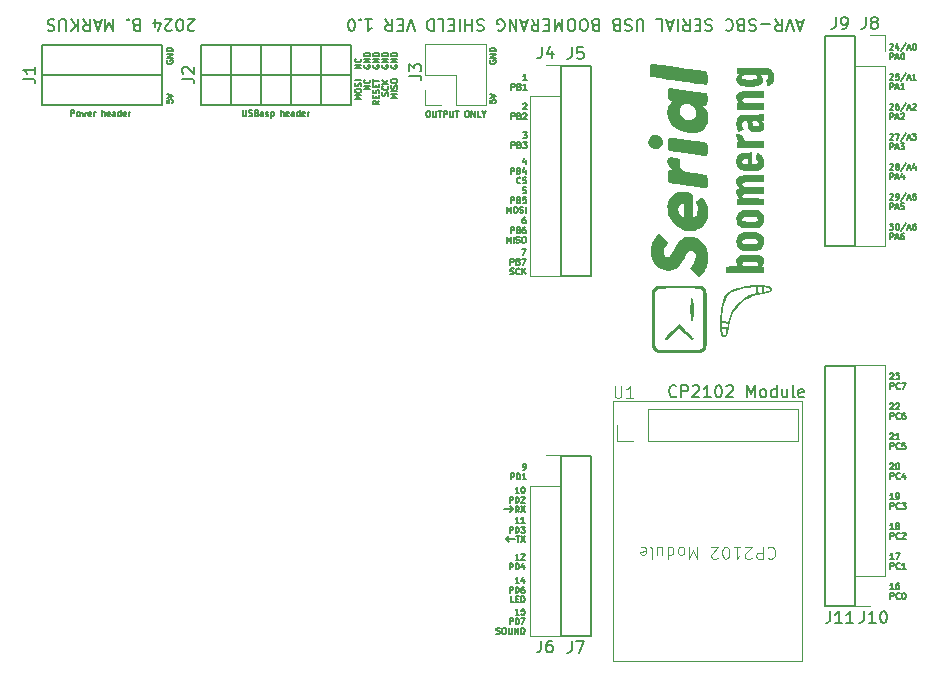
<source format=gbr>
%TF.GenerationSoftware,KiCad,Pcbnew,7.0.10*%
%TF.CreationDate,2024-04-05T15:08:29+02:00*%
%TF.ProjectId,serial-boomerang-shield,73657269-616c-42d6-926f-6f6d6572616e,v0.1*%
%TF.SameCoordinates,Original*%
%TF.FileFunction,Legend,Top*%
%TF.FilePolarity,Positive*%
%FSLAX46Y46*%
G04 Gerber Fmt 4.6, Leading zero omitted, Abs format (unit mm)*
G04 Created by KiCad (PCBNEW 7.0.10) date 2024-04-05 15:08:29*
%MOMM*%
%LPD*%
G01*
G04 APERTURE LIST*
%ADD10C,0.150000*%
%ADD11C,0.127000*%
%ADD12C,0.100000*%
%ADD13C,0.120000*%
G04 APERTURE END LIST*
D10*
X34290000Y-2794000D02*
X34290000Y-7874000D01*
X36830000Y-2794000D02*
X36830000Y-7874000D01*
X39370000Y-2794000D02*
X39370000Y-7874000D01*
X41910000Y-2794000D02*
X41910000Y-7874000D01*
X31750000Y-5334000D02*
X44450000Y-5334000D01*
X28448000Y-5334000D02*
X18288000Y-5334000D01*
X84582000Y-2032000D02*
X87122000Y-2032000D01*
X87122000Y-19812000D01*
X84582000Y-19812000D01*
X84582000Y-2032000D01*
X84582000Y-29972000D02*
X87122000Y-29972000D01*
X87122000Y-50292000D01*
X84582000Y-50292000D01*
X84582000Y-29972000D01*
X62230000Y-37592000D02*
X64770000Y-37592000D01*
X64770000Y-52832000D01*
X62230000Y-52832000D01*
X62230000Y-37592000D01*
X62230000Y-4572000D02*
X64770000Y-4572000D01*
X64770000Y-22352000D01*
X62230000Y-22352000D01*
X62230000Y-4572000D01*
X63166666Y-3010819D02*
X63166666Y-3725104D01*
X63166666Y-3725104D02*
X63119047Y-3867961D01*
X63119047Y-3867961D02*
X63023809Y-3963200D01*
X63023809Y-3963200D02*
X62880952Y-4010819D01*
X62880952Y-4010819D02*
X62785714Y-4010819D01*
X64119047Y-3010819D02*
X63642857Y-3010819D01*
X63642857Y-3010819D02*
X63595238Y-3487009D01*
X63595238Y-3487009D02*
X63642857Y-3439390D01*
X63642857Y-3439390D02*
X63738095Y-3391771D01*
X63738095Y-3391771D02*
X63976190Y-3391771D01*
X63976190Y-3391771D02*
X64071428Y-3439390D01*
X64071428Y-3439390D02*
X64119047Y-3487009D01*
X64119047Y-3487009D02*
X64166666Y-3582247D01*
X64166666Y-3582247D02*
X64166666Y-3820342D01*
X64166666Y-3820342D02*
X64119047Y-3915580D01*
X64119047Y-3915580D02*
X64071428Y-3963200D01*
X64071428Y-3963200D02*
X63976190Y-4010819D01*
X63976190Y-4010819D02*
X63738095Y-4010819D01*
X63738095Y-4010819D02*
X63642857Y-3963200D01*
X63642857Y-3963200D02*
X63595238Y-3915580D01*
X85518666Y-470819D02*
X85518666Y-1185104D01*
X85518666Y-1185104D02*
X85471047Y-1327961D01*
X85471047Y-1327961D02*
X85375809Y-1423200D01*
X85375809Y-1423200D02*
X85232952Y-1470819D01*
X85232952Y-1470819D02*
X85137714Y-1470819D01*
X86042476Y-1470819D02*
X86232952Y-1470819D01*
X86232952Y-1470819D02*
X86328190Y-1423200D01*
X86328190Y-1423200D02*
X86375809Y-1375580D01*
X86375809Y-1375580D02*
X86471047Y-1232723D01*
X86471047Y-1232723D02*
X86518666Y-1042247D01*
X86518666Y-1042247D02*
X86518666Y-661295D01*
X86518666Y-661295D02*
X86471047Y-566057D01*
X86471047Y-566057D02*
X86423428Y-518438D01*
X86423428Y-518438D02*
X86328190Y-470819D01*
X86328190Y-470819D02*
X86137714Y-470819D01*
X86137714Y-470819D02*
X86042476Y-518438D01*
X86042476Y-518438D02*
X85994857Y-566057D01*
X85994857Y-566057D02*
X85947238Y-661295D01*
X85947238Y-661295D02*
X85947238Y-899390D01*
X85947238Y-899390D02*
X85994857Y-994628D01*
X85994857Y-994628D02*
X86042476Y-1042247D01*
X86042476Y-1042247D02*
X86137714Y-1089866D01*
X86137714Y-1089866D02*
X86328190Y-1089866D01*
X86328190Y-1089866D02*
X86423428Y-1042247D01*
X86423428Y-1042247D02*
X86471047Y-994628D01*
X86471047Y-994628D02*
X86518666Y-899390D01*
X85042476Y-50762819D02*
X85042476Y-51477104D01*
X85042476Y-51477104D02*
X84994857Y-51619961D01*
X84994857Y-51619961D02*
X84899619Y-51715200D01*
X84899619Y-51715200D02*
X84756762Y-51762819D01*
X84756762Y-51762819D02*
X84661524Y-51762819D01*
X86042476Y-51762819D02*
X85471048Y-51762819D01*
X85756762Y-51762819D02*
X85756762Y-50762819D01*
X85756762Y-50762819D02*
X85661524Y-50905676D01*
X85661524Y-50905676D02*
X85566286Y-51000914D01*
X85566286Y-51000914D02*
X85471048Y-51048533D01*
X86994857Y-51762819D02*
X86423429Y-51762819D01*
X86709143Y-51762819D02*
X86709143Y-50762819D01*
X86709143Y-50762819D02*
X86613905Y-50905676D01*
X86613905Y-50905676D02*
X86518667Y-51000914D01*
X86518667Y-51000914D02*
X86423429Y-51048533D01*
X63166666Y-53302819D02*
X63166666Y-54017104D01*
X63166666Y-54017104D02*
X63119047Y-54159961D01*
X63119047Y-54159961D02*
X63023809Y-54255200D01*
X63023809Y-54255200D02*
X62880952Y-54302819D01*
X62880952Y-54302819D02*
X62785714Y-54302819D01*
X63547619Y-53302819D02*
X64214285Y-53302819D01*
X64214285Y-53302819D02*
X63785714Y-54302819D01*
X30188819Y-5667333D02*
X30903104Y-5667333D01*
X30903104Y-5667333D02*
X31045961Y-5714952D01*
X31045961Y-5714952D02*
X31141200Y-5810190D01*
X31141200Y-5810190D02*
X31188819Y-5953047D01*
X31188819Y-5953047D02*
X31188819Y-6048285D01*
X30284057Y-5238761D02*
X30236438Y-5191142D01*
X30236438Y-5191142D02*
X30188819Y-5095904D01*
X30188819Y-5095904D02*
X30188819Y-4857809D01*
X30188819Y-4857809D02*
X30236438Y-4762571D01*
X30236438Y-4762571D02*
X30284057Y-4714952D01*
X30284057Y-4714952D02*
X30379295Y-4667333D01*
X30379295Y-4667333D02*
X30474533Y-4667333D01*
X30474533Y-4667333D02*
X30617390Y-4714952D01*
X30617390Y-4714952D02*
X31188819Y-5286380D01*
X31188819Y-5286380D02*
X31188819Y-4667333D01*
X16726819Y-5667333D02*
X17441104Y-5667333D01*
X17441104Y-5667333D02*
X17583961Y-5714952D01*
X17583961Y-5714952D02*
X17679200Y-5810190D01*
X17679200Y-5810190D02*
X17726819Y-5953047D01*
X17726819Y-5953047D02*
X17726819Y-6048285D01*
X17726819Y-4667333D02*
X17726819Y-5238761D01*
X17726819Y-4953047D02*
X16726819Y-4953047D01*
X16726819Y-4953047D02*
X16869676Y-5048285D01*
X16869676Y-5048285D02*
X16964914Y-5143523D01*
X16964914Y-5143523D02*
X17012533Y-5238761D01*
X31750000Y-2794000D02*
X44450000Y-2794000D01*
X44450000Y-7874000D01*
X31750000Y-7874000D01*
X31750000Y-2794000D01*
X18288000Y-2794000D02*
X28448000Y-2794000D01*
X28448000Y-7874000D01*
X18288000Y-7874000D01*
X18288000Y-2794000D01*
X58341800Y-44672800D02*
X57579800Y-44672800D01*
X57833800Y-44926800D02*
X57579800Y-44672800D01*
X57579800Y-44672800D02*
X57833800Y-44418800D01*
X57960800Y-41878800D02*
X58214800Y-42132800D01*
X58214800Y-42132800D02*
X57960800Y-42386800D01*
X57452800Y-42132800D02*
X58214800Y-42132800D01*
D11*
X59044999Y-7823127D02*
X59069190Y-7798936D01*
X59069190Y-7798936D02*
X59117571Y-7774746D01*
X59117571Y-7774746D02*
X59238523Y-7774746D01*
X59238523Y-7774746D02*
X59286904Y-7798936D01*
X59286904Y-7798936D02*
X59311095Y-7823127D01*
X59311095Y-7823127D02*
X59335285Y-7871508D01*
X59335285Y-7871508D02*
X59335285Y-7919889D01*
X59335285Y-7919889D02*
X59311095Y-7992460D01*
X59311095Y-7992460D02*
X59020809Y-8282746D01*
X59020809Y-8282746D02*
X59335285Y-8282746D01*
X58053190Y-9100626D02*
X58053190Y-8592626D01*
X58053190Y-8592626D02*
X58246714Y-8592626D01*
X58246714Y-8592626D02*
X58295095Y-8616816D01*
X58295095Y-8616816D02*
X58319285Y-8641007D01*
X58319285Y-8641007D02*
X58343476Y-8689388D01*
X58343476Y-8689388D02*
X58343476Y-8761959D01*
X58343476Y-8761959D02*
X58319285Y-8810340D01*
X58319285Y-8810340D02*
X58295095Y-8834531D01*
X58295095Y-8834531D02*
X58246714Y-8858721D01*
X58246714Y-8858721D02*
X58053190Y-8858721D01*
X58730523Y-8834531D02*
X58803095Y-8858721D01*
X58803095Y-8858721D02*
X58827285Y-8882912D01*
X58827285Y-8882912D02*
X58851476Y-8931293D01*
X58851476Y-8931293D02*
X58851476Y-9003864D01*
X58851476Y-9003864D02*
X58827285Y-9052245D01*
X58827285Y-9052245D02*
X58803095Y-9076436D01*
X58803095Y-9076436D02*
X58754714Y-9100626D01*
X58754714Y-9100626D02*
X58561190Y-9100626D01*
X58561190Y-9100626D02*
X58561190Y-8592626D01*
X58561190Y-8592626D02*
X58730523Y-8592626D01*
X58730523Y-8592626D02*
X58778904Y-8616816D01*
X58778904Y-8616816D02*
X58803095Y-8641007D01*
X58803095Y-8641007D02*
X58827285Y-8689388D01*
X58827285Y-8689388D02*
X58827285Y-8737769D01*
X58827285Y-8737769D02*
X58803095Y-8786150D01*
X58803095Y-8786150D02*
X58778904Y-8810340D01*
X58778904Y-8810340D02*
X58730523Y-8834531D01*
X58730523Y-8834531D02*
X58561190Y-8834531D01*
X59044999Y-8641007D02*
X59069190Y-8616816D01*
X59069190Y-8616816D02*
X59117571Y-8592626D01*
X59117571Y-8592626D02*
X59238523Y-8592626D01*
X59238523Y-8592626D02*
X59286904Y-8616816D01*
X59286904Y-8616816D02*
X59311095Y-8641007D01*
X59311095Y-8641007D02*
X59335285Y-8689388D01*
X59335285Y-8689388D02*
X59335285Y-8737769D01*
X59335285Y-8737769D02*
X59311095Y-8810340D01*
X59311095Y-8810340D02*
X59020809Y-9100626D01*
X59020809Y-9100626D02*
X59335285Y-9100626D01*
X47895416Y-4529400D02*
X47871226Y-4577781D01*
X47871226Y-4577781D02*
X47871226Y-4650352D01*
X47871226Y-4650352D02*
X47895416Y-4722924D01*
X47895416Y-4722924D02*
X47943797Y-4771305D01*
X47943797Y-4771305D02*
X47992178Y-4795495D01*
X47992178Y-4795495D02*
X48088940Y-4819686D01*
X48088940Y-4819686D02*
X48161512Y-4819686D01*
X48161512Y-4819686D02*
X48258274Y-4795495D01*
X48258274Y-4795495D02*
X48306655Y-4771305D01*
X48306655Y-4771305D02*
X48355036Y-4722924D01*
X48355036Y-4722924D02*
X48379226Y-4650352D01*
X48379226Y-4650352D02*
X48379226Y-4601971D01*
X48379226Y-4601971D02*
X48355036Y-4529400D01*
X48355036Y-4529400D02*
X48330845Y-4505209D01*
X48330845Y-4505209D02*
X48161512Y-4505209D01*
X48161512Y-4505209D02*
X48161512Y-4601971D01*
X48379226Y-4287495D02*
X47871226Y-4287495D01*
X47871226Y-4287495D02*
X48379226Y-3997209D01*
X48379226Y-3997209D02*
X47871226Y-3997209D01*
X48379226Y-3755305D02*
X47871226Y-3755305D01*
X47871226Y-3755305D02*
X47871226Y-3634353D01*
X47871226Y-3634353D02*
X47895416Y-3561781D01*
X47895416Y-3561781D02*
X47943797Y-3513400D01*
X47943797Y-3513400D02*
X47992178Y-3489210D01*
X47992178Y-3489210D02*
X48088940Y-3465019D01*
X48088940Y-3465019D02*
X48161512Y-3465019D01*
X48161512Y-3465019D02*
X48258274Y-3489210D01*
X48258274Y-3489210D02*
X48306655Y-3513400D01*
X48306655Y-3513400D02*
X48355036Y-3561781D01*
X48355036Y-3561781D02*
X48379226Y-3634353D01*
X48379226Y-3634353D02*
X48379226Y-3755305D01*
X45331226Y-4795495D02*
X44823226Y-4795495D01*
X44823226Y-4795495D02*
X45331226Y-4505209D01*
X45331226Y-4505209D02*
X44823226Y-4505209D01*
X45282845Y-3973019D02*
X45307036Y-3997210D01*
X45307036Y-3997210D02*
X45331226Y-4069781D01*
X45331226Y-4069781D02*
X45331226Y-4118162D01*
X45331226Y-4118162D02*
X45307036Y-4190734D01*
X45307036Y-4190734D02*
X45258655Y-4239115D01*
X45258655Y-4239115D02*
X45210274Y-4263305D01*
X45210274Y-4263305D02*
X45113512Y-4287496D01*
X45113512Y-4287496D02*
X45040940Y-4287496D01*
X45040940Y-4287496D02*
X44944178Y-4263305D01*
X44944178Y-4263305D02*
X44895797Y-4239115D01*
X44895797Y-4239115D02*
X44847416Y-4190734D01*
X44847416Y-4190734D02*
X44823226Y-4118162D01*
X44823226Y-4118162D02*
X44823226Y-4069781D01*
X44823226Y-4069781D02*
X44847416Y-3997210D01*
X44847416Y-3997210D02*
X44871607Y-3973019D01*
X90094313Y-10387727D02*
X90118504Y-10363536D01*
X90118504Y-10363536D02*
X90166885Y-10339346D01*
X90166885Y-10339346D02*
X90287837Y-10339346D01*
X90287837Y-10339346D02*
X90336218Y-10363536D01*
X90336218Y-10363536D02*
X90360409Y-10387727D01*
X90360409Y-10387727D02*
X90384599Y-10436108D01*
X90384599Y-10436108D02*
X90384599Y-10484489D01*
X90384599Y-10484489D02*
X90360409Y-10557060D01*
X90360409Y-10557060D02*
X90070123Y-10847346D01*
X90070123Y-10847346D02*
X90384599Y-10847346D01*
X90553933Y-10339346D02*
X90892600Y-10339346D01*
X90892600Y-10339346D02*
X90674885Y-10847346D01*
X91448981Y-10315156D02*
X91013552Y-10968298D01*
X91594123Y-10702203D02*
X91836028Y-10702203D01*
X91545742Y-10847346D02*
X91715076Y-10339346D01*
X91715076Y-10339346D02*
X91884409Y-10847346D01*
X92005362Y-10339346D02*
X92319838Y-10339346D01*
X92319838Y-10339346D02*
X92150505Y-10532870D01*
X92150505Y-10532870D02*
X92223076Y-10532870D01*
X92223076Y-10532870D02*
X92271457Y-10557060D01*
X92271457Y-10557060D02*
X92295648Y-10581251D01*
X92295648Y-10581251D02*
X92319838Y-10629632D01*
X92319838Y-10629632D02*
X92319838Y-10750584D01*
X92319838Y-10750584D02*
X92295648Y-10798965D01*
X92295648Y-10798965D02*
X92271457Y-10823156D01*
X92271457Y-10823156D02*
X92223076Y-10847346D01*
X92223076Y-10847346D02*
X92077933Y-10847346D01*
X92077933Y-10847346D02*
X92029552Y-10823156D01*
X92029552Y-10823156D02*
X92005362Y-10798965D01*
X90118504Y-11665226D02*
X90118504Y-11157226D01*
X90118504Y-11157226D02*
X90312028Y-11157226D01*
X90312028Y-11157226D02*
X90360409Y-11181416D01*
X90360409Y-11181416D02*
X90384599Y-11205607D01*
X90384599Y-11205607D02*
X90408790Y-11253988D01*
X90408790Y-11253988D02*
X90408790Y-11326559D01*
X90408790Y-11326559D02*
X90384599Y-11374940D01*
X90384599Y-11374940D02*
X90360409Y-11399131D01*
X90360409Y-11399131D02*
X90312028Y-11423321D01*
X90312028Y-11423321D02*
X90118504Y-11423321D01*
X90602313Y-11520083D02*
X90844218Y-11520083D01*
X90553932Y-11665226D02*
X90723266Y-11157226D01*
X90723266Y-11157226D02*
X90892599Y-11665226D01*
X91013552Y-11157226D02*
X91328028Y-11157226D01*
X91328028Y-11157226D02*
X91158695Y-11350750D01*
X91158695Y-11350750D02*
X91231266Y-11350750D01*
X91231266Y-11350750D02*
X91279647Y-11374940D01*
X91279647Y-11374940D02*
X91303838Y-11399131D01*
X91303838Y-11399131D02*
X91328028Y-11447512D01*
X91328028Y-11447512D02*
X91328028Y-11568464D01*
X91328028Y-11568464D02*
X91303838Y-11616845D01*
X91303838Y-11616845D02*
X91279647Y-11641036D01*
X91279647Y-11641036D02*
X91231266Y-11665226D01*
X91231266Y-11665226D02*
X91086123Y-11665226D01*
X91086123Y-11665226D02*
X91037742Y-11641036D01*
X91037742Y-11641036D02*
X91013552Y-11616845D01*
X45331226Y-7416695D02*
X44823226Y-7416695D01*
X44823226Y-7416695D02*
X45186083Y-7247362D01*
X45186083Y-7247362D02*
X44823226Y-7078028D01*
X44823226Y-7078028D02*
X45331226Y-7078028D01*
X44823226Y-6739362D02*
X44823226Y-6642600D01*
X44823226Y-6642600D02*
X44847416Y-6594219D01*
X44847416Y-6594219D02*
X44895797Y-6545838D01*
X44895797Y-6545838D02*
X44992559Y-6521648D01*
X44992559Y-6521648D02*
X45161893Y-6521648D01*
X45161893Y-6521648D02*
X45258655Y-6545838D01*
X45258655Y-6545838D02*
X45307036Y-6594219D01*
X45307036Y-6594219D02*
X45331226Y-6642600D01*
X45331226Y-6642600D02*
X45331226Y-6739362D01*
X45331226Y-6739362D02*
X45307036Y-6787743D01*
X45307036Y-6787743D02*
X45258655Y-6836124D01*
X45258655Y-6836124D02*
X45161893Y-6860315D01*
X45161893Y-6860315D02*
X44992559Y-6860315D01*
X44992559Y-6860315D02*
X44895797Y-6836124D01*
X44895797Y-6836124D02*
X44847416Y-6787743D01*
X44847416Y-6787743D02*
X44823226Y-6739362D01*
X45307036Y-6328125D02*
X45331226Y-6255553D01*
X45331226Y-6255553D02*
X45331226Y-6134601D01*
X45331226Y-6134601D02*
X45307036Y-6086220D01*
X45307036Y-6086220D02*
X45282845Y-6062029D01*
X45282845Y-6062029D02*
X45234464Y-6037839D01*
X45234464Y-6037839D02*
X45186083Y-6037839D01*
X45186083Y-6037839D02*
X45137702Y-6062029D01*
X45137702Y-6062029D02*
X45113512Y-6086220D01*
X45113512Y-6086220D02*
X45089321Y-6134601D01*
X45089321Y-6134601D02*
X45065131Y-6231363D01*
X45065131Y-6231363D02*
X45040940Y-6279744D01*
X45040940Y-6279744D02*
X45016750Y-6303934D01*
X45016750Y-6303934D02*
X44968369Y-6328125D01*
X44968369Y-6328125D02*
X44919988Y-6328125D01*
X44919988Y-6328125D02*
X44871607Y-6303934D01*
X44871607Y-6303934D02*
X44847416Y-6279744D01*
X44847416Y-6279744D02*
X44823226Y-6231363D01*
X44823226Y-6231363D02*
X44823226Y-6110410D01*
X44823226Y-6110410D02*
X44847416Y-6037839D01*
X45331226Y-5820124D02*
X44823226Y-5820124D01*
X46371416Y-4529400D02*
X46347226Y-4577781D01*
X46347226Y-4577781D02*
X46347226Y-4650352D01*
X46347226Y-4650352D02*
X46371416Y-4722924D01*
X46371416Y-4722924D02*
X46419797Y-4771305D01*
X46419797Y-4771305D02*
X46468178Y-4795495D01*
X46468178Y-4795495D02*
X46564940Y-4819686D01*
X46564940Y-4819686D02*
X46637512Y-4819686D01*
X46637512Y-4819686D02*
X46734274Y-4795495D01*
X46734274Y-4795495D02*
X46782655Y-4771305D01*
X46782655Y-4771305D02*
X46831036Y-4722924D01*
X46831036Y-4722924D02*
X46855226Y-4650352D01*
X46855226Y-4650352D02*
X46855226Y-4601971D01*
X46855226Y-4601971D02*
X46831036Y-4529400D01*
X46831036Y-4529400D02*
X46806845Y-4505209D01*
X46806845Y-4505209D02*
X46637512Y-4505209D01*
X46637512Y-4505209D02*
X46637512Y-4601971D01*
X46855226Y-4287495D02*
X46347226Y-4287495D01*
X46347226Y-4287495D02*
X46855226Y-3997209D01*
X46855226Y-3997209D02*
X46347226Y-3997209D01*
X46855226Y-3755305D02*
X46347226Y-3755305D01*
X46347226Y-3755305D02*
X46347226Y-3634353D01*
X46347226Y-3634353D02*
X46371416Y-3561781D01*
X46371416Y-3561781D02*
X46419797Y-3513400D01*
X46419797Y-3513400D02*
X46468178Y-3489210D01*
X46468178Y-3489210D02*
X46564940Y-3465019D01*
X46564940Y-3465019D02*
X46637512Y-3465019D01*
X46637512Y-3465019D02*
X46734274Y-3489210D01*
X46734274Y-3489210D02*
X46782655Y-3513400D01*
X46782655Y-3513400D02*
X46831036Y-3561781D01*
X46831036Y-3561781D02*
X46855226Y-3634353D01*
X46855226Y-3634353D02*
X46855226Y-3755305D01*
X90094313Y-7847727D02*
X90118504Y-7823536D01*
X90118504Y-7823536D02*
X90166885Y-7799346D01*
X90166885Y-7799346D02*
X90287837Y-7799346D01*
X90287837Y-7799346D02*
X90336218Y-7823536D01*
X90336218Y-7823536D02*
X90360409Y-7847727D01*
X90360409Y-7847727D02*
X90384599Y-7896108D01*
X90384599Y-7896108D02*
X90384599Y-7944489D01*
X90384599Y-7944489D02*
X90360409Y-8017060D01*
X90360409Y-8017060D02*
X90070123Y-8307346D01*
X90070123Y-8307346D02*
X90384599Y-8307346D01*
X90820028Y-7799346D02*
X90723266Y-7799346D01*
X90723266Y-7799346D02*
X90674885Y-7823536D01*
X90674885Y-7823536D02*
X90650695Y-7847727D01*
X90650695Y-7847727D02*
X90602314Y-7920298D01*
X90602314Y-7920298D02*
X90578123Y-8017060D01*
X90578123Y-8017060D02*
X90578123Y-8210584D01*
X90578123Y-8210584D02*
X90602314Y-8258965D01*
X90602314Y-8258965D02*
X90626504Y-8283156D01*
X90626504Y-8283156D02*
X90674885Y-8307346D01*
X90674885Y-8307346D02*
X90771647Y-8307346D01*
X90771647Y-8307346D02*
X90820028Y-8283156D01*
X90820028Y-8283156D02*
X90844219Y-8258965D01*
X90844219Y-8258965D02*
X90868409Y-8210584D01*
X90868409Y-8210584D02*
X90868409Y-8089632D01*
X90868409Y-8089632D02*
X90844219Y-8041251D01*
X90844219Y-8041251D02*
X90820028Y-8017060D01*
X90820028Y-8017060D02*
X90771647Y-7992870D01*
X90771647Y-7992870D02*
X90674885Y-7992870D01*
X90674885Y-7992870D02*
X90626504Y-8017060D01*
X90626504Y-8017060D02*
X90602314Y-8041251D01*
X90602314Y-8041251D02*
X90578123Y-8089632D01*
X91448981Y-7775156D02*
X91013552Y-8428298D01*
X91594123Y-8162203D02*
X91836028Y-8162203D01*
X91545742Y-8307346D02*
X91715076Y-7799346D01*
X91715076Y-7799346D02*
X91884409Y-8307346D01*
X92029552Y-7847727D02*
X92053743Y-7823536D01*
X92053743Y-7823536D02*
X92102124Y-7799346D01*
X92102124Y-7799346D02*
X92223076Y-7799346D01*
X92223076Y-7799346D02*
X92271457Y-7823536D01*
X92271457Y-7823536D02*
X92295648Y-7847727D01*
X92295648Y-7847727D02*
X92319838Y-7896108D01*
X92319838Y-7896108D02*
X92319838Y-7944489D01*
X92319838Y-7944489D02*
X92295648Y-8017060D01*
X92295648Y-8017060D02*
X92005362Y-8307346D01*
X92005362Y-8307346D02*
X92319838Y-8307346D01*
X90118504Y-9125226D02*
X90118504Y-8617226D01*
X90118504Y-8617226D02*
X90312028Y-8617226D01*
X90312028Y-8617226D02*
X90360409Y-8641416D01*
X90360409Y-8641416D02*
X90384599Y-8665607D01*
X90384599Y-8665607D02*
X90408790Y-8713988D01*
X90408790Y-8713988D02*
X90408790Y-8786559D01*
X90408790Y-8786559D02*
X90384599Y-8834940D01*
X90384599Y-8834940D02*
X90360409Y-8859131D01*
X90360409Y-8859131D02*
X90312028Y-8883321D01*
X90312028Y-8883321D02*
X90118504Y-8883321D01*
X90602313Y-8980083D02*
X90844218Y-8980083D01*
X90553932Y-9125226D02*
X90723266Y-8617226D01*
X90723266Y-8617226D02*
X90892599Y-9125226D01*
X91037742Y-8665607D02*
X91061933Y-8641416D01*
X91061933Y-8641416D02*
X91110314Y-8617226D01*
X91110314Y-8617226D02*
X91231266Y-8617226D01*
X91231266Y-8617226D02*
X91279647Y-8641416D01*
X91279647Y-8641416D02*
X91303838Y-8665607D01*
X91303838Y-8665607D02*
X91328028Y-8713988D01*
X91328028Y-8713988D02*
X91328028Y-8762369D01*
X91328028Y-8762369D02*
X91303838Y-8834940D01*
X91303838Y-8834940D02*
X91013552Y-9125226D01*
X91013552Y-9125226D02*
X91328028Y-9125226D01*
X58693675Y-51045466D02*
X58403389Y-51045466D01*
X58548532Y-51045466D02*
X58548532Y-50537466D01*
X58548532Y-50537466D02*
X58500151Y-50610037D01*
X58500151Y-50610037D02*
X58451770Y-50658418D01*
X58451770Y-50658418D02*
X58403389Y-50682609D01*
X59153295Y-50537466D02*
X58911390Y-50537466D01*
X58911390Y-50537466D02*
X58887199Y-50779371D01*
X58887199Y-50779371D02*
X58911390Y-50755180D01*
X58911390Y-50755180D02*
X58959771Y-50730990D01*
X58959771Y-50730990D02*
X59080723Y-50730990D01*
X59080723Y-50730990D02*
X59129104Y-50755180D01*
X59129104Y-50755180D02*
X59153295Y-50779371D01*
X59153295Y-50779371D02*
X59177485Y-50827752D01*
X59177485Y-50827752D02*
X59177485Y-50948704D01*
X59177485Y-50948704D02*
X59153295Y-50997085D01*
X59153295Y-50997085D02*
X59129104Y-51021276D01*
X59129104Y-51021276D02*
X59080723Y-51045466D01*
X59080723Y-51045466D02*
X58959771Y-51045466D01*
X58959771Y-51045466D02*
X58911390Y-51021276D01*
X58911390Y-51021276D02*
X58887199Y-50997085D01*
X57895390Y-51863346D02*
X57895390Y-51355346D01*
X57895390Y-51355346D02*
X58088914Y-51355346D01*
X58088914Y-51355346D02*
X58137295Y-51379536D01*
X58137295Y-51379536D02*
X58161485Y-51403727D01*
X58161485Y-51403727D02*
X58185676Y-51452108D01*
X58185676Y-51452108D02*
X58185676Y-51524679D01*
X58185676Y-51524679D02*
X58161485Y-51573060D01*
X58161485Y-51573060D02*
X58137295Y-51597251D01*
X58137295Y-51597251D02*
X58088914Y-51621441D01*
X58088914Y-51621441D02*
X57895390Y-51621441D01*
X58403390Y-51863346D02*
X58403390Y-51355346D01*
X58403390Y-51355346D02*
X58524342Y-51355346D01*
X58524342Y-51355346D02*
X58596914Y-51379536D01*
X58596914Y-51379536D02*
X58645295Y-51427917D01*
X58645295Y-51427917D02*
X58669485Y-51476298D01*
X58669485Y-51476298D02*
X58693676Y-51573060D01*
X58693676Y-51573060D02*
X58693676Y-51645632D01*
X58693676Y-51645632D02*
X58669485Y-51742394D01*
X58669485Y-51742394D02*
X58645295Y-51790775D01*
X58645295Y-51790775D02*
X58596914Y-51839156D01*
X58596914Y-51839156D02*
X58524342Y-51863346D01*
X58524342Y-51863346D02*
X58403390Y-51863346D01*
X58863009Y-51355346D02*
X59201676Y-51355346D01*
X59201676Y-51355346D02*
X58983961Y-51863346D01*
X56782629Y-52657036D02*
X56855201Y-52681226D01*
X56855201Y-52681226D02*
X56976153Y-52681226D01*
X56976153Y-52681226D02*
X57024534Y-52657036D01*
X57024534Y-52657036D02*
X57048725Y-52632845D01*
X57048725Y-52632845D02*
X57072915Y-52584464D01*
X57072915Y-52584464D02*
X57072915Y-52536083D01*
X57072915Y-52536083D02*
X57048725Y-52487702D01*
X57048725Y-52487702D02*
X57024534Y-52463512D01*
X57024534Y-52463512D02*
X56976153Y-52439321D01*
X56976153Y-52439321D02*
X56879391Y-52415131D01*
X56879391Y-52415131D02*
X56831010Y-52390940D01*
X56831010Y-52390940D02*
X56806820Y-52366750D01*
X56806820Y-52366750D02*
X56782629Y-52318369D01*
X56782629Y-52318369D02*
X56782629Y-52269988D01*
X56782629Y-52269988D02*
X56806820Y-52221607D01*
X56806820Y-52221607D02*
X56831010Y-52197416D01*
X56831010Y-52197416D02*
X56879391Y-52173226D01*
X56879391Y-52173226D02*
X57000344Y-52173226D01*
X57000344Y-52173226D02*
X57072915Y-52197416D01*
X57387392Y-52173226D02*
X57484154Y-52173226D01*
X57484154Y-52173226D02*
X57532535Y-52197416D01*
X57532535Y-52197416D02*
X57580916Y-52245797D01*
X57580916Y-52245797D02*
X57605106Y-52342559D01*
X57605106Y-52342559D02*
X57605106Y-52511893D01*
X57605106Y-52511893D02*
X57580916Y-52608655D01*
X57580916Y-52608655D02*
X57532535Y-52657036D01*
X57532535Y-52657036D02*
X57484154Y-52681226D01*
X57484154Y-52681226D02*
X57387392Y-52681226D01*
X57387392Y-52681226D02*
X57339011Y-52657036D01*
X57339011Y-52657036D02*
X57290630Y-52608655D01*
X57290630Y-52608655D02*
X57266439Y-52511893D01*
X57266439Y-52511893D02*
X57266439Y-52342559D01*
X57266439Y-52342559D02*
X57290630Y-52245797D01*
X57290630Y-52245797D02*
X57339011Y-52197416D01*
X57339011Y-52197416D02*
X57387392Y-52173226D01*
X57822820Y-52173226D02*
X57822820Y-52584464D01*
X57822820Y-52584464D02*
X57847010Y-52632845D01*
X57847010Y-52632845D02*
X57871201Y-52657036D01*
X57871201Y-52657036D02*
X57919582Y-52681226D01*
X57919582Y-52681226D02*
X58016344Y-52681226D01*
X58016344Y-52681226D02*
X58064725Y-52657036D01*
X58064725Y-52657036D02*
X58088915Y-52632845D01*
X58088915Y-52632845D02*
X58113106Y-52584464D01*
X58113106Y-52584464D02*
X58113106Y-52173226D01*
X58355010Y-52681226D02*
X58355010Y-52173226D01*
X58355010Y-52173226D02*
X58645296Y-52681226D01*
X58645296Y-52681226D02*
X58645296Y-52173226D01*
X58887200Y-52681226D02*
X58887200Y-52173226D01*
X58887200Y-52173226D02*
X59008152Y-52173226D01*
X59008152Y-52173226D02*
X59080724Y-52197416D01*
X59080724Y-52197416D02*
X59129105Y-52245797D01*
X59129105Y-52245797D02*
X59153295Y-52294178D01*
X59153295Y-52294178D02*
X59177486Y-52390940D01*
X59177486Y-52390940D02*
X59177486Y-52463512D01*
X59177486Y-52463512D02*
X59153295Y-52560274D01*
X59153295Y-52560274D02*
X59129105Y-52608655D01*
X59129105Y-52608655D02*
X59080724Y-52657036D01*
X59080724Y-52657036D02*
X59008152Y-52681226D01*
X59008152Y-52681226D02*
X58887200Y-52681226D01*
X28879416Y-4126000D02*
X28855226Y-4174381D01*
X28855226Y-4174381D02*
X28855226Y-4246952D01*
X28855226Y-4246952D02*
X28879416Y-4319524D01*
X28879416Y-4319524D02*
X28927797Y-4367905D01*
X28927797Y-4367905D02*
X28976178Y-4392095D01*
X28976178Y-4392095D02*
X29072940Y-4416286D01*
X29072940Y-4416286D02*
X29145512Y-4416286D01*
X29145512Y-4416286D02*
X29242274Y-4392095D01*
X29242274Y-4392095D02*
X29290655Y-4367905D01*
X29290655Y-4367905D02*
X29339036Y-4319524D01*
X29339036Y-4319524D02*
X29363226Y-4246952D01*
X29363226Y-4246952D02*
X29363226Y-4198571D01*
X29363226Y-4198571D02*
X29339036Y-4126000D01*
X29339036Y-4126000D02*
X29314845Y-4101809D01*
X29314845Y-4101809D02*
X29145512Y-4101809D01*
X29145512Y-4101809D02*
X29145512Y-4198571D01*
X29363226Y-3884095D02*
X28855226Y-3884095D01*
X28855226Y-3884095D02*
X29363226Y-3593809D01*
X29363226Y-3593809D02*
X28855226Y-3593809D01*
X29363226Y-3351905D02*
X28855226Y-3351905D01*
X28855226Y-3351905D02*
X28855226Y-3230953D01*
X28855226Y-3230953D02*
X28879416Y-3158381D01*
X28879416Y-3158381D02*
X28927797Y-3110000D01*
X28927797Y-3110000D02*
X28976178Y-3085810D01*
X28976178Y-3085810D02*
X29072940Y-3061619D01*
X29072940Y-3061619D02*
X29145512Y-3061619D01*
X29145512Y-3061619D02*
X29242274Y-3085810D01*
X29242274Y-3085810D02*
X29290655Y-3110000D01*
X29290655Y-3110000D02*
X29339036Y-3158381D01*
X29339036Y-3158381D02*
X29363226Y-3230953D01*
X29363226Y-3230953D02*
X29363226Y-3351905D01*
X35306504Y-8318226D02*
X35306504Y-8729464D01*
X35306504Y-8729464D02*
X35330694Y-8777845D01*
X35330694Y-8777845D02*
X35354885Y-8802036D01*
X35354885Y-8802036D02*
X35403266Y-8826226D01*
X35403266Y-8826226D02*
X35500028Y-8826226D01*
X35500028Y-8826226D02*
X35548409Y-8802036D01*
X35548409Y-8802036D02*
X35572599Y-8777845D01*
X35572599Y-8777845D02*
X35596790Y-8729464D01*
X35596790Y-8729464D02*
X35596790Y-8318226D01*
X35814503Y-8802036D02*
X35887075Y-8826226D01*
X35887075Y-8826226D02*
X36008027Y-8826226D01*
X36008027Y-8826226D02*
X36056408Y-8802036D01*
X36056408Y-8802036D02*
X36080599Y-8777845D01*
X36080599Y-8777845D02*
X36104789Y-8729464D01*
X36104789Y-8729464D02*
X36104789Y-8681083D01*
X36104789Y-8681083D02*
X36080599Y-8632702D01*
X36080599Y-8632702D02*
X36056408Y-8608512D01*
X36056408Y-8608512D02*
X36008027Y-8584321D01*
X36008027Y-8584321D02*
X35911265Y-8560131D01*
X35911265Y-8560131D02*
X35862884Y-8535940D01*
X35862884Y-8535940D02*
X35838694Y-8511750D01*
X35838694Y-8511750D02*
X35814503Y-8463369D01*
X35814503Y-8463369D02*
X35814503Y-8414988D01*
X35814503Y-8414988D02*
X35838694Y-8366607D01*
X35838694Y-8366607D02*
X35862884Y-8342416D01*
X35862884Y-8342416D02*
X35911265Y-8318226D01*
X35911265Y-8318226D02*
X36032218Y-8318226D01*
X36032218Y-8318226D02*
X36104789Y-8342416D01*
X36491837Y-8560131D02*
X36564409Y-8584321D01*
X36564409Y-8584321D02*
X36588599Y-8608512D01*
X36588599Y-8608512D02*
X36612790Y-8656893D01*
X36612790Y-8656893D02*
X36612790Y-8729464D01*
X36612790Y-8729464D02*
X36588599Y-8777845D01*
X36588599Y-8777845D02*
X36564409Y-8802036D01*
X36564409Y-8802036D02*
X36516028Y-8826226D01*
X36516028Y-8826226D02*
X36322504Y-8826226D01*
X36322504Y-8826226D02*
X36322504Y-8318226D01*
X36322504Y-8318226D02*
X36491837Y-8318226D01*
X36491837Y-8318226D02*
X36540218Y-8342416D01*
X36540218Y-8342416D02*
X36564409Y-8366607D01*
X36564409Y-8366607D02*
X36588599Y-8414988D01*
X36588599Y-8414988D02*
X36588599Y-8463369D01*
X36588599Y-8463369D02*
X36564409Y-8511750D01*
X36564409Y-8511750D02*
X36540218Y-8535940D01*
X36540218Y-8535940D02*
X36491837Y-8560131D01*
X36491837Y-8560131D02*
X36322504Y-8560131D01*
X37048218Y-8826226D02*
X37048218Y-8560131D01*
X37048218Y-8560131D02*
X37024028Y-8511750D01*
X37024028Y-8511750D02*
X36975647Y-8487559D01*
X36975647Y-8487559D02*
X36878885Y-8487559D01*
X36878885Y-8487559D02*
X36830504Y-8511750D01*
X37048218Y-8802036D02*
X36999837Y-8826226D01*
X36999837Y-8826226D02*
X36878885Y-8826226D01*
X36878885Y-8826226D02*
X36830504Y-8802036D01*
X36830504Y-8802036D02*
X36806313Y-8753655D01*
X36806313Y-8753655D02*
X36806313Y-8705274D01*
X36806313Y-8705274D02*
X36830504Y-8656893D01*
X36830504Y-8656893D02*
X36878885Y-8632702D01*
X36878885Y-8632702D02*
X36999837Y-8632702D01*
X36999837Y-8632702D02*
X37048218Y-8608512D01*
X37265932Y-8802036D02*
X37314313Y-8826226D01*
X37314313Y-8826226D02*
X37411075Y-8826226D01*
X37411075Y-8826226D02*
X37459456Y-8802036D01*
X37459456Y-8802036D02*
X37483647Y-8753655D01*
X37483647Y-8753655D02*
X37483647Y-8729464D01*
X37483647Y-8729464D02*
X37459456Y-8681083D01*
X37459456Y-8681083D02*
X37411075Y-8656893D01*
X37411075Y-8656893D02*
X37338504Y-8656893D01*
X37338504Y-8656893D02*
X37290123Y-8632702D01*
X37290123Y-8632702D02*
X37265932Y-8584321D01*
X37265932Y-8584321D02*
X37265932Y-8560131D01*
X37265932Y-8560131D02*
X37290123Y-8511750D01*
X37290123Y-8511750D02*
X37338504Y-8487559D01*
X37338504Y-8487559D02*
X37411075Y-8487559D01*
X37411075Y-8487559D02*
X37459456Y-8511750D01*
X37701361Y-8487559D02*
X37701361Y-8995559D01*
X37701361Y-8511750D02*
X37749742Y-8487559D01*
X37749742Y-8487559D02*
X37846504Y-8487559D01*
X37846504Y-8487559D02*
X37894885Y-8511750D01*
X37894885Y-8511750D02*
X37919075Y-8535940D01*
X37919075Y-8535940D02*
X37943266Y-8584321D01*
X37943266Y-8584321D02*
X37943266Y-8729464D01*
X37943266Y-8729464D02*
X37919075Y-8777845D01*
X37919075Y-8777845D02*
X37894885Y-8802036D01*
X37894885Y-8802036D02*
X37846504Y-8826226D01*
X37846504Y-8826226D02*
X37749742Y-8826226D01*
X37749742Y-8826226D02*
X37701361Y-8802036D01*
X38548028Y-8826226D02*
X38548028Y-8318226D01*
X38765742Y-8826226D02*
X38765742Y-8560131D01*
X38765742Y-8560131D02*
X38741552Y-8511750D01*
X38741552Y-8511750D02*
X38693171Y-8487559D01*
X38693171Y-8487559D02*
X38620599Y-8487559D01*
X38620599Y-8487559D02*
X38572218Y-8511750D01*
X38572218Y-8511750D02*
X38548028Y-8535940D01*
X39201171Y-8802036D02*
X39152790Y-8826226D01*
X39152790Y-8826226D02*
X39056028Y-8826226D01*
X39056028Y-8826226D02*
X39007647Y-8802036D01*
X39007647Y-8802036D02*
X38983456Y-8753655D01*
X38983456Y-8753655D02*
X38983456Y-8560131D01*
X38983456Y-8560131D02*
X39007647Y-8511750D01*
X39007647Y-8511750D02*
X39056028Y-8487559D01*
X39056028Y-8487559D02*
X39152790Y-8487559D01*
X39152790Y-8487559D02*
X39201171Y-8511750D01*
X39201171Y-8511750D02*
X39225361Y-8560131D01*
X39225361Y-8560131D02*
X39225361Y-8608512D01*
X39225361Y-8608512D02*
X38983456Y-8656893D01*
X39660790Y-8826226D02*
X39660790Y-8560131D01*
X39660790Y-8560131D02*
X39636600Y-8511750D01*
X39636600Y-8511750D02*
X39588219Y-8487559D01*
X39588219Y-8487559D02*
X39491457Y-8487559D01*
X39491457Y-8487559D02*
X39443076Y-8511750D01*
X39660790Y-8802036D02*
X39612409Y-8826226D01*
X39612409Y-8826226D02*
X39491457Y-8826226D01*
X39491457Y-8826226D02*
X39443076Y-8802036D01*
X39443076Y-8802036D02*
X39418885Y-8753655D01*
X39418885Y-8753655D02*
X39418885Y-8705274D01*
X39418885Y-8705274D02*
X39443076Y-8656893D01*
X39443076Y-8656893D02*
X39491457Y-8632702D01*
X39491457Y-8632702D02*
X39612409Y-8632702D01*
X39612409Y-8632702D02*
X39660790Y-8608512D01*
X40120409Y-8826226D02*
X40120409Y-8318226D01*
X40120409Y-8802036D02*
X40072028Y-8826226D01*
X40072028Y-8826226D02*
X39975266Y-8826226D01*
X39975266Y-8826226D02*
X39926885Y-8802036D01*
X39926885Y-8802036D02*
X39902695Y-8777845D01*
X39902695Y-8777845D02*
X39878504Y-8729464D01*
X39878504Y-8729464D02*
X39878504Y-8584321D01*
X39878504Y-8584321D02*
X39902695Y-8535940D01*
X39902695Y-8535940D02*
X39926885Y-8511750D01*
X39926885Y-8511750D02*
X39975266Y-8487559D01*
X39975266Y-8487559D02*
X40072028Y-8487559D01*
X40072028Y-8487559D02*
X40120409Y-8511750D01*
X40555838Y-8802036D02*
X40507457Y-8826226D01*
X40507457Y-8826226D02*
X40410695Y-8826226D01*
X40410695Y-8826226D02*
X40362314Y-8802036D01*
X40362314Y-8802036D02*
X40338123Y-8753655D01*
X40338123Y-8753655D02*
X40338123Y-8560131D01*
X40338123Y-8560131D02*
X40362314Y-8511750D01*
X40362314Y-8511750D02*
X40410695Y-8487559D01*
X40410695Y-8487559D02*
X40507457Y-8487559D01*
X40507457Y-8487559D02*
X40555838Y-8511750D01*
X40555838Y-8511750D02*
X40580028Y-8560131D01*
X40580028Y-8560131D02*
X40580028Y-8608512D01*
X40580028Y-8608512D02*
X40338123Y-8656893D01*
X40797743Y-8826226D02*
X40797743Y-8487559D01*
X40797743Y-8584321D02*
X40821933Y-8535940D01*
X40821933Y-8535940D02*
X40846124Y-8511750D01*
X40846124Y-8511750D02*
X40894505Y-8487559D01*
X40894505Y-8487559D02*
X40942886Y-8487559D01*
X56247416Y-4129400D02*
X56223226Y-4177781D01*
X56223226Y-4177781D02*
X56223226Y-4250352D01*
X56223226Y-4250352D02*
X56247416Y-4322924D01*
X56247416Y-4322924D02*
X56295797Y-4371305D01*
X56295797Y-4371305D02*
X56344178Y-4395495D01*
X56344178Y-4395495D02*
X56440940Y-4419686D01*
X56440940Y-4419686D02*
X56513512Y-4419686D01*
X56513512Y-4419686D02*
X56610274Y-4395495D01*
X56610274Y-4395495D02*
X56658655Y-4371305D01*
X56658655Y-4371305D02*
X56707036Y-4322924D01*
X56707036Y-4322924D02*
X56731226Y-4250352D01*
X56731226Y-4250352D02*
X56731226Y-4201971D01*
X56731226Y-4201971D02*
X56707036Y-4129400D01*
X56707036Y-4129400D02*
X56682845Y-4105209D01*
X56682845Y-4105209D02*
X56513512Y-4105209D01*
X56513512Y-4105209D02*
X56513512Y-4201971D01*
X56731226Y-3887495D02*
X56223226Y-3887495D01*
X56223226Y-3887495D02*
X56731226Y-3597209D01*
X56731226Y-3597209D02*
X56223226Y-3597209D01*
X56731226Y-3355305D02*
X56223226Y-3355305D01*
X56223226Y-3355305D02*
X56223226Y-3234353D01*
X56223226Y-3234353D02*
X56247416Y-3161781D01*
X56247416Y-3161781D02*
X56295797Y-3113400D01*
X56295797Y-3113400D02*
X56344178Y-3089210D01*
X56344178Y-3089210D02*
X56440940Y-3065019D01*
X56440940Y-3065019D02*
X56513512Y-3065019D01*
X56513512Y-3065019D02*
X56610274Y-3089210D01*
X56610274Y-3089210D02*
X56658655Y-3113400D01*
X56658655Y-3113400D02*
X56707036Y-3161781D01*
X56707036Y-3161781D02*
X56731226Y-3234353D01*
X56731226Y-3234353D02*
X56731226Y-3355305D01*
X90070123Y-17959346D02*
X90384599Y-17959346D01*
X90384599Y-17959346D02*
X90215266Y-18152870D01*
X90215266Y-18152870D02*
X90287837Y-18152870D01*
X90287837Y-18152870D02*
X90336218Y-18177060D01*
X90336218Y-18177060D02*
X90360409Y-18201251D01*
X90360409Y-18201251D02*
X90384599Y-18249632D01*
X90384599Y-18249632D02*
X90384599Y-18370584D01*
X90384599Y-18370584D02*
X90360409Y-18418965D01*
X90360409Y-18418965D02*
X90336218Y-18443156D01*
X90336218Y-18443156D02*
X90287837Y-18467346D01*
X90287837Y-18467346D02*
X90142694Y-18467346D01*
X90142694Y-18467346D02*
X90094313Y-18443156D01*
X90094313Y-18443156D02*
X90070123Y-18418965D01*
X90699076Y-17959346D02*
X90747457Y-17959346D01*
X90747457Y-17959346D02*
X90795838Y-17983536D01*
X90795838Y-17983536D02*
X90820028Y-18007727D01*
X90820028Y-18007727D02*
X90844219Y-18056108D01*
X90844219Y-18056108D02*
X90868409Y-18152870D01*
X90868409Y-18152870D02*
X90868409Y-18273822D01*
X90868409Y-18273822D02*
X90844219Y-18370584D01*
X90844219Y-18370584D02*
X90820028Y-18418965D01*
X90820028Y-18418965D02*
X90795838Y-18443156D01*
X90795838Y-18443156D02*
X90747457Y-18467346D01*
X90747457Y-18467346D02*
X90699076Y-18467346D01*
X90699076Y-18467346D02*
X90650695Y-18443156D01*
X90650695Y-18443156D02*
X90626504Y-18418965D01*
X90626504Y-18418965D02*
X90602314Y-18370584D01*
X90602314Y-18370584D02*
X90578123Y-18273822D01*
X90578123Y-18273822D02*
X90578123Y-18152870D01*
X90578123Y-18152870D02*
X90602314Y-18056108D01*
X90602314Y-18056108D02*
X90626504Y-18007727D01*
X90626504Y-18007727D02*
X90650695Y-17983536D01*
X90650695Y-17983536D02*
X90699076Y-17959346D01*
X91448981Y-17935156D02*
X91013552Y-18588298D01*
X91594123Y-18322203D02*
X91836028Y-18322203D01*
X91545742Y-18467346D02*
X91715076Y-17959346D01*
X91715076Y-17959346D02*
X91884409Y-18467346D01*
X92271457Y-17959346D02*
X92174695Y-17959346D01*
X92174695Y-17959346D02*
X92126314Y-17983536D01*
X92126314Y-17983536D02*
X92102124Y-18007727D01*
X92102124Y-18007727D02*
X92053743Y-18080298D01*
X92053743Y-18080298D02*
X92029552Y-18177060D01*
X92029552Y-18177060D02*
X92029552Y-18370584D01*
X92029552Y-18370584D02*
X92053743Y-18418965D01*
X92053743Y-18418965D02*
X92077933Y-18443156D01*
X92077933Y-18443156D02*
X92126314Y-18467346D01*
X92126314Y-18467346D02*
X92223076Y-18467346D01*
X92223076Y-18467346D02*
X92271457Y-18443156D01*
X92271457Y-18443156D02*
X92295648Y-18418965D01*
X92295648Y-18418965D02*
X92319838Y-18370584D01*
X92319838Y-18370584D02*
X92319838Y-18249632D01*
X92319838Y-18249632D02*
X92295648Y-18201251D01*
X92295648Y-18201251D02*
X92271457Y-18177060D01*
X92271457Y-18177060D02*
X92223076Y-18152870D01*
X92223076Y-18152870D02*
X92126314Y-18152870D01*
X92126314Y-18152870D02*
X92077933Y-18177060D01*
X92077933Y-18177060D02*
X92053743Y-18201251D01*
X92053743Y-18201251D02*
X92029552Y-18249632D01*
X90118504Y-19285226D02*
X90118504Y-18777226D01*
X90118504Y-18777226D02*
X90312028Y-18777226D01*
X90312028Y-18777226D02*
X90360409Y-18801416D01*
X90360409Y-18801416D02*
X90384599Y-18825607D01*
X90384599Y-18825607D02*
X90408790Y-18873988D01*
X90408790Y-18873988D02*
X90408790Y-18946559D01*
X90408790Y-18946559D02*
X90384599Y-18994940D01*
X90384599Y-18994940D02*
X90360409Y-19019131D01*
X90360409Y-19019131D02*
X90312028Y-19043321D01*
X90312028Y-19043321D02*
X90118504Y-19043321D01*
X90602313Y-19140083D02*
X90844218Y-19140083D01*
X90553932Y-19285226D02*
X90723266Y-18777226D01*
X90723266Y-18777226D02*
X90892599Y-19285226D01*
X91279647Y-18777226D02*
X91182885Y-18777226D01*
X91182885Y-18777226D02*
X91134504Y-18801416D01*
X91134504Y-18801416D02*
X91110314Y-18825607D01*
X91110314Y-18825607D02*
X91061933Y-18898178D01*
X91061933Y-18898178D02*
X91037742Y-18994940D01*
X91037742Y-18994940D02*
X91037742Y-19188464D01*
X91037742Y-19188464D02*
X91061933Y-19236845D01*
X91061933Y-19236845D02*
X91086123Y-19261036D01*
X91086123Y-19261036D02*
X91134504Y-19285226D01*
X91134504Y-19285226D02*
X91231266Y-19285226D01*
X91231266Y-19285226D02*
X91279647Y-19261036D01*
X91279647Y-19261036D02*
X91303838Y-19236845D01*
X91303838Y-19236845D02*
X91328028Y-19188464D01*
X91328028Y-19188464D02*
X91328028Y-19067512D01*
X91328028Y-19067512D02*
X91303838Y-19019131D01*
X91303838Y-19019131D02*
X91279647Y-18994940D01*
X91279647Y-18994940D02*
X91231266Y-18970750D01*
X91231266Y-18970750D02*
X91134504Y-18970750D01*
X91134504Y-18970750D02*
X91086123Y-18994940D01*
X91086123Y-18994940D02*
X91061933Y-19019131D01*
X91061933Y-19019131D02*
X91037742Y-19067512D01*
X46093226Y-6573495D02*
X45585226Y-6573495D01*
X45585226Y-6573495D02*
X46093226Y-6283209D01*
X46093226Y-6283209D02*
X45585226Y-6283209D01*
X46044845Y-5751019D02*
X46069036Y-5775210D01*
X46069036Y-5775210D02*
X46093226Y-5847781D01*
X46093226Y-5847781D02*
X46093226Y-5896162D01*
X46093226Y-5896162D02*
X46069036Y-5968734D01*
X46069036Y-5968734D02*
X46020655Y-6017115D01*
X46020655Y-6017115D02*
X45972274Y-6041305D01*
X45972274Y-6041305D02*
X45875512Y-6065496D01*
X45875512Y-6065496D02*
X45802940Y-6065496D01*
X45802940Y-6065496D02*
X45706178Y-6041305D01*
X45706178Y-6041305D02*
X45657797Y-6017115D01*
X45657797Y-6017115D02*
X45609416Y-5968734D01*
X45609416Y-5968734D02*
X45585226Y-5896162D01*
X45585226Y-5896162D02*
X45585226Y-5847781D01*
X45585226Y-5847781D02*
X45609416Y-5775210D01*
X45609416Y-5775210D02*
X45633607Y-5751019D01*
D10*
X31210839Y-1534942D02*
X31163220Y-1582561D01*
X31163220Y-1582561D02*
X31067982Y-1630180D01*
X31067982Y-1630180D02*
X30829887Y-1630180D01*
X30829887Y-1630180D02*
X30734649Y-1582561D01*
X30734649Y-1582561D02*
X30687030Y-1534942D01*
X30687030Y-1534942D02*
X30639411Y-1439704D01*
X30639411Y-1439704D02*
X30639411Y-1344466D01*
X30639411Y-1344466D02*
X30687030Y-1201609D01*
X30687030Y-1201609D02*
X31258458Y-630180D01*
X31258458Y-630180D02*
X30639411Y-630180D01*
X30020363Y-1630180D02*
X29925125Y-1630180D01*
X29925125Y-1630180D02*
X29829887Y-1582561D01*
X29829887Y-1582561D02*
X29782268Y-1534942D01*
X29782268Y-1534942D02*
X29734649Y-1439704D01*
X29734649Y-1439704D02*
X29687030Y-1249228D01*
X29687030Y-1249228D02*
X29687030Y-1011133D01*
X29687030Y-1011133D02*
X29734649Y-820657D01*
X29734649Y-820657D02*
X29782268Y-725419D01*
X29782268Y-725419D02*
X29829887Y-677800D01*
X29829887Y-677800D02*
X29925125Y-630180D01*
X29925125Y-630180D02*
X30020363Y-630180D01*
X30020363Y-630180D02*
X30115601Y-677800D01*
X30115601Y-677800D02*
X30163220Y-725419D01*
X30163220Y-725419D02*
X30210839Y-820657D01*
X30210839Y-820657D02*
X30258458Y-1011133D01*
X30258458Y-1011133D02*
X30258458Y-1249228D01*
X30258458Y-1249228D02*
X30210839Y-1439704D01*
X30210839Y-1439704D02*
X30163220Y-1534942D01*
X30163220Y-1534942D02*
X30115601Y-1582561D01*
X30115601Y-1582561D02*
X30020363Y-1630180D01*
X29306077Y-1534942D02*
X29258458Y-1582561D01*
X29258458Y-1582561D02*
X29163220Y-1630180D01*
X29163220Y-1630180D02*
X28925125Y-1630180D01*
X28925125Y-1630180D02*
X28829887Y-1582561D01*
X28829887Y-1582561D02*
X28782268Y-1534942D01*
X28782268Y-1534942D02*
X28734649Y-1439704D01*
X28734649Y-1439704D02*
X28734649Y-1344466D01*
X28734649Y-1344466D02*
X28782268Y-1201609D01*
X28782268Y-1201609D02*
X29353696Y-630180D01*
X29353696Y-630180D02*
X28734649Y-630180D01*
X27877506Y-1296847D02*
X27877506Y-630180D01*
X28115601Y-1677800D02*
X28353696Y-963514D01*
X28353696Y-963514D02*
X27734649Y-963514D01*
X26258458Y-1153990D02*
X26115601Y-1106371D01*
X26115601Y-1106371D02*
X26067982Y-1058752D01*
X26067982Y-1058752D02*
X26020363Y-963514D01*
X26020363Y-963514D02*
X26020363Y-820657D01*
X26020363Y-820657D02*
X26067982Y-725419D01*
X26067982Y-725419D02*
X26115601Y-677800D01*
X26115601Y-677800D02*
X26210839Y-630180D01*
X26210839Y-630180D02*
X26591791Y-630180D01*
X26591791Y-630180D02*
X26591791Y-1630180D01*
X26591791Y-1630180D02*
X26258458Y-1630180D01*
X26258458Y-1630180D02*
X26163220Y-1582561D01*
X26163220Y-1582561D02*
X26115601Y-1534942D01*
X26115601Y-1534942D02*
X26067982Y-1439704D01*
X26067982Y-1439704D02*
X26067982Y-1344466D01*
X26067982Y-1344466D02*
X26115601Y-1249228D01*
X26115601Y-1249228D02*
X26163220Y-1201609D01*
X26163220Y-1201609D02*
X26258458Y-1153990D01*
X26258458Y-1153990D02*
X26591791Y-1153990D01*
X25591791Y-725419D02*
X25544172Y-677800D01*
X25544172Y-677800D02*
X25591791Y-630180D01*
X25591791Y-630180D02*
X25639410Y-677800D01*
X25639410Y-677800D02*
X25591791Y-725419D01*
X25591791Y-725419D02*
X25591791Y-630180D01*
X24353696Y-630180D02*
X24353696Y-1630180D01*
X24353696Y-1630180D02*
X24020363Y-915895D01*
X24020363Y-915895D02*
X23687030Y-1630180D01*
X23687030Y-1630180D02*
X23687030Y-630180D01*
X23258458Y-915895D02*
X22782268Y-915895D01*
X23353696Y-630180D02*
X23020363Y-1630180D01*
X23020363Y-1630180D02*
X22687030Y-630180D01*
X21782268Y-630180D02*
X22115601Y-1106371D01*
X22353696Y-630180D02*
X22353696Y-1630180D01*
X22353696Y-1630180D02*
X21972744Y-1630180D01*
X21972744Y-1630180D02*
X21877506Y-1582561D01*
X21877506Y-1582561D02*
X21829887Y-1534942D01*
X21829887Y-1534942D02*
X21782268Y-1439704D01*
X21782268Y-1439704D02*
X21782268Y-1296847D01*
X21782268Y-1296847D02*
X21829887Y-1201609D01*
X21829887Y-1201609D02*
X21877506Y-1153990D01*
X21877506Y-1153990D02*
X21972744Y-1106371D01*
X21972744Y-1106371D02*
X22353696Y-1106371D01*
X21353696Y-630180D02*
X21353696Y-1630180D01*
X20782268Y-630180D02*
X21210839Y-1201609D01*
X20782268Y-1630180D02*
X21353696Y-1058752D01*
X20353696Y-1630180D02*
X20353696Y-820657D01*
X20353696Y-820657D02*
X20306077Y-725419D01*
X20306077Y-725419D02*
X20258458Y-677800D01*
X20258458Y-677800D02*
X20163220Y-630180D01*
X20163220Y-630180D02*
X19972744Y-630180D01*
X19972744Y-630180D02*
X19877506Y-677800D01*
X19877506Y-677800D02*
X19829887Y-725419D01*
X19829887Y-725419D02*
X19782268Y-820657D01*
X19782268Y-820657D02*
X19782268Y-1630180D01*
X19353696Y-677800D02*
X19210839Y-630180D01*
X19210839Y-630180D02*
X18972744Y-630180D01*
X18972744Y-630180D02*
X18877506Y-677800D01*
X18877506Y-677800D02*
X18829887Y-725419D01*
X18829887Y-725419D02*
X18782268Y-820657D01*
X18782268Y-820657D02*
X18782268Y-915895D01*
X18782268Y-915895D02*
X18829887Y-1011133D01*
X18829887Y-1011133D02*
X18877506Y-1058752D01*
X18877506Y-1058752D02*
X18972744Y-1106371D01*
X18972744Y-1106371D02*
X19163220Y-1153990D01*
X19163220Y-1153990D02*
X19258458Y-1201609D01*
X19258458Y-1201609D02*
X19306077Y-1249228D01*
X19306077Y-1249228D02*
X19353696Y-1344466D01*
X19353696Y-1344466D02*
X19353696Y-1439704D01*
X19353696Y-1439704D02*
X19306077Y-1534942D01*
X19306077Y-1534942D02*
X19258458Y-1582561D01*
X19258458Y-1582561D02*
X19163220Y-1630180D01*
X19163220Y-1630180D02*
X18925125Y-1630180D01*
X18925125Y-1630180D02*
X18782268Y-1582561D01*
D11*
X90409999Y-48896546D02*
X90119713Y-48896546D01*
X90264856Y-48896546D02*
X90264856Y-48388546D01*
X90264856Y-48388546D02*
X90216475Y-48461117D01*
X90216475Y-48461117D02*
X90168094Y-48509498D01*
X90168094Y-48509498D02*
X90119713Y-48533689D01*
X90845428Y-48388546D02*
X90748666Y-48388546D01*
X90748666Y-48388546D02*
X90700285Y-48412736D01*
X90700285Y-48412736D02*
X90676095Y-48436927D01*
X90676095Y-48436927D02*
X90627714Y-48509498D01*
X90627714Y-48509498D02*
X90603523Y-48606260D01*
X90603523Y-48606260D02*
X90603523Y-48799784D01*
X90603523Y-48799784D02*
X90627714Y-48848165D01*
X90627714Y-48848165D02*
X90651904Y-48872356D01*
X90651904Y-48872356D02*
X90700285Y-48896546D01*
X90700285Y-48896546D02*
X90797047Y-48896546D01*
X90797047Y-48896546D02*
X90845428Y-48872356D01*
X90845428Y-48872356D02*
X90869619Y-48848165D01*
X90869619Y-48848165D02*
X90893809Y-48799784D01*
X90893809Y-48799784D02*
X90893809Y-48678832D01*
X90893809Y-48678832D02*
X90869619Y-48630451D01*
X90869619Y-48630451D02*
X90845428Y-48606260D01*
X90845428Y-48606260D02*
X90797047Y-48582070D01*
X90797047Y-48582070D02*
X90700285Y-48582070D01*
X90700285Y-48582070D02*
X90651904Y-48606260D01*
X90651904Y-48606260D02*
X90627714Y-48630451D01*
X90627714Y-48630451D02*
X90603523Y-48678832D01*
X90143904Y-49714426D02*
X90143904Y-49206426D01*
X90143904Y-49206426D02*
X90337428Y-49206426D01*
X90337428Y-49206426D02*
X90385809Y-49230616D01*
X90385809Y-49230616D02*
X90409999Y-49254807D01*
X90409999Y-49254807D02*
X90434190Y-49303188D01*
X90434190Y-49303188D02*
X90434190Y-49375759D01*
X90434190Y-49375759D02*
X90409999Y-49424140D01*
X90409999Y-49424140D02*
X90385809Y-49448331D01*
X90385809Y-49448331D02*
X90337428Y-49472521D01*
X90337428Y-49472521D02*
X90143904Y-49472521D01*
X90942190Y-49666045D02*
X90917999Y-49690236D01*
X90917999Y-49690236D02*
X90845428Y-49714426D01*
X90845428Y-49714426D02*
X90797047Y-49714426D01*
X90797047Y-49714426D02*
X90724475Y-49690236D01*
X90724475Y-49690236D02*
X90676094Y-49641855D01*
X90676094Y-49641855D02*
X90651904Y-49593474D01*
X90651904Y-49593474D02*
X90627713Y-49496712D01*
X90627713Y-49496712D02*
X90627713Y-49424140D01*
X90627713Y-49424140D02*
X90651904Y-49327378D01*
X90651904Y-49327378D02*
X90676094Y-49278997D01*
X90676094Y-49278997D02*
X90724475Y-49230616D01*
X90724475Y-49230616D02*
X90797047Y-49206426D01*
X90797047Y-49206426D02*
X90845428Y-49206426D01*
X90845428Y-49206426D02*
X90917999Y-49230616D01*
X90917999Y-49230616D02*
X90942190Y-49254807D01*
X91256666Y-49206426D02*
X91305047Y-49206426D01*
X91305047Y-49206426D02*
X91353428Y-49230616D01*
X91353428Y-49230616D02*
X91377618Y-49254807D01*
X91377618Y-49254807D02*
X91401809Y-49303188D01*
X91401809Y-49303188D02*
X91425999Y-49399950D01*
X91425999Y-49399950D02*
X91425999Y-49520902D01*
X91425999Y-49520902D02*
X91401809Y-49617664D01*
X91401809Y-49617664D02*
X91377618Y-49666045D01*
X91377618Y-49666045D02*
X91353428Y-49690236D01*
X91353428Y-49690236D02*
X91305047Y-49714426D01*
X91305047Y-49714426D02*
X91256666Y-49714426D01*
X91256666Y-49714426D02*
X91208285Y-49690236D01*
X91208285Y-49690236D02*
X91184094Y-49666045D01*
X91184094Y-49666045D02*
X91159904Y-49617664D01*
X91159904Y-49617664D02*
X91135713Y-49520902D01*
X91135713Y-49520902D02*
X91135713Y-49399950D01*
X91135713Y-49399950D02*
X91159904Y-49303188D01*
X91159904Y-49303188D02*
X91184094Y-49254807D01*
X91184094Y-49254807D02*
X91208285Y-49230616D01*
X91208285Y-49230616D02*
X91256666Y-49206426D01*
X58693675Y-43298466D02*
X58403389Y-43298466D01*
X58548532Y-43298466D02*
X58548532Y-42790466D01*
X58548532Y-42790466D02*
X58500151Y-42863037D01*
X58500151Y-42863037D02*
X58451770Y-42911418D01*
X58451770Y-42911418D02*
X58403389Y-42935609D01*
X59177485Y-43298466D02*
X58887199Y-43298466D01*
X59032342Y-43298466D02*
X59032342Y-42790466D01*
X59032342Y-42790466D02*
X58983961Y-42863037D01*
X58983961Y-42863037D02*
X58935580Y-42911418D01*
X58935580Y-42911418D02*
X58887199Y-42935609D01*
X57895390Y-44116346D02*
X57895390Y-43608346D01*
X57895390Y-43608346D02*
X58088914Y-43608346D01*
X58088914Y-43608346D02*
X58137295Y-43632536D01*
X58137295Y-43632536D02*
X58161485Y-43656727D01*
X58161485Y-43656727D02*
X58185676Y-43705108D01*
X58185676Y-43705108D02*
X58185676Y-43777679D01*
X58185676Y-43777679D02*
X58161485Y-43826060D01*
X58161485Y-43826060D02*
X58137295Y-43850251D01*
X58137295Y-43850251D02*
X58088914Y-43874441D01*
X58088914Y-43874441D02*
X57895390Y-43874441D01*
X58403390Y-44116346D02*
X58403390Y-43608346D01*
X58403390Y-43608346D02*
X58524342Y-43608346D01*
X58524342Y-43608346D02*
X58596914Y-43632536D01*
X58596914Y-43632536D02*
X58645295Y-43680917D01*
X58645295Y-43680917D02*
X58669485Y-43729298D01*
X58669485Y-43729298D02*
X58693676Y-43826060D01*
X58693676Y-43826060D02*
X58693676Y-43898632D01*
X58693676Y-43898632D02*
X58669485Y-43995394D01*
X58669485Y-43995394D02*
X58645295Y-44043775D01*
X58645295Y-44043775D02*
X58596914Y-44092156D01*
X58596914Y-44092156D02*
X58524342Y-44116346D01*
X58524342Y-44116346D02*
X58403390Y-44116346D01*
X58863009Y-43608346D02*
X59177485Y-43608346D01*
X59177485Y-43608346D02*
X59008152Y-43801870D01*
X59008152Y-43801870D02*
X59080723Y-43801870D01*
X59080723Y-43801870D02*
X59129104Y-43826060D01*
X59129104Y-43826060D02*
X59153295Y-43850251D01*
X59153295Y-43850251D02*
X59177485Y-43898632D01*
X59177485Y-43898632D02*
X59177485Y-44019584D01*
X59177485Y-44019584D02*
X59153295Y-44067965D01*
X59153295Y-44067965D02*
X59129104Y-44092156D01*
X59129104Y-44092156D02*
X59080723Y-44116346D01*
X59080723Y-44116346D02*
X58935580Y-44116346D01*
X58935580Y-44116346D02*
X58887199Y-44092156D01*
X58887199Y-44092156D02*
X58863009Y-44067965D01*
X58451770Y-44426226D02*
X58742056Y-44426226D01*
X58596913Y-44934226D02*
X58596913Y-44426226D01*
X58863009Y-44426226D02*
X59201676Y-44934226D01*
X59201676Y-44426226D02*
X58863009Y-44934226D01*
X59020809Y-10213146D02*
X59335285Y-10213146D01*
X59335285Y-10213146D02*
X59165952Y-10406670D01*
X59165952Y-10406670D02*
X59238523Y-10406670D01*
X59238523Y-10406670D02*
X59286904Y-10430860D01*
X59286904Y-10430860D02*
X59311095Y-10455051D01*
X59311095Y-10455051D02*
X59335285Y-10503432D01*
X59335285Y-10503432D02*
X59335285Y-10624384D01*
X59335285Y-10624384D02*
X59311095Y-10672765D01*
X59311095Y-10672765D02*
X59286904Y-10696956D01*
X59286904Y-10696956D02*
X59238523Y-10721146D01*
X59238523Y-10721146D02*
X59093380Y-10721146D01*
X59093380Y-10721146D02*
X59044999Y-10696956D01*
X59044999Y-10696956D02*
X59020809Y-10672765D01*
X58053190Y-11539026D02*
X58053190Y-11031026D01*
X58053190Y-11031026D02*
X58246714Y-11031026D01*
X58246714Y-11031026D02*
X58295095Y-11055216D01*
X58295095Y-11055216D02*
X58319285Y-11079407D01*
X58319285Y-11079407D02*
X58343476Y-11127788D01*
X58343476Y-11127788D02*
X58343476Y-11200359D01*
X58343476Y-11200359D02*
X58319285Y-11248740D01*
X58319285Y-11248740D02*
X58295095Y-11272931D01*
X58295095Y-11272931D02*
X58246714Y-11297121D01*
X58246714Y-11297121D02*
X58053190Y-11297121D01*
X58730523Y-11272931D02*
X58803095Y-11297121D01*
X58803095Y-11297121D02*
X58827285Y-11321312D01*
X58827285Y-11321312D02*
X58851476Y-11369693D01*
X58851476Y-11369693D02*
X58851476Y-11442264D01*
X58851476Y-11442264D02*
X58827285Y-11490645D01*
X58827285Y-11490645D02*
X58803095Y-11514836D01*
X58803095Y-11514836D02*
X58754714Y-11539026D01*
X58754714Y-11539026D02*
X58561190Y-11539026D01*
X58561190Y-11539026D02*
X58561190Y-11031026D01*
X58561190Y-11031026D02*
X58730523Y-11031026D01*
X58730523Y-11031026D02*
X58778904Y-11055216D01*
X58778904Y-11055216D02*
X58803095Y-11079407D01*
X58803095Y-11079407D02*
X58827285Y-11127788D01*
X58827285Y-11127788D02*
X58827285Y-11176169D01*
X58827285Y-11176169D02*
X58803095Y-11224550D01*
X58803095Y-11224550D02*
X58778904Y-11248740D01*
X58778904Y-11248740D02*
X58730523Y-11272931D01*
X58730523Y-11272931D02*
X58561190Y-11272931D01*
X59020809Y-11031026D02*
X59335285Y-11031026D01*
X59335285Y-11031026D02*
X59165952Y-11224550D01*
X59165952Y-11224550D02*
X59238523Y-11224550D01*
X59238523Y-11224550D02*
X59286904Y-11248740D01*
X59286904Y-11248740D02*
X59311095Y-11272931D01*
X59311095Y-11272931D02*
X59335285Y-11321312D01*
X59335285Y-11321312D02*
X59335285Y-11442264D01*
X59335285Y-11442264D02*
X59311095Y-11490645D01*
X59311095Y-11490645D02*
X59286904Y-11514836D01*
X59286904Y-11514836D02*
X59238523Y-11539026D01*
X59238523Y-11539026D02*
X59093380Y-11539026D01*
X59093380Y-11539026D02*
X59044999Y-11514836D01*
X59044999Y-11514836D02*
X59020809Y-11490645D01*
X90094313Y-5307727D02*
X90118504Y-5283536D01*
X90118504Y-5283536D02*
X90166885Y-5259346D01*
X90166885Y-5259346D02*
X90287837Y-5259346D01*
X90287837Y-5259346D02*
X90336218Y-5283536D01*
X90336218Y-5283536D02*
X90360409Y-5307727D01*
X90360409Y-5307727D02*
X90384599Y-5356108D01*
X90384599Y-5356108D02*
X90384599Y-5404489D01*
X90384599Y-5404489D02*
X90360409Y-5477060D01*
X90360409Y-5477060D02*
X90070123Y-5767346D01*
X90070123Y-5767346D02*
X90384599Y-5767346D01*
X90844219Y-5259346D02*
X90602314Y-5259346D01*
X90602314Y-5259346D02*
X90578123Y-5501251D01*
X90578123Y-5501251D02*
X90602314Y-5477060D01*
X90602314Y-5477060D02*
X90650695Y-5452870D01*
X90650695Y-5452870D02*
X90771647Y-5452870D01*
X90771647Y-5452870D02*
X90820028Y-5477060D01*
X90820028Y-5477060D02*
X90844219Y-5501251D01*
X90844219Y-5501251D02*
X90868409Y-5549632D01*
X90868409Y-5549632D02*
X90868409Y-5670584D01*
X90868409Y-5670584D02*
X90844219Y-5718965D01*
X90844219Y-5718965D02*
X90820028Y-5743156D01*
X90820028Y-5743156D02*
X90771647Y-5767346D01*
X90771647Y-5767346D02*
X90650695Y-5767346D01*
X90650695Y-5767346D02*
X90602314Y-5743156D01*
X90602314Y-5743156D02*
X90578123Y-5718965D01*
X91448981Y-5235156D02*
X91013552Y-5888298D01*
X91594123Y-5622203D02*
X91836028Y-5622203D01*
X91545742Y-5767346D02*
X91715076Y-5259346D01*
X91715076Y-5259346D02*
X91884409Y-5767346D01*
X92319838Y-5767346D02*
X92029552Y-5767346D01*
X92174695Y-5767346D02*
X92174695Y-5259346D01*
X92174695Y-5259346D02*
X92126314Y-5331917D01*
X92126314Y-5331917D02*
X92077933Y-5380298D01*
X92077933Y-5380298D02*
X92029552Y-5404489D01*
X90118504Y-6585226D02*
X90118504Y-6077226D01*
X90118504Y-6077226D02*
X90312028Y-6077226D01*
X90312028Y-6077226D02*
X90360409Y-6101416D01*
X90360409Y-6101416D02*
X90384599Y-6125607D01*
X90384599Y-6125607D02*
X90408790Y-6173988D01*
X90408790Y-6173988D02*
X90408790Y-6246559D01*
X90408790Y-6246559D02*
X90384599Y-6294940D01*
X90384599Y-6294940D02*
X90360409Y-6319131D01*
X90360409Y-6319131D02*
X90312028Y-6343321D01*
X90312028Y-6343321D02*
X90118504Y-6343321D01*
X90602313Y-6440083D02*
X90844218Y-6440083D01*
X90553932Y-6585226D02*
X90723266Y-6077226D01*
X90723266Y-6077226D02*
X90892599Y-6585226D01*
X91328028Y-6585226D02*
X91037742Y-6585226D01*
X91182885Y-6585226D02*
X91182885Y-6077226D01*
X91182885Y-6077226D02*
X91134504Y-6149797D01*
X91134504Y-6149797D02*
X91086123Y-6198178D01*
X91086123Y-6198178D02*
X91037742Y-6222369D01*
X50971266Y-8418226D02*
X51068028Y-8418226D01*
X51068028Y-8418226D02*
X51116409Y-8442416D01*
X51116409Y-8442416D02*
X51164790Y-8490797D01*
X51164790Y-8490797D02*
X51188980Y-8587559D01*
X51188980Y-8587559D02*
X51188980Y-8756893D01*
X51188980Y-8756893D02*
X51164790Y-8853655D01*
X51164790Y-8853655D02*
X51116409Y-8902036D01*
X51116409Y-8902036D02*
X51068028Y-8926226D01*
X51068028Y-8926226D02*
X50971266Y-8926226D01*
X50971266Y-8926226D02*
X50922885Y-8902036D01*
X50922885Y-8902036D02*
X50874504Y-8853655D01*
X50874504Y-8853655D02*
X50850313Y-8756893D01*
X50850313Y-8756893D02*
X50850313Y-8587559D01*
X50850313Y-8587559D02*
X50874504Y-8490797D01*
X50874504Y-8490797D02*
X50922885Y-8442416D01*
X50922885Y-8442416D02*
X50971266Y-8418226D01*
X51406694Y-8418226D02*
X51406694Y-8829464D01*
X51406694Y-8829464D02*
X51430884Y-8877845D01*
X51430884Y-8877845D02*
X51455075Y-8902036D01*
X51455075Y-8902036D02*
X51503456Y-8926226D01*
X51503456Y-8926226D02*
X51600218Y-8926226D01*
X51600218Y-8926226D02*
X51648599Y-8902036D01*
X51648599Y-8902036D02*
X51672789Y-8877845D01*
X51672789Y-8877845D02*
X51696980Y-8829464D01*
X51696980Y-8829464D02*
X51696980Y-8418226D01*
X51866312Y-8418226D02*
X52156598Y-8418226D01*
X52011455Y-8926226D02*
X52011455Y-8418226D01*
X52325932Y-8926226D02*
X52325932Y-8418226D01*
X52325932Y-8418226D02*
X52519456Y-8418226D01*
X52519456Y-8418226D02*
X52567837Y-8442416D01*
X52567837Y-8442416D02*
X52592027Y-8466607D01*
X52592027Y-8466607D02*
X52616218Y-8514988D01*
X52616218Y-8514988D02*
X52616218Y-8587559D01*
X52616218Y-8587559D02*
X52592027Y-8635940D01*
X52592027Y-8635940D02*
X52567837Y-8660131D01*
X52567837Y-8660131D02*
X52519456Y-8684321D01*
X52519456Y-8684321D02*
X52325932Y-8684321D01*
X52833932Y-8418226D02*
X52833932Y-8829464D01*
X52833932Y-8829464D02*
X52858122Y-8877845D01*
X52858122Y-8877845D02*
X52882313Y-8902036D01*
X52882313Y-8902036D02*
X52930694Y-8926226D01*
X52930694Y-8926226D02*
X53027456Y-8926226D01*
X53027456Y-8926226D02*
X53075837Y-8902036D01*
X53075837Y-8902036D02*
X53100027Y-8877845D01*
X53100027Y-8877845D02*
X53124218Y-8829464D01*
X53124218Y-8829464D02*
X53124218Y-8418226D01*
X53293550Y-8418226D02*
X53583836Y-8418226D01*
X53438693Y-8926226D02*
X53438693Y-8418226D01*
X54236980Y-8418226D02*
X54333742Y-8418226D01*
X54333742Y-8418226D02*
X54382123Y-8442416D01*
X54382123Y-8442416D02*
X54430504Y-8490797D01*
X54430504Y-8490797D02*
X54454694Y-8587559D01*
X54454694Y-8587559D02*
X54454694Y-8756893D01*
X54454694Y-8756893D02*
X54430504Y-8853655D01*
X54430504Y-8853655D02*
X54382123Y-8902036D01*
X54382123Y-8902036D02*
X54333742Y-8926226D01*
X54333742Y-8926226D02*
X54236980Y-8926226D01*
X54236980Y-8926226D02*
X54188599Y-8902036D01*
X54188599Y-8902036D02*
X54140218Y-8853655D01*
X54140218Y-8853655D02*
X54116027Y-8756893D01*
X54116027Y-8756893D02*
X54116027Y-8587559D01*
X54116027Y-8587559D02*
X54140218Y-8490797D01*
X54140218Y-8490797D02*
X54188599Y-8442416D01*
X54188599Y-8442416D02*
X54236980Y-8418226D01*
X54672408Y-8926226D02*
X54672408Y-8418226D01*
X54672408Y-8418226D02*
X54962694Y-8926226D01*
X54962694Y-8926226D02*
X54962694Y-8418226D01*
X55446503Y-8926226D02*
X55204598Y-8926226D01*
X55204598Y-8926226D02*
X55204598Y-8418226D01*
X55712598Y-8684321D02*
X55712598Y-8926226D01*
X55543264Y-8418226D02*
X55712598Y-8684321D01*
X55712598Y-8684321D02*
X55881931Y-8418226D01*
X46855226Y-7553209D02*
X46613321Y-7722543D01*
X46855226Y-7843495D02*
X46347226Y-7843495D01*
X46347226Y-7843495D02*
X46347226Y-7649971D01*
X46347226Y-7649971D02*
X46371416Y-7601590D01*
X46371416Y-7601590D02*
X46395607Y-7577400D01*
X46395607Y-7577400D02*
X46443988Y-7553209D01*
X46443988Y-7553209D02*
X46516559Y-7553209D01*
X46516559Y-7553209D02*
X46564940Y-7577400D01*
X46564940Y-7577400D02*
X46589131Y-7601590D01*
X46589131Y-7601590D02*
X46613321Y-7649971D01*
X46613321Y-7649971D02*
X46613321Y-7843495D01*
X46589131Y-7335495D02*
X46589131Y-7166162D01*
X46855226Y-7093590D02*
X46855226Y-7335495D01*
X46855226Y-7335495D02*
X46347226Y-7335495D01*
X46347226Y-7335495D02*
X46347226Y-7093590D01*
X46831036Y-6900067D02*
X46855226Y-6827495D01*
X46855226Y-6827495D02*
X46855226Y-6706543D01*
X46855226Y-6706543D02*
X46831036Y-6658162D01*
X46831036Y-6658162D02*
X46806845Y-6633971D01*
X46806845Y-6633971D02*
X46758464Y-6609781D01*
X46758464Y-6609781D02*
X46710083Y-6609781D01*
X46710083Y-6609781D02*
X46661702Y-6633971D01*
X46661702Y-6633971D02*
X46637512Y-6658162D01*
X46637512Y-6658162D02*
X46613321Y-6706543D01*
X46613321Y-6706543D02*
X46589131Y-6803305D01*
X46589131Y-6803305D02*
X46564940Y-6851686D01*
X46564940Y-6851686D02*
X46540750Y-6875876D01*
X46540750Y-6875876D02*
X46492369Y-6900067D01*
X46492369Y-6900067D02*
X46443988Y-6900067D01*
X46443988Y-6900067D02*
X46395607Y-6875876D01*
X46395607Y-6875876D02*
X46371416Y-6851686D01*
X46371416Y-6851686D02*
X46347226Y-6803305D01*
X46347226Y-6803305D02*
X46347226Y-6682352D01*
X46347226Y-6682352D02*
X46371416Y-6609781D01*
X46589131Y-6392066D02*
X46589131Y-6222733D01*
X46855226Y-6150161D02*
X46855226Y-6392066D01*
X46855226Y-6392066D02*
X46347226Y-6392066D01*
X46347226Y-6392066D02*
X46347226Y-6150161D01*
X46347226Y-6005019D02*
X46347226Y-5714733D01*
X46855226Y-5859876D02*
X46347226Y-5859876D01*
X58693675Y-46402346D02*
X58403389Y-46402346D01*
X58548532Y-46402346D02*
X58548532Y-45894346D01*
X58548532Y-45894346D02*
X58500151Y-45966917D01*
X58500151Y-45966917D02*
X58451770Y-46015298D01*
X58451770Y-46015298D02*
X58403389Y-46039489D01*
X58887199Y-45942727D02*
X58911390Y-45918536D01*
X58911390Y-45918536D02*
X58959771Y-45894346D01*
X58959771Y-45894346D02*
X59080723Y-45894346D01*
X59080723Y-45894346D02*
X59129104Y-45918536D01*
X59129104Y-45918536D02*
X59153295Y-45942727D01*
X59153295Y-45942727D02*
X59177485Y-45991108D01*
X59177485Y-45991108D02*
X59177485Y-46039489D01*
X59177485Y-46039489D02*
X59153295Y-46112060D01*
X59153295Y-46112060D02*
X58863009Y-46402346D01*
X58863009Y-46402346D02*
X59177485Y-46402346D01*
X57895390Y-47220226D02*
X57895390Y-46712226D01*
X57895390Y-46712226D02*
X58088914Y-46712226D01*
X58088914Y-46712226D02*
X58137295Y-46736416D01*
X58137295Y-46736416D02*
X58161485Y-46760607D01*
X58161485Y-46760607D02*
X58185676Y-46808988D01*
X58185676Y-46808988D02*
X58185676Y-46881559D01*
X58185676Y-46881559D02*
X58161485Y-46929940D01*
X58161485Y-46929940D02*
X58137295Y-46954131D01*
X58137295Y-46954131D02*
X58088914Y-46978321D01*
X58088914Y-46978321D02*
X57895390Y-46978321D01*
X58403390Y-47220226D02*
X58403390Y-46712226D01*
X58403390Y-46712226D02*
X58524342Y-46712226D01*
X58524342Y-46712226D02*
X58596914Y-46736416D01*
X58596914Y-46736416D02*
X58645295Y-46784797D01*
X58645295Y-46784797D02*
X58669485Y-46833178D01*
X58669485Y-46833178D02*
X58693676Y-46929940D01*
X58693676Y-46929940D02*
X58693676Y-47002512D01*
X58693676Y-47002512D02*
X58669485Y-47099274D01*
X58669485Y-47099274D02*
X58645295Y-47147655D01*
X58645295Y-47147655D02*
X58596914Y-47196036D01*
X58596914Y-47196036D02*
X58524342Y-47220226D01*
X58524342Y-47220226D02*
X58403390Y-47220226D01*
X59129104Y-46881559D02*
X59129104Y-47220226D01*
X59008152Y-46688036D02*
X58887199Y-47050893D01*
X58887199Y-47050893D02*
X59201676Y-47050893D01*
X90119713Y-30656927D02*
X90143904Y-30632736D01*
X90143904Y-30632736D02*
X90192285Y-30608546D01*
X90192285Y-30608546D02*
X90313237Y-30608546D01*
X90313237Y-30608546D02*
X90361618Y-30632736D01*
X90361618Y-30632736D02*
X90385809Y-30656927D01*
X90385809Y-30656927D02*
X90409999Y-30705308D01*
X90409999Y-30705308D02*
X90409999Y-30753689D01*
X90409999Y-30753689D02*
X90385809Y-30826260D01*
X90385809Y-30826260D02*
X90095523Y-31116546D01*
X90095523Y-31116546D02*
X90409999Y-31116546D01*
X90579333Y-30608546D02*
X90893809Y-30608546D01*
X90893809Y-30608546D02*
X90724476Y-30802070D01*
X90724476Y-30802070D02*
X90797047Y-30802070D01*
X90797047Y-30802070D02*
X90845428Y-30826260D01*
X90845428Y-30826260D02*
X90869619Y-30850451D01*
X90869619Y-30850451D02*
X90893809Y-30898832D01*
X90893809Y-30898832D02*
X90893809Y-31019784D01*
X90893809Y-31019784D02*
X90869619Y-31068165D01*
X90869619Y-31068165D02*
X90845428Y-31092356D01*
X90845428Y-31092356D02*
X90797047Y-31116546D01*
X90797047Y-31116546D02*
X90651904Y-31116546D01*
X90651904Y-31116546D02*
X90603523Y-31092356D01*
X90603523Y-31092356D02*
X90579333Y-31068165D01*
X90143904Y-31934426D02*
X90143904Y-31426426D01*
X90143904Y-31426426D02*
X90337428Y-31426426D01*
X90337428Y-31426426D02*
X90385809Y-31450616D01*
X90385809Y-31450616D02*
X90409999Y-31474807D01*
X90409999Y-31474807D02*
X90434190Y-31523188D01*
X90434190Y-31523188D02*
X90434190Y-31595759D01*
X90434190Y-31595759D02*
X90409999Y-31644140D01*
X90409999Y-31644140D02*
X90385809Y-31668331D01*
X90385809Y-31668331D02*
X90337428Y-31692521D01*
X90337428Y-31692521D02*
X90143904Y-31692521D01*
X90942190Y-31886045D02*
X90917999Y-31910236D01*
X90917999Y-31910236D02*
X90845428Y-31934426D01*
X90845428Y-31934426D02*
X90797047Y-31934426D01*
X90797047Y-31934426D02*
X90724475Y-31910236D01*
X90724475Y-31910236D02*
X90676094Y-31861855D01*
X90676094Y-31861855D02*
X90651904Y-31813474D01*
X90651904Y-31813474D02*
X90627713Y-31716712D01*
X90627713Y-31716712D02*
X90627713Y-31644140D01*
X90627713Y-31644140D02*
X90651904Y-31547378D01*
X90651904Y-31547378D02*
X90676094Y-31498997D01*
X90676094Y-31498997D02*
X90724475Y-31450616D01*
X90724475Y-31450616D02*
X90797047Y-31426426D01*
X90797047Y-31426426D02*
X90845428Y-31426426D01*
X90845428Y-31426426D02*
X90917999Y-31450616D01*
X90917999Y-31450616D02*
X90942190Y-31474807D01*
X91111523Y-31426426D02*
X91450190Y-31426426D01*
X91450190Y-31426426D02*
X91232475Y-31934426D01*
X59261504Y-12561799D02*
X59261504Y-12900466D01*
X59140552Y-12368276D02*
X59019599Y-12731133D01*
X59019599Y-12731133D02*
X59334076Y-12731133D01*
X58027790Y-13718346D02*
X58027790Y-13210346D01*
X58027790Y-13210346D02*
X58221314Y-13210346D01*
X58221314Y-13210346D02*
X58269695Y-13234536D01*
X58269695Y-13234536D02*
X58293885Y-13258727D01*
X58293885Y-13258727D02*
X58318076Y-13307108D01*
X58318076Y-13307108D02*
X58318076Y-13379679D01*
X58318076Y-13379679D02*
X58293885Y-13428060D01*
X58293885Y-13428060D02*
X58269695Y-13452251D01*
X58269695Y-13452251D02*
X58221314Y-13476441D01*
X58221314Y-13476441D02*
X58027790Y-13476441D01*
X58705123Y-13452251D02*
X58777695Y-13476441D01*
X58777695Y-13476441D02*
X58801885Y-13500632D01*
X58801885Y-13500632D02*
X58826076Y-13549013D01*
X58826076Y-13549013D02*
X58826076Y-13621584D01*
X58826076Y-13621584D02*
X58801885Y-13669965D01*
X58801885Y-13669965D02*
X58777695Y-13694156D01*
X58777695Y-13694156D02*
X58729314Y-13718346D01*
X58729314Y-13718346D02*
X58535790Y-13718346D01*
X58535790Y-13718346D02*
X58535790Y-13210346D01*
X58535790Y-13210346D02*
X58705123Y-13210346D01*
X58705123Y-13210346D02*
X58753504Y-13234536D01*
X58753504Y-13234536D02*
X58777695Y-13258727D01*
X58777695Y-13258727D02*
X58801885Y-13307108D01*
X58801885Y-13307108D02*
X58801885Y-13355489D01*
X58801885Y-13355489D02*
X58777695Y-13403870D01*
X58777695Y-13403870D02*
X58753504Y-13428060D01*
X58753504Y-13428060D02*
X58705123Y-13452251D01*
X58705123Y-13452251D02*
X58535790Y-13452251D01*
X59261504Y-13379679D02*
X59261504Y-13718346D01*
X59140552Y-13186156D02*
X59019599Y-13549013D01*
X59019599Y-13549013D02*
X59334076Y-13549013D01*
X58826076Y-14487845D02*
X58801885Y-14512036D01*
X58801885Y-14512036D02*
X58729314Y-14536226D01*
X58729314Y-14536226D02*
X58680933Y-14536226D01*
X58680933Y-14536226D02*
X58608361Y-14512036D01*
X58608361Y-14512036D02*
X58559980Y-14463655D01*
X58559980Y-14463655D02*
X58535790Y-14415274D01*
X58535790Y-14415274D02*
X58511599Y-14318512D01*
X58511599Y-14318512D02*
X58511599Y-14245940D01*
X58511599Y-14245940D02*
X58535790Y-14149178D01*
X58535790Y-14149178D02*
X58559980Y-14100797D01*
X58559980Y-14100797D02*
X58608361Y-14052416D01*
X58608361Y-14052416D02*
X58680933Y-14028226D01*
X58680933Y-14028226D02*
X58729314Y-14028226D01*
X58729314Y-14028226D02*
X58801885Y-14052416D01*
X58801885Y-14052416D02*
X58826076Y-14076607D01*
X59019599Y-14512036D02*
X59092171Y-14536226D01*
X59092171Y-14536226D02*
X59213123Y-14536226D01*
X59213123Y-14536226D02*
X59261504Y-14512036D01*
X59261504Y-14512036D02*
X59285695Y-14487845D01*
X59285695Y-14487845D02*
X59309885Y-14439464D01*
X59309885Y-14439464D02*
X59309885Y-14391083D01*
X59309885Y-14391083D02*
X59285695Y-14342702D01*
X59285695Y-14342702D02*
X59261504Y-14318512D01*
X59261504Y-14318512D02*
X59213123Y-14294321D01*
X59213123Y-14294321D02*
X59116361Y-14270131D01*
X59116361Y-14270131D02*
X59067980Y-14245940D01*
X59067980Y-14245940D02*
X59043790Y-14221750D01*
X59043790Y-14221750D02*
X59019599Y-14173369D01*
X59019599Y-14173369D02*
X59019599Y-14124988D01*
X59019599Y-14124988D02*
X59043790Y-14076607D01*
X59043790Y-14076607D02*
X59067980Y-14052416D01*
X59067980Y-14052416D02*
X59116361Y-14028226D01*
X59116361Y-14028226D02*
X59237314Y-14028226D01*
X59237314Y-14028226D02*
X59309885Y-14052416D01*
X90119713Y-35736927D02*
X90143904Y-35712736D01*
X90143904Y-35712736D02*
X90192285Y-35688546D01*
X90192285Y-35688546D02*
X90313237Y-35688546D01*
X90313237Y-35688546D02*
X90361618Y-35712736D01*
X90361618Y-35712736D02*
X90385809Y-35736927D01*
X90385809Y-35736927D02*
X90409999Y-35785308D01*
X90409999Y-35785308D02*
X90409999Y-35833689D01*
X90409999Y-35833689D02*
X90385809Y-35906260D01*
X90385809Y-35906260D02*
X90095523Y-36196546D01*
X90095523Y-36196546D02*
X90409999Y-36196546D01*
X90893809Y-36196546D02*
X90603523Y-36196546D01*
X90748666Y-36196546D02*
X90748666Y-35688546D01*
X90748666Y-35688546D02*
X90700285Y-35761117D01*
X90700285Y-35761117D02*
X90651904Y-35809498D01*
X90651904Y-35809498D02*
X90603523Y-35833689D01*
X90143904Y-37014426D02*
X90143904Y-36506426D01*
X90143904Y-36506426D02*
X90337428Y-36506426D01*
X90337428Y-36506426D02*
X90385809Y-36530616D01*
X90385809Y-36530616D02*
X90409999Y-36554807D01*
X90409999Y-36554807D02*
X90434190Y-36603188D01*
X90434190Y-36603188D02*
X90434190Y-36675759D01*
X90434190Y-36675759D02*
X90409999Y-36724140D01*
X90409999Y-36724140D02*
X90385809Y-36748331D01*
X90385809Y-36748331D02*
X90337428Y-36772521D01*
X90337428Y-36772521D02*
X90143904Y-36772521D01*
X90942190Y-36966045D02*
X90917999Y-36990236D01*
X90917999Y-36990236D02*
X90845428Y-37014426D01*
X90845428Y-37014426D02*
X90797047Y-37014426D01*
X90797047Y-37014426D02*
X90724475Y-36990236D01*
X90724475Y-36990236D02*
X90676094Y-36941855D01*
X90676094Y-36941855D02*
X90651904Y-36893474D01*
X90651904Y-36893474D02*
X90627713Y-36796712D01*
X90627713Y-36796712D02*
X90627713Y-36724140D01*
X90627713Y-36724140D02*
X90651904Y-36627378D01*
X90651904Y-36627378D02*
X90676094Y-36578997D01*
X90676094Y-36578997D02*
X90724475Y-36530616D01*
X90724475Y-36530616D02*
X90797047Y-36506426D01*
X90797047Y-36506426D02*
X90845428Y-36506426D01*
X90845428Y-36506426D02*
X90917999Y-36530616D01*
X90917999Y-36530616D02*
X90942190Y-36554807D01*
X91401809Y-36506426D02*
X91159904Y-36506426D01*
X91159904Y-36506426D02*
X91135713Y-36748331D01*
X91135713Y-36748331D02*
X91159904Y-36724140D01*
X91159904Y-36724140D02*
X91208285Y-36699950D01*
X91208285Y-36699950D02*
X91329237Y-36699950D01*
X91329237Y-36699950D02*
X91377618Y-36724140D01*
X91377618Y-36724140D02*
X91401809Y-36748331D01*
X91401809Y-36748331D02*
X91425999Y-36796712D01*
X91425999Y-36796712D02*
X91425999Y-36917664D01*
X91425999Y-36917664D02*
X91401809Y-36966045D01*
X91401809Y-36966045D02*
X91377618Y-36990236D01*
X91377618Y-36990236D02*
X91329237Y-37014426D01*
X91329237Y-37014426D02*
X91208285Y-37014426D01*
X91208285Y-37014426D02*
X91159904Y-36990236D01*
X91159904Y-36990236D02*
X91135713Y-36966045D01*
X90409999Y-41276546D02*
X90119713Y-41276546D01*
X90264856Y-41276546D02*
X90264856Y-40768546D01*
X90264856Y-40768546D02*
X90216475Y-40841117D01*
X90216475Y-40841117D02*
X90168094Y-40889498D01*
X90168094Y-40889498D02*
X90119713Y-40913689D01*
X90651904Y-41276546D02*
X90748666Y-41276546D01*
X90748666Y-41276546D02*
X90797047Y-41252356D01*
X90797047Y-41252356D02*
X90821238Y-41228165D01*
X90821238Y-41228165D02*
X90869619Y-41155594D01*
X90869619Y-41155594D02*
X90893809Y-41058832D01*
X90893809Y-41058832D02*
X90893809Y-40865308D01*
X90893809Y-40865308D02*
X90869619Y-40816927D01*
X90869619Y-40816927D02*
X90845428Y-40792736D01*
X90845428Y-40792736D02*
X90797047Y-40768546D01*
X90797047Y-40768546D02*
X90700285Y-40768546D01*
X90700285Y-40768546D02*
X90651904Y-40792736D01*
X90651904Y-40792736D02*
X90627714Y-40816927D01*
X90627714Y-40816927D02*
X90603523Y-40865308D01*
X90603523Y-40865308D02*
X90603523Y-40986260D01*
X90603523Y-40986260D02*
X90627714Y-41034641D01*
X90627714Y-41034641D02*
X90651904Y-41058832D01*
X90651904Y-41058832D02*
X90700285Y-41083022D01*
X90700285Y-41083022D02*
X90797047Y-41083022D01*
X90797047Y-41083022D02*
X90845428Y-41058832D01*
X90845428Y-41058832D02*
X90869619Y-41034641D01*
X90869619Y-41034641D02*
X90893809Y-40986260D01*
X90143904Y-42094426D02*
X90143904Y-41586426D01*
X90143904Y-41586426D02*
X90337428Y-41586426D01*
X90337428Y-41586426D02*
X90385809Y-41610616D01*
X90385809Y-41610616D02*
X90409999Y-41634807D01*
X90409999Y-41634807D02*
X90434190Y-41683188D01*
X90434190Y-41683188D02*
X90434190Y-41755759D01*
X90434190Y-41755759D02*
X90409999Y-41804140D01*
X90409999Y-41804140D02*
X90385809Y-41828331D01*
X90385809Y-41828331D02*
X90337428Y-41852521D01*
X90337428Y-41852521D02*
X90143904Y-41852521D01*
X90942190Y-42046045D02*
X90917999Y-42070236D01*
X90917999Y-42070236D02*
X90845428Y-42094426D01*
X90845428Y-42094426D02*
X90797047Y-42094426D01*
X90797047Y-42094426D02*
X90724475Y-42070236D01*
X90724475Y-42070236D02*
X90676094Y-42021855D01*
X90676094Y-42021855D02*
X90651904Y-41973474D01*
X90651904Y-41973474D02*
X90627713Y-41876712D01*
X90627713Y-41876712D02*
X90627713Y-41804140D01*
X90627713Y-41804140D02*
X90651904Y-41707378D01*
X90651904Y-41707378D02*
X90676094Y-41658997D01*
X90676094Y-41658997D02*
X90724475Y-41610616D01*
X90724475Y-41610616D02*
X90797047Y-41586426D01*
X90797047Y-41586426D02*
X90845428Y-41586426D01*
X90845428Y-41586426D02*
X90917999Y-41610616D01*
X90917999Y-41610616D02*
X90942190Y-41634807D01*
X91111523Y-41586426D02*
X91425999Y-41586426D01*
X91425999Y-41586426D02*
X91256666Y-41779950D01*
X91256666Y-41779950D02*
X91329237Y-41779950D01*
X91329237Y-41779950D02*
X91377618Y-41804140D01*
X91377618Y-41804140D02*
X91401809Y-41828331D01*
X91401809Y-41828331D02*
X91425999Y-41876712D01*
X91425999Y-41876712D02*
X91425999Y-41997664D01*
X91425999Y-41997664D02*
X91401809Y-42046045D01*
X91401809Y-42046045D02*
X91377618Y-42070236D01*
X91377618Y-42070236D02*
X91329237Y-42094426D01*
X91329237Y-42094426D02*
X91184094Y-42094426D01*
X91184094Y-42094426D02*
X91135713Y-42070236D01*
X91135713Y-42070236D02*
X91111523Y-42046045D01*
X90094313Y-2767727D02*
X90118504Y-2743536D01*
X90118504Y-2743536D02*
X90166885Y-2719346D01*
X90166885Y-2719346D02*
X90287837Y-2719346D01*
X90287837Y-2719346D02*
X90336218Y-2743536D01*
X90336218Y-2743536D02*
X90360409Y-2767727D01*
X90360409Y-2767727D02*
X90384599Y-2816108D01*
X90384599Y-2816108D02*
X90384599Y-2864489D01*
X90384599Y-2864489D02*
X90360409Y-2937060D01*
X90360409Y-2937060D02*
X90070123Y-3227346D01*
X90070123Y-3227346D02*
X90384599Y-3227346D01*
X90820028Y-2888679D02*
X90820028Y-3227346D01*
X90699076Y-2695156D02*
X90578123Y-3058013D01*
X90578123Y-3058013D02*
X90892600Y-3058013D01*
X91448981Y-2695156D02*
X91013552Y-3348298D01*
X91594123Y-3082203D02*
X91836028Y-3082203D01*
X91545742Y-3227346D02*
X91715076Y-2719346D01*
X91715076Y-2719346D02*
X91884409Y-3227346D01*
X92150505Y-2719346D02*
X92198886Y-2719346D01*
X92198886Y-2719346D02*
X92247267Y-2743536D01*
X92247267Y-2743536D02*
X92271457Y-2767727D01*
X92271457Y-2767727D02*
X92295648Y-2816108D01*
X92295648Y-2816108D02*
X92319838Y-2912870D01*
X92319838Y-2912870D02*
X92319838Y-3033822D01*
X92319838Y-3033822D02*
X92295648Y-3130584D01*
X92295648Y-3130584D02*
X92271457Y-3178965D01*
X92271457Y-3178965D02*
X92247267Y-3203156D01*
X92247267Y-3203156D02*
X92198886Y-3227346D01*
X92198886Y-3227346D02*
X92150505Y-3227346D01*
X92150505Y-3227346D02*
X92102124Y-3203156D01*
X92102124Y-3203156D02*
X92077933Y-3178965D01*
X92077933Y-3178965D02*
X92053743Y-3130584D01*
X92053743Y-3130584D02*
X92029552Y-3033822D01*
X92029552Y-3033822D02*
X92029552Y-2912870D01*
X92029552Y-2912870D02*
X92053743Y-2816108D01*
X92053743Y-2816108D02*
X92077933Y-2767727D01*
X92077933Y-2767727D02*
X92102124Y-2743536D01*
X92102124Y-2743536D02*
X92150505Y-2719346D01*
X90118504Y-4045226D02*
X90118504Y-3537226D01*
X90118504Y-3537226D02*
X90312028Y-3537226D01*
X90312028Y-3537226D02*
X90360409Y-3561416D01*
X90360409Y-3561416D02*
X90384599Y-3585607D01*
X90384599Y-3585607D02*
X90408790Y-3633988D01*
X90408790Y-3633988D02*
X90408790Y-3706559D01*
X90408790Y-3706559D02*
X90384599Y-3754940D01*
X90384599Y-3754940D02*
X90360409Y-3779131D01*
X90360409Y-3779131D02*
X90312028Y-3803321D01*
X90312028Y-3803321D02*
X90118504Y-3803321D01*
X90602313Y-3900083D02*
X90844218Y-3900083D01*
X90553932Y-4045226D02*
X90723266Y-3537226D01*
X90723266Y-3537226D02*
X90892599Y-4045226D01*
X91158695Y-3537226D02*
X91207076Y-3537226D01*
X91207076Y-3537226D02*
X91255457Y-3561416D01*
X91255457Y-3561416D02*
X91279647Y-3585607D01*
X91279647Y-3585607D02*
X91303838Y-3633988D01*
X91303838Y-3633988D02*
X91328028Y-3730750D01*
X91328028Y-3730750D02*
X91328028Y-3851702D01*
X91328028Y-3851702D02*
X91303838Y-3948464D01*
X91303838Y-3948464D02*
X91279647Y-3996845D01*
X91279647Y-3996845D02*
X91255457Y-4021036D01*
X91255457Y-4021036D02*
X91207076Y-4045226D01*
X91207076Y-4045226D02*
X91158695Y-4045226D01*
X91158695Y-4045226D02*
X91110314Y-4021036D01*
X91110314Y-4021036D02*
X91086123Y-3996845D01*
X91086123Y-3996845D02*
X91061933Y-3948464D01*
X91061933Y-3948464D02*
X91037742Y-3851702D01*
X91037742Y-3851702D02*
X91037742Y-3730750D01*
X91037742Y-3730750D02*
X91061933Y-3633988D01*
X91061933Y-3633988D02*
X91086123Y-3585607D01*
X91086123Y-3585607D02*
X91110314Y-3561416D01*
X91110314Y-3561416D02*
X91158695Y-3537226D01*
X90409999Y-46356546D02*
X90119713Y-46356546D01*
X90264856Y-46356546D02*
X90264856Y-45848546D01*
X90264856Y-45848546D02*
X90216475Y-45921117D01*
X90216475Y-45921117D02*
X90168094Y-45969498D01*
X90168094Y-45969498D02*
X90119713Y-45993689D01*
X90579333Y-45848546D02*
X90918000Y-45848546D01*
X90918000Y-45848546D02*
X90700285Y-46356546D01*
X90143904Y-47174426D02*
X90143904Y-46666426D01*
X90143904Y-46666426D02*
X90337428Y-46666426D01*
X90337428Y-46666426D02*
X90385809Y-46690616D01*
X90385809Y-46690616D02*
X90409999Y-46714807D01*
X90409999Y-46714807D02*
X90434190Y-46763188D01*
X90434190Y-46763188D02*
X90434190Y-46835759D01*
X90434190Y-46835759D02*
X90409999Y-46884140D01*
X90409999Y-46884140D02*
X90385809Y-46908331D01*
X90385809Y-46908331D02*
X90337428Y-46932521D01*
X90337428Y-46932521D02*
X90143904Y-46932521D01*
X90942190Y-47126045D02*
X90917999Y-47150236D01*
X90917999Y-47150236D02*
X90845428Y-47174426D01*
X90845428Y-47174426D02*
X90797047Y-47174426D01*
X90797047Y-47174426D02*
X90724475Y-47150236D01*
X90724475Y-47150236D02*
X90676094Y-47101855D01*
X90676094Y-47101855D02*
X90651904Y-47053474D01*
X90651904Y-47053474D02*
X90627713Y-46956712D01*
X90627713Y-46956712D02*
X90627713Y-46884140D01*
X90627713Y-46884140D02*
X90651904Y-46787378D01*
X90651904Y-46787378D02*
X90676094Y-46738997D01*
X90676094Y-46738997D02*
X90724475Y-46690616D01*
X90724475Y-46690616D02*
X90797047Y-46666426D01*
X90797047Y-46666426D02*
X90845428Y-46666426D01*
X90845428Y-46666426D02*
X90917999Y-46690616D01*
X90917999Y-46690616D02*
X90942190Y-46714807D01*
X91425999Y-47174426D02*
X91135713Y-47174426D01*
X91280856Y-47174426D02*
X91280856Y-46666426D01*
X91280856Y-46666426D02*
X91232475Y-46738997D01*
X91232475Y-46738997D02*
X91184094Y-46787378D01*
X91184094Y-46787378D02*
X91135713Y-46811569D01*
X59062580Y-38782346D02*
X59159342Y-38782346D01*
X59159342Y-38782346D02*
X59207723Y-38758156D01*
X59207723Y-38758156D02*
X59231914Y-38733965D01*
X59231914Y-38733965D02*
X59280295Y-38661394D01*
X59280295Y-38661394D02*
X59304485Y-38564632D01*
X59304485Y-38564632D02*
X59304485Y-38371108D01*
X59304485Y-38371108D02*
X59280295Y-38322727D01*
X59280295Y-38322727D02*
X59256104Y-38298536D01*
X59256104Y-38298536D02*
X59207723Y-38274346D01*
X59207723Y-38274346D02*
X59110961Y-38274346D01*
X59110961Y-38274346D02*
X59062580Y-38298536D01*
X59062580Y-38298536D02*
X59038390Y-38322727D01*
X59038390Y-38322727D02*
X59014199Y-38371108D01*
X59014199Y-38371108D02*
X59014199Y-38492060D01*
X59014199Y-38492060D02*
X59038390Y-38540441D01*
X59038390Y-38540441D02*
X59062580Y-38564632D01*
X59062580Y-38564632D02*
X59110961Y-38588822D01*
X59110961Y-38588822D02*
X59207723Y-38588822D01*
X59207723Y-38588822D02*
X59256104Y-38564632D01*
X59256104Y-38564632D02*
X59280295Y-38540441D01*
X59280295Y-38540441D02*
X59304485Y-38492060D01*
X58022390Y-39600226D02*
X58022390Y-39092226D01*
X58022390Y-39092226D02*
X58215914Y-39092226D01*
X58215914Y-39092226D02*
X58264295Y-39116416D01*
X58264295Y-39116416D02*
X58288485Y-39140607D01*
X58288485Y-39140607D02*
X58312676Y-39188988D01*
X58312676Y-39188988D02*
X58312676Y-39261559D01*
X58312676Y-39261559D02*
X58288485Y-39309940D01*
X58288485Y-39309940D02*
X58264295Y-39334131D01*
X58264295Y-39334131D02*
X58215914Y-39358321D01*
X58215914Y-39358321D02*
X58022390Y-39358321D01*
X58530390Y-39600226D02*
X58530390Y-39092226D01*
X58530390Y-39092226D02*
X58651342Y-39092226D01*
X58651342Y-39092226D02*
X58723914Y-39116416D01*
X58723914Y-39116416D02*
X58772295Y-39164797D01*
X58772295Y-39164797D02*
X58796485Y-39213178D01*
X58796485Y-39213178D02*
X58820676Y-39309940D01*
X58820676Y-39309940D02*
X58820676Y-39382512D01*
X58820676Y-39382512D02*
X58796485Y-39479274D01*
X58796485Y-39479274D02*
X58772295Y-39527655D01*
X58772295Y-39527655D02*
X58723914Y-39576036D01*
X58723914Y-39576036D02*
X58651342Y-39600226D01*
X58651342Y-39600226D02*
X58530390Y-39600226D01*
X59304485Y-39600226D02*
X59014199Y-39600226D01*
X59159342Y-39600226D02*
X59159342Y-39092226D01*
X59159342Y-39092226D02*
X59110961Y-39164797D01*
X59110961Y-39164797D02*
X59062580Y-39213178D01*
X59062580Y-39213178D02*
X59014199Y-39237369D01*
X59236104Y-17421666D02*
X59139342Y-17421666D01*
X59139342Y-17421666D02*
X59090961Y-17445856D01*
X59090961Y-17445856D02*
X59066771Y-17470047D01*
X59066771Y-17470047D02*
X59018390Y-17542618D01*
X59018390Y-17542618D02*
X58994199Y-17639380D01*
X58994199Y-17639380D02*
X58994199Y-17832904D01*
X58994199Y-17832904D02*
X59018390Y-17881285D01*
X59018390Y-17881285D02*
X59042580Y-17905476D01*
X59042580Y-17905476D02*
X59090961Y-17929666D01*
X59090961Y-17929666D02*
X59187723Y-17929666D01*
X59187723Y-17929666D02*
X59236104Y-17905476D01*
X59236104Y-17905476D02*
X59260295Y-17881285D01*
X59260295Y-17881285D02*
X59284485Y-17832904D01*
X59284485Y-17832904D02*
X59284485Y-17711952D01*
X59284485Y-17711952D02*
X59260295Y-17663571D01*
X59260295Y-17663571D02*
X59236104Y-17639380D01*
X59236104Y-17639380D02*
X59187723Y-17615190D01*
X59187723Y-17615190D02*
X59090961Y-17615190D01*
X59090961Y-17615190D02*
X59042580Y-17639380D01*
X59042580Y-17639380D02*
X59018390Y-17663571D01*
X59018390Y-17663571D02*
X58994199Y-17711952D01*
X58002390Y-18747546D02*
X58002390Y-18239546D01*
X58002390Y-18239546D02*
X58195914Y-18239546D01*
X58195914Y-18239546D02*
X58244295Y-18263736D01*
X58244295Y-18263736D02*
X58268485Y-18287927D01*
X58268485Y-18287927D02*
X58292676Y-18336308D01*
X58292676Y-18336308D02*
X58292676Y-18408879D01*
X58292676Y-18408879D02*
X58268485Y-18457260D01*
X58268485Y-18457260D02*
X58244295Y-18481451D01*
X58244295Y-18481451D02*
X58195914Y-18505641D01*
X58195914Y-18505641D02*
X58002390Y-18505641D01*
X58679723Y-18481451D02*
X58752295Y-18505641D01*
X58752295Y-18505641D02*
X58776485Y-18529832D01*
X58776485Y-18529832D02*
X58800676Y-18578213D01*
X58800676Y-18578213D02*
X58800676Y-18650784D01*
X58800676Y-18650784D02*
X58776485Y-18699165D01*
X58776485Y-18699165D02*
X58752295Y-18723356D01*
X58752295Y-18723356D02*
X58703914Y-18747546D01*
X58703914Y-18747546D02*
X58510390Y-18747546D01*
X58510390Y-18747546D02*
X58510390Y-18239546D01*
X58510390Y-18239546D02*
X58679723Y-18239546D01*
X58679723Y-18239546D02*
X58728104Y-18263736D01*
X58728104Y-18263736D02*
X58752295Y-18287927D01*
X58752295Y-18287927D02*
X58776485Y-18336308D01*
X58776485Y-18336308D02*
X58776485Y-18384689D01*
X58776485Y-18384689D02*
X58752295Y-18433070D01*
X58752295Y-18433070D02*
X58728104Y-18457260D01*
X58728104Y-18457260D02*
X58679723Y-18481451D01*
X58679723Y-18481451D02*
X58510390Y-18481451D01*
X59236104Y-18239546D02*
X59139342Y-18239546D01*
X59139342Y-18239546D02*
X59090961Y-18263736D01*
X59090961Y-18263736D02*
X59066771Y-18287927D01*
X59066771Y-18287927D02*
X59018390Y-18360498D01*
X59018390Y-18360498D02*
X58994199Y-18457260D01*
X58994199Y-18457260D02*
X58994199Y-18650784D01*
X58994199Y-18650784D02*
X59018390Y-18699165D01*
X59018390Y-18699165D02*
X59042580Y-18723356D01*
X59042580Y-18723356D02*
X59090961Y-18747546D01*
X59090961Y-18747546D02*
X59187723Y-18747546D01*
X59187723Y-18747546D02*
X59236104Y-18723356D01*
X59236104Y-18723356D02*
X59260295Y-18699165D01*
X59260295Y-18699165D02*
X59284485Y-18650784D01*
X59284485Y-18650784D02*
X59284485Y-18529832D01*
X59284485Y-18529832D02*
X59260295Y-18481451D01*
X59260295Y-18481451D02*
X59236104Y-18457260D01*
X59236104Y-18457260D02*
X59187723Y-18433070D01*
X59187723Y-18433070D02*
X59090961Y-18433070D01*
X59090961Y-18433070D02*
X59042580Y-18457260D01*
X59042580Y-18457260D02*
X59018390Y-18481451D01*
X59018390Y-18481451D02*
X58994199Y-18529832D01*
X57663724Y-19565426D02*
X57663724Y-19057426D01*
X57663724Y-19057426D02*
X57833057Y-19420283D01*
X57833057Y-19420283D02*
X58002391Y-19057426D01*
X58002391Y-19057426D02*
X58002391Y-19565426D01*
X58244295Y-19565426D02*
X58244295Y-19057426D01*
X58462009Y-19541236D02*
X58534581Y-19565426D01*
X58534581Y-19565426D02*
X58655533Y-19565426D01*
X58655533Y-19565426D02*
X58703914Y-19541236D01*
X58703914Y-19541236D02*
X58728105Y-19517045D01*
X58728105Y-19517045D02*
X58752295Y-19468664D01*
X58752295Y-19468664D02*
X58752295Y-19420283D01*
X58752295Y-19420283D02*
X58728105Y-19371902D01*
X58728105Y-19371902D02*
X58703914Y-19347712D01*
X58703914Y-19347712D02*
X58655533Y-19323521D01*
X58655533Y-19323521D02*
X58558771Y-19299331D01*
X58558771Y-19299331D02*
X58510390Y-19275140D01*
X58510390Y-19275140D02*
X58486200Y-19250950D01*
X58486200Y-19250950D02*
X58462009Y-19202569D01*
X58462009Y-19202569D02*
X58462009Y-19154188D01*
X58462009Y-19154188D02*
X58486200Y-19105807D01*
X58486200Y-19105807D02*
X58510390Y-19081616D01*
X58510390Y-19081616D02*
X58558771Y-19057426D01*
X58558771Y-19057426D02*
X58679724Y-19057426D01*
X58679724Y-19057426D02*
X58752295Y-19081616D01*
X59066772Y-19057426D02*
X59163534Y-19057426D01*
X59163534Y-19057426D02*
X59211915Y-19081616D01*
X59211915Y-19081616D02*
X59260296Y-19129997D01*
X59260296Y-19129997D02*
X59284486Y-19226759D01*
X59284486Y-19226759D02*
X59284486Y-19396093D01*
X59284486Y-19396093D02*
X59260296Y-19492855D01*
X59260296Y-19492855D02*
X59211915Y-19541236D01*
X59211915Y-19541236D02*
X59163534Y-19565426D01*
X59163534Y-19565426D02*
X59066772Y-19565426D01*
X59066772Y-19565426D02*
X59018391Y-19541236D01*
X59018391Y-19541236D02*
X58970010Y-19492855D01*
X58970010Y-19492855D02*
X58945819Y-19396093D01*
X58945819Y-19396093D02*
X58945819Y-19226759D01*
X58945819Y-19226759D02*
X58970010Y-19129997D01*
X58970010Y-19129997D02*
X59018391Y-19081616D01*
X59018391Y-19081616D02*
X59066772Y-19057426D01*
X59335285Y-5793546D02*
X59044999Y-5793546D01*
X59190142Y-5793546D02*
X59190142Y-5285546D01*
X59190142Y-5285546D02*
X59141761Y-5358117D01*
X59141761Y-5358117D02*
X59093380Y-5406498D01*
X59093380Y-5406498D02*
X59044999Y-5430689D01*
X58053190Y-6611426D02*
X58053190Y-6103426D01*
X58053190Y-6103426D02*
X58246714Y-6103426D01*
X58246714Y-6103426D02*
X58295095Y-6127616D01*
X58295095Y-6127616D02*
X58319285Y-6151807D01*
X58319285Y-6151807D02*
X58343476Y-6200188D01*
X58343476Y-6200188D02*
X58343476Y-6272759D01*
X58343476Y-6272759D02*
X58319285Y-6321140D01*
X58319285Y-6321140D02*
X58295095Y-6345331D01*
X58295095Y-6345331D02*
X58246714Y-6369521D01*
X58246714Y-6369521D02*
X58053190Y-6369521D01*
X58730523Y-6345331D02*
X58803095Y-6369521D01*
X58803095Y-6369521D02*
X58827285Y-6393712D01*
X58827285Y-6393712D02*
X58851476Y-6442093D01*
X58851476Y-6442093D02*
X58851476Y-6514664D01*
X58851476Y-6514664D02*
X58827285Y-6563045D01*
X58827285Y-6563045D02*
X58803095Y-6587236D01*
X58803095Y-6587236D02*
X58754714Y-6611426D01*
X58754714Y-6611426D02*
X58561190Y-6611426D01*
X58561190Y-6611426D02*
X58561190Y-6103426D01*
X58561190Y-6103426D02*
X58730523Y-6103426D01*
X58730523Y-6103426D02*
X58778904Y-6127616D01*
X58778904Y-6127616D02*
X58803095Y-6151807D01*
X58803095Y-6151807D02*
X58827285Y-6200188D01*
X58827285Y-6200188D02*
X58827285Y-6248569D01*
X58827285Y-6248569D02*
X58803095Y-6296950D01*
X58803095Y-6296950D02*
X58778904Y-6321140D01*
X58778904Y-6321140D02*
X58730523Y-6345331D01*
X58730523Y-6345331D02*
X58561190Y-6345331D01*
X59335285Y-6611426D02*
X59044999Y-6611426D01*
X59190142Y-6611426D02*
X59190142Y-6103426D01*
X59190142Y-6103426D02*
X59141761Y-6175997D01*
X59141761Y-6175997D02*
X59093380Y-6224378D01*
X59093380Y-6224378D02*
X59044999Y-6248569D01*
X90094313Y-15467727D02*
X90118504Y-15443536D01*
X90118504Y-15443536D02*
X90166885Y-15419346D01*
X90166885Y-15419346D02*
X90287837Y-15419346D01*
X90287837Y-15419346D02*
X90336218Y-15443536D01*
X90336218Y-15443536D02*
X90360409Y-15467727D01*
X90360409Y-15467727D02*
X90384599Y-15516108D01*
X90384599Y-15516108D02*
X90384599Y-15564489D01*
X90384599Y-15564489D02*
X90360409Y-15637060D01*
X90360409Y-15637060D02*
X90070123Y-15927346D01*
X90070123Y-15927346D02*
X90384599Y-15927346D01*
X90626504Y-15927346D02*
X90723266Y-15927346D01*
X90723266Y-15927346D02*
X90771647Y-15903156D01*
X90771647Y-15903156D02*
X90795838Y-15878965D01*
X90795838Y-15878965D02*
X90844219Y-15806394D01*
X90844219Y-15806394D02*
X90868409Y-15709632D01*
X90868409Y-15709632D02*
X90868409Y-15516108D01*
X90868409Y-15516108D02*
X90844219Y-15467727D01*
X90844219Y-15467727D02*
X90820028Y-15443536D01*
X90820028Y-15443536D02*
X90771647Y-15419346D01*
X90771647Y-15419346D02*
X90674885Y-15419346D01*
X90674885Y-15419346D02*
X90626504Y-15443536D01*
X90626504Y-15443536D02*
X90602314Y-15467727D01*
X90602314Y-15467727D02*
X90578123Y-15516108D01*
X90578123Y-15516108D02*
X90578123Y-15637060D01*
X90578123Y-15637060D02*
X90602314Y-15685441D01*
X90602314Y-15685441D02*
X90626504Y-15709632D01*
X90626504Y-15709632D02*
X90674885Y-15733822D01*
X90674885Y-15733822D02*
X90771647Y-15733822D01*
X90771647Y-15733822D02*
X90820028Y-15709632D01*
X90820028Y-15709632D02*
X90844219Y-15685441D01*
X90844219Y-15685441D02*
X90868409Y-15637060D01*
X91448981Y-15395156D02*
X91013552Y-16048298D01*
X91594123Y-15782203D02*
X91836028Y-15782203D01*
X91545742Y-15927346D02*
X91715076Y-15419346D01*
X91715076Y-15419346D02*
X91884409Y-15927346D01*
X92295648Y-15419346D02*
X92053743Y-15419346D01*
X92053743Y-15419346D02*
X92029552Y-15661251D01*
X92029552Y-15661251D02*
X92053743Y-15637060D01*
X92053743Y-15637060D02*
X92102124Y-15612870D01*
X92102124Y-15612870D02*
X92223076Y-15612870D01*
X92223076Y-15612870D02*
X92271457Y-15637060D01*
X92271457Y-15637060D02*
X92295648Y-15661251D01*
X92295648Y-15661251D02*
X92319838Y-15709632D01*
X92319838Y-15709632D02*
X92319838Y-15830584D01*
X92319838Y-15830584D02*
X92295648Y-15878965D01*
X92295648Y-15878965D02*
X92271457Y-15903156D01*
X92271457Y-15903156D02*
X92223076Y-15927346D01*
X92223076Y-15927346D02*
X92102124Y-15927346D01*
X92102124Y-15927346D02*
X92053743Y-15903156D01*
X92053743Y-15903156D02*
X92029552Y-15878965D01*
X90118504Y-16745226D02*
X90118504Y-16237226D01*
X90118504Y-16237226D02*
X90312028Y-16237226D01*
X90312028Y-16237226D02*
X90360409Y-16261416D01*
X90360409Y-16261416D02*
X90384599Y-16285607D01*
X90384599Y-16285607D02*
X90408790Y-16333988D01*
X90408790Y-16333988D02*
X90408790Y-16406559D01*
X90408790Y-16406559D02*
X90384599Y-16454940D01*
X90384599Y-16454940D02*
X90360409Y-16479131D01*
X90360409Y-16479131D02*
X90312028Y-16503321D01*
X90312028Y-16503321D02*
X90118504Y-16503321D01*
X90602313Y-16600083D02*
X90844218Y-16600083D01*
X90553932Y-16745226D02*
X90723266Y-16237226D01*
X90723266Y-16237226D02*
X90892599Y-16745226D01*
X91303838Y-16237226D02*
X91061933Y-16237226D01*
X91061933Y-16237226D02*
X91037742Y-16479131D01*
X91037742Y-16479131D02*
X91061933Y-16454940D01*
X91061933Y-16454940D02*
X91110314Y-16430750D01*
X91110314Y-16430750D02*
X91231266Y-16430750D01*
X91231266Y-16430750D02*
X91279647Y-16454940D01*
X91279647Y-16454940D02*
X91303838Y-16479131D01*
X91303838Y-16479131D02*
X91328028Y-16527512D01*
X91328028Y-16527512D02*
X91328028Y-16648464D01*
X91328028Y-16648464D02*
X91303838Y-16696845D01*
X91303838Y-16696845D02*
X91279647Y-16721036D01*
X91279647Y-16721036D02*
X91231266Y-16745226D01*
X91231266Y-16745226D02*
X91110314Y-16745226D01*
X91110314Y-16745226D02*
X91061933Y-16721036D01*
X91061933Y-16721036D02*
X91037742Y-16696845D01*
X48379226Y-7335495D02*
X47871226Y-7335495D01*
X47871226Y-7335495D02*
X48234083Y-7166162D01*
X48234083Y-7166162D02*
X47871226Y-6996828D01*
X47871226Y-6996828D02*
X48379226Y-6996828D01*
X48379226Y-6754924D02*
X47871226Y-6754924D01*
X48355036Y-6537210D02*
X48379226Y-6464638D01*
X48379226Y-6464638D02*
X48379226Y-6343686D01*
X48379226Y-6343686D02*
X48355036Y-6295305D01*
X48355036Y-6295305D02*
X48330845Y-6271114D01*
X48330845Y-6271114D02*
X48282464Y-6246924D01*
X48282464Y-6246924D02*
X48234083Y-6246924D01*
X48234083Y-6246924D02*
X48185702Y-6271114D01*
X48185702Y-6271114D02*
X48161512Y-6295305D01*
X48161512Y-6295305D02*
X48137321Y-6343686D01*
X48137321Y-6343686D02*
X48113131Y-6440448D01*
X48113131Y-6440448D02*
X48088940Y-6488829D01*
X48088940Y-6488829D02*
X48064750Y-6513019D01*
X48064750Y-6513019D02*
X48016369Y-6537210D01*
X48016369Y-6537210D02*
X47967988Y-6537210D01*
X47967988Y-6537210D02*
X47919607Y-6513019D01*
X47919607Y-6513019D02*
X47895416Y-6488829D01*
X47895416Y-6488829D02*
X47871226Y-6440448D01*
X47871226Y-6440448D02*
X47871226Y-6319495D01*
X47871226Y-6319495D02*
X47895416Y-6246924D01*
X47871226Y-5932447D02*
X47871226Y-5835685D01*
X47871226Y-5835685D02*
X47895416Y-5787304D01*
X47895416Y-5787304D02*
X47943797Y-5738923D01*
X47943797Y-5738923D02*
X48040559Y-5714733D01*
X48040559Y-5714733D02*
X48209893Y-5714733D01*
X48209893Y-5714733D02*
X48306655Y-5738923D01*
X48306655Y-5738923D02*
X48355036Y-5787304D01*
X48355036Y-5787304D02*
X48379226Y-5835685D01*
X48379226Y-5835685D02*
X48379226Y-5932447D01*
X48379226Y-5932447D02*
X48355036Y-5980828D01*
X48355036Y-5980828D02*
X48306655Y-6029209D01*
X48306655Y-6029209D02*
X48209893Y-6053400D01*
X48209893Y-6053400D02*
X48040559Y-6053400D01*
X48040559Y-6053400D02*
X47943797Y-6029209D01*
X47943797Y-6029209D02*
X47895416Y-5980828D01*
X47895416Y-5980828D02*
X47871226Y-5932447D01*
X58944609Y-20088666D02*
X59283276Y-20088666D01*
X59283276Y-20088666D02*
X59065561Y-20596666D01*
X57976990Y-21414546D02*
X57976990Y-20906546D01*
X57976990Y-20906546D02*
X58170514Y-20906546D01*
X58170514Y-20906546D02*
X58218895Y-20930736D01*
X58218895Y-20930736D02*
X58243085Y-20954927D01*
X58243085Y-20954927D02*
X58267276Y-21003308D01*
X58267276Y-21003308D02*
X58267276Y-21075879D01*
X58267276Y-21075879D02*
X58243085Y-21124260D01*
X58243085Y-21124260D02*
X58218895Y-21148451D01*
X58218895Y-21148451D02*
X58170514Y-21172641D01*
X58170514Y-21172641D02*
X57976990Y-21172641D01*
X58654323Y-21148451D02*
X58726895Y-21172641D01*
X58726895Y-21172641D02*
X58751085Y-21196832D01*
X58751085Y-21196832D02*
X58775276Y-21245213D01*
X58775276Y-21245213D02*
X58775276Y-21317784D01*
X58775276Y-21317784D02*
X58751085Y-21366165D01*
X58751085Y-21366165D02*
X58726895Y-21390356D01*
X58726895Y-21390356D02*
X58678514Y-21414546D01*
X58678514Y-21414546D02*
X58484990Y-21414546D01*
X58484990Y-21414546D02*
X58484990Y-20906546D01*
X58484990Y-20906546D02*
X58654323Y-20906546D01*
X58654323Y-20906546D02*
X58702704Y-20930736D01*
X58702704Y-20930736D02*
X58726895Y-20954927D01*
X58726895Y-20954927D02*
X58751085Y-21003308D01*
X58751085Y-21003308D02*
X58751085Y-21051689D01*
X58751085Y-21051689D02*
X58726895Y-21100070D01*
X58726895Y-21100070D02*
X58702704Y-21124260D01*
X58702704Y-21124260D02*
X58654323Y-21148451D01*
X58654323Y-21148451D02*
X58484990Y-21148451D01*
X58944609Y-20906546D02*
X59283276Y-20906546D01*
X59283276Y-20906546D02*
X59065561Y-21414546D01*
X57952799Y-22208236D02*
X58025371Y-22232426D01*
X58025371Y-22232426D02*
X58146323Y-22232426D01*
X58146323Y-22232426D02*
X58194704Y-22208236D01*
X58194704Y-22208236D02*
X58218895Y-22184045D01*
X58218895Y-22184045D02*
X58243085Y-22135664D01*
X58243085Y-22135664D02*
X58243085Y-22087283D01*
X58243085Y-22087283D02*
X58218895Y-22038902D01*
X58218895Y-22038902D02*
X58194704Y-22014712D01*
X58194704Y-22014712D02*
X58146323Y-21990521D01*
X58146323Y-21990521D02*
X58049561Y-21966331D01*
X58049561Y-21966331D02*
X58001180Y-21942140D01*
X58001180Y-21942140D02*
X57976990Y-21917950D01*
X57976990Y-21917950D02*
X57952799Y-21869569D01*
X57952799Y-21869569D02*
X57952799Y-21821188D01*
X57952799Y-21821188D02*
X57976990Y-21772807D01*
X57976990Y-21772807D02*
X58001180Y-21748616D01*
X58001180Y-21748616D02*
X58049561Y-21724426D01*
X58049561Y-21724426D02*
X58170514Y-21724426D01*
X58170514Y-21724426D02*
X58243085Y-21748616D01*
X58751086Y-22184045D02*
X58726895Y-22208236D01*
X58726895Y-22208236D02*
X58654324Y-22232426D01*
X58654324Y-22232426D02*
X58605943Y-22232426D01*
X58605943Y-22232426D02*
X58533371Y-22208236D01*
X58533371Y-22208236D02*
X58484990Y-22159855D01*
X58484990Y-22159855D02*
X58460800Y-22111474D01*
X58460800Y-22111474D02*
X58436609Y-22014712D01*
X58436609Y-22014712D02*
X58436609Y-21942140D01*
X58436609Y-21942140D02*
X58460800Y-21845378D01*
X58460800Y-21845378D02*
X58484990Y-21796997D01*
X58484990Y-21796997D02*
X58533371Y-21748616D01*
X58533371Y-21748616D02*
X58605943Y-21724426D01*
X58605943Y-21724426D02*
X58654324Y-21724426D01*
X58654324Y-21724426D02*
X58726895Y-21748616D01*
X58726895Y-21748616D02*
X58751086Y-21772807D01*
X58968800Y-22232426D02*
X58968800Y-21724426D01*
X59259086Y-22232426D02*
X59041371Y-21942140D01*
X59259086Y-21724426D02*
X58968800Y-22014712D01*
X90094313Y-12927727D02*
X90118504Y-12903536D01*
X90118504Y-12903536D02*
X90166885Y-12879346D01*
X90166885Y-12879346D02*
X90287837Y-12879346D01*
X90287837Y-12879346D02*
X90336218Y-12903536D01*
X90336218Y-12903536D02*
X90360409Y-12927727D01*
X90360409Y-12927727D02*
X90384599Y-12976108D01*
X90384599Y-12976108D02*
X90384599Y-13024489D01*
X90384599Y-13024489D02*
X90360409Y-13097060D01*
X90360409Y-13097060D02*
X90070123Y-13387346D01*
X90070123Y-13387346D02*
X90384599Y-13387346D01*
X90674885Y-13097060D02*
X90626504Y-13072870D01*
X90626504Y-13072870D02*
X90602314Y-13048679D01*
X90602314Y-13048679D02*
X90578123Y-13000298D01*
X90578123Y-13000298D02*
X90578123Y-12976108D01*
X90578123Y-12976108D02*
X90602314Y-12927727D01*
X90602314Y-12927727D02*
X90626504Y-12903536D01*
X90626504Y-12903536D02*
X90674885Y-12879346D01*
X90674885Y-12879346D02*
X90771647Y-12879346D01*
X90771647Y-12879346D02*
X90820028Y-12903536D01*
X90820028Y-12903536D02*
X90844219Y-12927727D01*
X90844219Y-12927727D02*
X90868409Y-12976108D01*
X90868409Y-12976108D02*
X90868409Y-13000298D01*
X90868409Y-13000298D02*
X90844219Y-13048679D01*
X90844219Y-13048679D02*
X90820028Y-13072870D01*
X90820028Y-13072870D02*
X90771647Y-13097060D01*
X90771647Y-13097060D02*
X90674885Y-13097060D01*
X90674885Y-13097060D02*
X90626504Y-13121251D01*
X90626504Y-13121251D02*
X90602314Y-13145441D01*
X90602314Y-13145441D02*
X90578123Y-13193822D01*
X90578123Y-13193822D02*
X90578123Y-13290584D01*
X90578123Y-13290584D02*
X90602314Y-13338965D01*
X90602314Y-13338965D02*
X90626504Y-13363156D01*
X90626504Y-13363156D02*
X90674885Y-13387346D01*
X90674885Y-13387346D02*
X90771647Y-13387346D01*
X90771647Y-13387346D02*
X90820028Y-13363156D01*
X90820028Y-13363156D02*
X90844219Y-13338965D01*
X90844219Y-13338965D02*
X90868409Y-13290584D01*
X90868409Y-13290584D02*
X90868409Y-13193822D01*
X90868409Y-13193822D02*
X90844219Y-13145441D01*
X90844219Y-13145441D02*
X90820028Y-13121251D01*
X90820028Y-13121251D02*
X90771647Y-13097060D01*
X91448981Y-12855156D02*
X91013552Y-13508298D01*
X91594123Y-13242203D02*
X91836028Y-13242203D01*
X91545742Y-13387346D02*
X91715076Y-12879346D01*
X91715076Y-12879346D02*
X91884409Y-13387346D01*
X92271457Y-13048679D02*
X92271457Y-13387346D01*
X92150505Y-12855156D02*
X92029552Y-13218013D01*
X92029552Y-13218013D02*
X92344029Y-13218013D01*
X90118504Y-14205226D02*
X90118504Y-13697226D01*
X90118504Y-13697226D02*
X90312028Y-13697226D01*
X90312028Y-13697226D02*
X90360409Y-13721416D01*
X90360409Y-13721416D02*
X90384599Y-13745607D01*
X90384599Y-13745607D02*
X90408790Y-13793988D01*
X90408790Y-13793988D02*
X90408790Y-13866559D01*
X90408790Y-13866559D02*
X90384599Y-13914940D01*
X90384599Y-13914940D02*
X90360409Y-13939131D01*
X90360409Y-13939131D02*
X90312028Y-13963321D01*
X90312028Y-13963321D02*
X90118504Y-13963321D01*
X90602313Y-14060083D02*
X90844218Y-14060083D01*
X90553932Y-14205226D02*
X90723266Y-13697226D01*
X90723266Y-13697226D02*
X90892599Y-14205226D01*
X91279647Y-13866559D02*
X91279647Y-14205226D01*
X91158695Y-13673036D02*
X91037742Y-14035893D01*
X91037742Y-14035893D02*
X91352219Y-14035893D01*
X90409999Y-43816546D02*
X90119713Y-43816546D01*
X90264856Y-43816546D02*
X90264856Y-43308546D01*
X90264856Y-43308546D02*
X90216475Y-43381117D01*
X90216475Y-43381117D02*
X90168094Y-43429498D01*
X90168094Y-43429498D02*
X90119713Y-43453689D01*
X90700285Y-43526260D02*
X90651904Y-43502070D01*
X90651904Y-43502070D02*
X90627714Y-43477879D01*
X90627714Y-43477879D02*
X90603523Y-43429498D01*
X90603523Y-43429498D02*
X90603523Y-43405308D01*
X90603523Y-43405308D02*
X90627714Y-43356927D01*
X90627714Y-43356927D02*
X90651904Y-43332736D01*
X90651904Y-43332736D02*
X90700285Y-43308546D01*
X90700285Y-43308546D02*
X90797047Y-43308546D01*
X90797047Y-43308546D02*
X90845428Y-43332736D01*
X90845428Y-43332736D02*
X90869619Y-43356927D01*
X90869619Y-43356927D02*
X90893809Y-43405308D01*
X90893809Y-43405308D02*
X90893809Y-43429498D01*
X90893809Y-43429498D02*
X90869619Y-43477879D01*
X90869619Y-43477879D02*
X90845428Y-43502070D01*
X90845428Y-43502070D02*
X90797047Y-43526260D01*
X90797047Y-43526260D02*
X90700285Y-43526260D01*
X90700285Y-43526260D02*
X90651904Y-43550451D01*
X90651904Y-43550451D02*
X90627714Y-43574641D01*
X90627714Y-43574641D02*
X90603523Y-43623022D01*
X90603523Y-43623022D02*
X90603523Y-43719784D01*
X90603523Y-43719784D02*
X90627714Y-43768165D01*
X90627714Y-43768165D02*
X90651904Y-43792356D01*
X90651904Y-43792356D02*
X90700285Y-43816546D01*
X90700285Y-43816546D02*
X90797047Y-43816546D01*
X90797047Y-43816546D02*
X90845428Y-43792356D01*
X90845428Y-43792356D02*
X90869619Y-43768165D01*
X90869619Y-43768165D02*
X90893809Y-43719784D01*
X90893809Y-43719784D02*
X90893809Y-43623022D01*
X90893809Y-43623022D02*
X90869619Y-43574641D01*
X90869619Y-43574641D02*
X90845428Y-43550451D01*
X90845428Y-43550451D02*
X90797047Y-43526260D01*
X90143904Y-44634426D02*
X90143904Y-44126426D01*
X90143904Y-44126426D02*
X90337428Y-44126426D01*
X90337428Y-44126426D02*
X90385809Y-44150616D01*
X90385809Y-44150616D02*
X90409999Y-44174807D01*
X90409999Y-44174807D02*
X90434190Y-44223188D01*
X90434190Y-44223188D02*
X90434190Y-44295759D01*
X90434190Y-44295759D02*
X90409999Y-44344140D01*
X90409999Y-44344140D02*
X90385809Y-44368331D01*
X90385809Y-44368331D02*
X90337428Y-44392521D01*
X90337428Y-44392521D02*
X90143904Y-44392521D01*
X90942190Y-44586045D02*
X90917999Y-44610236D01*
X90917999Y-44610236D02*
X90845428Y-44634426D01*
X90845428Y-44634426D02*
X90797047Y-44634426D01*
X90797047Y-44634426D02*
X90724475Y-44610236D01*
X90724475Y-44610236D02*
X90676094Y-44561855D01*
X90676094Y-44561855D02*
X90651904Y-44513474D01*
X90651904Y-44513474D02*
X90627713Y-44416712D01*
X90627713Y-44416712D02*
X90627713Y-44344140D01*
X90627713Y-44344140D02*
X90651904Y-44247378D01*
X90651904Y-44247378D02*
X90676094Y-44198997D01*
X90676094Y-44198997D02*
X90724475Y-44150616D01*
X90724475Y-44150616D02*
X90797047Y-44126426D01*
X90797047Y-44126426D02*
X90845428Y-44126426D01*
X90845428Y-44126426D02*
X90917999Y-44150616D01*
X90917999Y-44150616D02*
X90942190Y-44174807D01*
X91135713Y-44174807D02*
X91159904Y-44150616D01*
X91159904Y-44150616D02*
X91208285Y-44126426D01*
X91208285Y-44126426D02*
X91329237Y-44126426D01*
X91329237Y-44126426D02*
X91377618Y-44150616D01*
X91377618Y-44150616D02*
X91401809Y-44174807D01*
X91401809Y-44174807D02*
X91425999Y-44223188D01*
X91425999Y-44223188D02*
X91425999Y-44271569D01*
X91425999Y-44271569D02*
X91401809Y-44344140D01*
X91401809Y-44344140D02*
X91111523Y-44634426D01*
X91111523Y-44634426D02*
X91425999Y-44634426D01*
X47593036Y-7105686D02*
X47617226Y-7033114D01*
X47617226Y-7033114D02*
X47617226Y-6912162D01*
X47617226Y-6912162D02*
X47593036Y-6863781D01*
X47593036Y-6863781D02*
X47568845Y-6839590D01*
X47568845Y-6839590D02*
X47520464Y-6815400D01*
X47520464Y-6815400D02*
X47472083Y-6815400D01*
X47472083Y-6815400D02*
X47423702Y-6839590D01*
X47423702Y-6839590D02*
X47399512Y-6863781D01*
X47399512Y-6863781D02*
X47375321Y-6912162D01*
X47375321Y-6912162D02*
X47351131Y-7008924D01*
X47351131Y-7008924D02*
X47326940Y-7057305D01*
X47326940Y-7057305D02*
X47302750Y-7081495D01*
X47302750Y-7081495D02*
X47254369Y-7105686D01*
X47254369Y-7105686D02*
X47205988Y-7105686D01*
X47205988Y-7105686D02*
X47157607Y-7081495D01*
X47157607Y-7081495D02*
X47133416Y-7057305D01*
X47133416Y-7057305D02*
X47109226Y-7008924D01*
X47109226Y-7008924D02*
X47109226Y-6887971D01*
X47109226Y-6887971D02*
X47133416Y-6815400D01*
X47568845Y-6307399D02*
X47593036Y-6331590D01*
X47593036Y-6331590D02*
X47617226Y-6404161D01*
X47617226Y-6404161D02*
X47617226Y-6452542D01*
X47617226Y-6452542D02*
X47593036Y-6525114D01*
X47593036Y-6525114D02*
X47544655Y-6573495D01*
X47544655Y-6573495D02*
X47496274Y-6597685D01*
X47496274Y-6597685D02*
X47399512Y-6621876D01*
X47399512Y-6621876D02*
X47326940Y-6621876D01*
X47326940Y-6621876D02*
X47230178Y-6597685D01*
X47230178Y-6597685D02*
X47181797Y-6573495D01*
X47181797Y-6573495D02*
X47133416Y-6525114D01*
X47133416Y-6525114D02*
X47109226Y-6452542D01*
X47109226Y-6452542D02*
X47109226Y-6404161D01*
X47109226Y-6404161D02*
X47133416Y-6331590D01*
X47133416Y-6331590D02*
X47157607Y-6307399D01*
X47617226Y-6089685D02*
X47109226Y-6089685D01*
X47617226Y-5799399D02*
X47326940Y-6017114D01*
X47109226Y-5799399D02*
X47399512Y-6089685D01*
X20768504Y-8845826D02*
X20768504Y-8337826D01*
X20768504Y-8337826D02*
X20962028Y-8337826D01*
X20962028Y-8337826D02*
X21010409Y-8362016D01*
X21010409Y-8362016D02*
X21034599Y-8386207D01*
X21034599Y-8386207D02*
X21058790Y-8434588D01*
X21058790Y-8434588D02*
X21058790Y-8507159D01*
X21058790Y-8507159D02*
X21034599Y-8555540D01*
X21034599Y-8555540D02*
X21010409Y-8579731D01*
X21010409Y-8579731D02*
X20962028Y-8603921D01*
X20962028Y-8603921D02*
X20768504Y-8603921D01*
X21349075Y-8845826D02*
X21300694Y-8821636D01*
X21300694Y-8821636D02*
X21276504Y-8797445D01*
X21276504Y-8797445D02*
X21252313Y-8749064D01*
X21252313Y-8749064D02*
X21252313Y-8603921D01*
X21252313Y-8603921D02*
X21276504Y-8555540D01*
X21276504Y-8555540D02*
X21300694Y-8531350D01*
X21300694Y-8531350D02*
X21349075Y-8507159D01*
X21349075Y-8507159D02*
X21421647Y-8507159D01*
X21421647Y-8507159D02*
X21470028Y-8531350D01*
X21470028Y-8531350D02*
X21494218Y-8555540D01*
X21494218Y-8555540D02*
X21518409Y-8603921D01*
X21518409Y-8603921D02*
X21518409Y-8749064D01*
X21518409Y-8749064D02*
X21494218Y-8797445D01*
X21494218Y-8797445D02*
X21470028Y-8821636D01*
X21470028Y-8821636D02*
X21421647Y-8845826D01*
X21421647Y-8845826D02*
X21349075Y-8845826D01*
X21687742Y-8507159D02*
X21784504Y-8845826D01*
X21784504Y-8845826D02*
X21881266Y-8603921D01*
X21881266Y-8603921D02*
X21978028Y-8845826D01*
X21978028Y-8845826D02*
X22074790Y-8507159D01*
X22461837Y-8821636D02*
X22413456Y-8845826D01*
X22413456Y-8845826D02*
X22316694Y-8845826D01*
X22316694Y-8845826D02*
X22268313Y-8821636D01*
X22268313Y-8821636D02*
X22244122Y-8773255D01*
X22244122Y-8773255D02*
X22244122Y-8579731D01*
X22244122Y-8579731D02*
X22268313Y-8531350D01*
X22268313Y-8531350D02*
X22316694Y-8507159D01*
X22316694Y-8507159D02*
X22413456Y-8507159D01*
X22413456Y-8507159D02*
X22461837Y-8531350D01*
X22461837Y-8531350D02*
X22486027Y-8579731D01*
X22486027Y-8579731D02*
X22486027Y-8628112D01*
X22486027Y-8628112D02*
X22244122Y-8676493D01*
X22703742Y-8845826D02*
X22703742Y-8507159D01*
X22703742Y-8603921D02*
X22727932Y-8555540D01*
X22727932Y-8555540D02*
X22752123Y-8531350D01*
X22752123Y-8531350D02*
X22800504Y-8507159D01*
X22800504Y-8507159D02*
X22848885Y-8507159D01*
X23405266Y-8845826D02*
X23405266Y-8337826D01*
X23622980Y-8845826D02*
X23622980Y-8579731D01*
X23622980Y-8579731D02*
X23598790Y-8531350D01*
X23598790Y-8531350D02*
X23550409Y-8507159D01*
X23550409Y-8507159D02*
X23477837Y-8507159D01*
X23477837Y-8507159D02*
X23429456Y-8531350D01*
X23429456Y-8531350D02*
X23405266Y-8555540D01*
X24058409Y-8821636D02*
X24010028Y-8845826D01*
X24010028Y-8845826D02*
X23913266Y-8845826D01*
X23913266Y-8845826D02*
X23864885Y-8821636D01*
X23864885Y-8821636D02*
X23840694Y-8773255D01*
X23840694Y-8773255D02*
X23840694Y-8579731D01*
X23840694Y-8579731D02*
X23864885Y-8531350D01*
X23864885Y-8531350D02*
X23913266Y-8507159D01*
X23913266Y-8507159D02*
X24010028Y-8507159D01*
X24010028Y-8507159D02*
X24058409Y-8531350D01*
X24058409Y-8531350D02*
X24082599Y-8579731D01*
X24082599Y-8579731D02*
X24082599Y-8628112D01*
X24082599Y-8628112D02*
X23840694Y-8676493D01*
X24518028Y-8845826D02*
X24518028Y-8579731D01*
X24518028Y-8579731D02*
X24493838Y-8531350D01*
X24493838Y-8531350D02*
X24445457Y-8507159D01*
X24445457Y-8507159D02*
X24348695Y-8507159D01*
X24348695Y-8507159D02*
X24300314Y-8531350D01*
X24518028Y-8821636D02*
X24469647Y-8845826D01*
X24469647Y-8845826D02*
X24348695Y-8845826D01*
X24348695Y-8845826D02*
X24300314Y-8821636D01*
X24300314Y-8821636D02*
X24276123Y-8773255D01*
X24276123Y-8773255D02*
X24276123Y-8724874D01*
X24276123Y-8724874D02*
X24300314Y-8676493D01*
X24300314Y-8676493D02*
X24348695Y-8652302D01*
X24348695Y-8652302D02*
X24469647Y-8652302D01*
X24469647Y-8652302D02*
X24518028Y-8628112D01*
X24977647Y-8845826D02*
X24977647Y-8337826D01*
X24977647Y-8821636D02*
X24929266Y-8845826D01*
X24929266Y-8845826D02*
X24832504Y-8845826D01*
X24832504Y-8845826D02*
X24784123Y-8821636D01*
X24784123Y-8821636D02*
X24759933Y-8797445D01*
X24759933Y-8797445D02*
X24735742Y-8749064D01*
X24735742Y-8749064D02*
X24735742Y-8603921D01*
X24735742Y-8603921D02*
X24759933Y-8555540D01*
X24759933Y-8555540D02*
X24784123Y-8531350D01*
X24784123Y-8531350D02*
X24832504Y-8507159D01*
X24832504Y-8507159D02*
X24929266Y-8507159D01*
X24929266Y-8507159D02*
X24977647Y-8531350D01*
X25413076Y-8821636D02*
X25364695Y-8845826D01*
X25364695Y-8845826D02*
X25267933Y-8845826D01*
X25267933Y-8845826D02*
X25219552Y-8821636D01*
X25219552Y-8821636D02*
X25195361Y-8773255D01*
X25195361Y-8773255D02*
X25195361Y-8579731D01*
X25195361Y-8579731D02*
X25219552Y-8531350D01*
X25219552Y-8531350D02*
X25267933Y-8507159D01*
X25267933Y-8507159D02*
X25364695Y-8507159D01*
X25364695Y-8507159D02*
X25413076Y-8531350D01*
X25413076Y-8531350D02*
X25437266Y-8579731D01*
X25437266Y-8579731D02*
X25437266Y-8628112D01*
X25437266Y-8628112D02*
X25195361Y-8676493D01*
X25654981Y-8845826D02*
X25654981Y-8507159D01*
X25654981Y-8603921D02*
X25679171Y-8555540D01*
X25679171Y-8555540D02*
X25703362Y-8531350D01*
X25703362Y-8531350D02*
X25751743Y-8507159D01*
X25751743Y-8507159D02*
X25800124Y-8507159D01*
X90119713Y-33196927D02*
X90143904Y-33172736D01*
X90143904Y-33172736D02*
X90192285Y-33148546D01*
X90192285Y-33148546D02*
X90313237Y-33148546D01*
X90313237Y-33148546D02*
X90361618Y-33172736D01*
X90361618Y-33172736D02*
X90385809Y-33196927D01*
X90385809Y-33196927D02*
X90409999Y-33245308D01*
X90409999Y-33245308D02*
X90409999Y-33293689D01*
X90409999Y-33293689D02*
X90385809Y-33366260D01*
X90385809Y-33366260D02*
X90095523Y-33656546D01*
X90095523Y-33656546D02*
X90409999Y-33656546D01*
X90603523Y-33196927D02*
X90627714Y-33172736D01*
X90627714Y-33172736D02*
X90676095Y-33148546D01*
X90676095Y-33148546D02*
X90797047Y-33148546D01*
X90797047Y-33148546D02*
X90845428Y-33172736D01*
X90845428Y-33172736D02*
X90869619Y-33196927D01*
X90869619Y-33196927D02*
X90893809Y-33245308D01*
X90893809Y-33245308D02*
X90893809Y-33293689D01*
X90893809Y-33293689D02*
X90869619Y-33366260D01*
X90869619Y-33366260D02*
X90579333Y-33656546D01*
X90579333Y-33656546D02*
X90893809Y-33656546D01*
X90143904Y-34474426D02*
X90143904Y-33966426D01*
X90143904Y-33966426D02*
X90337428Y-33966426D01*
X90337428Y-33966426D02*
X90385809Y-33990616D01*
X90385809Y-33990616D02*
X90409999Y-34014807D01*
X90409999Y-34014807D02*
X90434190Y-34063188D01*
X90434190Y-34063188D02*
X90434190Y-34135759D01*
X90434190Y-34135759D02*
X90409999Y-34184140D01*
X90409999Y-34184140D02*
X90385809Y-34208331D01*
X90385809Y-34208331D02*
X90337428Y-34232521D01*
X90337428Y-34232521D02*
X90143904Y-34232521D01*
X90942190Y-34426045D02*
X90917999Y-34450236D01*
X90917999Y-34450236D02*
X90845428Y-34474426D01*
X90845428Y-34474426D02*
X90797047Y-34474426D01*
X90797047Y-34474426D02*
X90724475Y-34450236D01*
X90724475Y-34450236D02*
X90676094Y-34401855D01*
X90676094Y-34401855D02*
X90651904Y-34353474D01*
X90651904Y-34353474D02*
X90627713Y-34256712D01*
X90627713Y-34256712D02*
X90627713Y-34184140D01*
X90627713Y-34184140D02*
X90651904Y-34087378D01*
X90651904Y-34087378D02*
X90676094Y-34038997D01*
X90676094Y-34038997D02*
X90724475Y-33990616D01*
X90724475Y-33990616D02*
X90797047Y-33966426D01*
X90797047Y-33966426D02*
X90845428Y-33966426D01*
X90845428Y-33966426D02*
X90917999Y-33990616D01*
X90917999Y-33990616D02*
X90942190Y-34014807D01*
X91377618Y-33966426D02*
X91280856Y-33966426D01*
X91280856Y-33966426D02*
X91232475Y-33990616D01*
X91232475Y-33990616D02*
X91208285Y-34014807D01*
X91208285Y-34014807D02*
X91159904Y-34087378D01*
X91159904Y-34087378D02*
X91135713Y-34184140D01*
X91135713Y-34184140D02*
X91135713Y-34377664D01*
X91135713Y-34377664D02*
X91159904Y-34426045D01*
X91159904Y-34426045D02*
X91184094Y-34450236D01*
X91184094Y-34450236D02*
X91232475Y-34474426D01*
X91232475Y-34474426D02*
X91329237Y-34474426D01*
X91329237Y-34474426D02*
X91377618Y-34450236D01*
X91377618Y-34450236D02*
X91401809Y-34426045D01*
X91401809Y-34426045D02*
X91425999Y-34377664D01*
X91425999Y-34377664D02*
X91425999Y-34256712D01*
X91425999Y-34256712D02*
X91401809Y-34208331D01*
X91401809Y-34208331D02*
X91377618Y-34184140D01*
X91377618Y-34184140D02*
X91329237Y-34159950D01*
X91329237Y-34159950D02*
X91232475Y-34159950D01*
X91232475Y-34159950D02*
X91184094Y-34184140D01*
X91184094Y-34184140D02*
X91159904Y-34208331D01*
X91159904Y-34208331D02*
X91135713Y-34256712D01*
X90119713Y-38276927D02*
X90143904Y-38252736D01*
X90143904Y-38252736D02*
X90192285Y-38228546D01*
X90192285Y-38228546D02*
X90313237Y-38228546D01*
X90313237Y-38228546D02*
X90361618Y-38252736D01*
X90361618Y-38252736D02*
X90385809Y-38276927D01*
X90385809Y-38276927D02*
X90409999Y-38325308D01*
X90409999Y-38325308D02*
X90409999Y-38373689D01*
X90409999Y-38373689D02*
X90385809Y-38446260D01*
X90385809Y-38446260D02*
X90095523Y-38736546D01*
X90095523Y-38736546D02*
X90409999Y-38736546D01*
X90724476Y-38228546D02*
X90772857Y-38228546D01*
X90772857Y-38228546D02*
X90821238Y-38252736D01*
X90821238Y-38252736D02*
X90845428Y-38276927D01*
X90845428Y-38276927D02*
X90869619Y-38325308D01*
X90869619Y-38325308D02*
X90893809Y-38422070D01*
X90893809Y-38422070D02*
X90893809Y-38543022D01*
X90893809Y-38543022D02*
X90869619Y-38639784D01*
X90869619Y-38639784D02*
X90845428Y-38688165D01*
X90845428Y-38688165D02*
X90821238Y-38712356D01*
X90821238Y-38712356D02*
X90772857Y-38736546D01*
X90772857Y-38736546D02*
X90724476Y-38736546D01*
X90724476Y-38736546D02*
X90676095Y-38712356D01*
X90676095Y-38712356D02*
X90651904Y-38688165D01*
X90651904Y-38688165D02*
X90627714Y-38639784D01*
X90627714Y-38639784D02*
X90603523Y-38543022D01*
X90603523Y-38543022D02*
X90603523Y-38422070D01*
X90603523Y-38422070D02*
X90627714Y-38325308D01*
X90627714Y-38325308D02*
X90651904Y-38276927D01*
X90651904Y-38276927D02*
X90676095Y-38252736D01*
X90676095Y-38252736D02*
X90724476Y-38228546D01*
X90143904Y-39554426D02*
X90143904Y-39046426D01*
X90143904Y-39046426D02*
X90337428Y-39046426D01*
X90337428Y-39046426D02*
X90385809Y-39070616D01*
X90385809Y-39070616D02*
X90409999Y-39094807D01*
X90409999Y-39094807D02*
X90434190Y-39143188D01*
X90434190Y-39143188D02*
X90434190Y-39215759D01*
X90434190Y-39215759D02*
X90409999Y-39264140D01*
X90409999Y-39264140D02*
X90385809Y-39288331D01*
X90385809Y-39288331D02*
X90337428Y-39312521D01*
X90337428Y-39312521D02*
X90143904Y-39312521D01*
X90942190Y-39506045D02*
X90917999Y-39530236D01*
X90917999Y-39530236D02*
X90845428Y-39554426D01*
X90845428Y-39554426D02*
X90797047Y-39554426D01*
X90797047Y-39554426D02*
X90724475Y-39530236D01*
X90724475Y-39530236D02*
X90676094Y-39481855D01*
X90676094Y-39481855D02*
X90651904Y-39433474D01*
X90651904Y-39433474D02*
X90627713Y-39336712D01*
X90627713Y-39336712D02*
X90627713Y-39264140D01*
X90627713Y-39264140D02*
X90651904Y-39167378D01*
X90651904Y-39167378D02*
X90676094Y-39118997D01*
X90676094Y-39118997D02*
X90724475Y-39070616D01*
X90724475Y-39070616D02*
X90797047Y-39046426D01*
X90797047Y-39046426D02*
X90845428Y-39046426D01*
X90845428Y-39046426D02*
X90917999Y-39070616D01*
X90917999Y-39070616D02*
X90942190Y-39094807D01*
X91377618Y-39215759D02*
X91377618Y-39554426D01*
X91256666Y-39022236D02*
X91135713Y-39385093D01*
X91135713Y-39385093D02*
X91450190Y-39385093D01*
D10*
X72026207Y-32540580D02*
X71978588Y-32588200D01*
X71978588Y-32588200D02*
X71835731Y-32635819D01*
X71835731Y-32635819D02*
X71740493Y-32635819D01*
X71740493Y-32635819D02*
X71597636Y-32588200D01*
X71597636Y-32588200D02*
X71502398Y-32492961D01*
X71502398Y-32492961D02*
X71454779Y-32397723D01*
X71454779Y-32397723D02*
X71407160Y-32207247D01*
X71407160Y-32207247D02*
X71407160Y-32064390D01*
X71407160Y-32064390D02*
X71454779Y-31873914D01*
X71454779Y-31873914D02*
X71502398Y-31778676D01*
X71502398Y-31778676D02*
X71597636Y-31683438D01*
X71597636Y-31683438D02*
X71740493Y-31635819D01*
X71740493Y-31635819D02*
X71835731Y-31635819D01*
X71835731Y-31635819D02*
X71978588Y-31683438D01*
X71978588Y-31683438D02*
X72026207Y-31731057D01*
X72454779Y-32635819D02*
X72454779Y-31635819D01*
X72454779Y-31635819D02*
X72835731Y-31635819D01*
X72835731Y-31635819D02*
X72930969Y-31683438D01*
X72930969Y-31683438D02*
X72978588Y-31731057D01*
X72978588Y-31731057D02*
X73026207Y-31826295D01*
X73026207Y-31826295D02*
X73026207Y-31969152D01*
X73026207Y-31969152D02*
X72978588Y-32064390D01*
X72978588Y-32064390D02*
X72930969Y-32112009D01*
X72930969Y-32112009D02*
X72835731Y-32159628D01*
X72835731Y-32159628D02*
X72454779Y-32159628D01*
X73407160Y-31731057D02*
X73454779Y-31683438D01*
X73454779Y-31683438D02*
X73550017Y-31635819D01*
X73550017Y-31635819D02*
X73788112Y-31635819D01*
X73788112Y-31635819D02*
X73883350Y-31683438D01*
X73883350Y-31683438D02*
X73930969Y-31731057D01*
X73930969Y-31731057D02*
X73978588Y-31826295D01*
X73978588Y-31826295D02*
X73978588Y-31921533D01*
X73978588Y-31921533D02*
X73930969Y-32064390D01*
X73930969Y-32064390D02*
X73359541Y-32635819D01*
X73359541Y-32635819D02*
X73978588Y-32635819D01*
X74930969Y-32635819D02*
X74359541Y-32635819D01*
X74645255Y-32635819D02*
X74645255Y-31635819D01*
X74645255Y-31635819D02*
X74550017Y-31778676D01*
X74550017Y-31778676D02*
X74454779Y-31873914D01*
X74454779Y-31873914D02*
X74359541Y-31921533D01*
X75550017Y-31635819D02*
X75645255Y-31635819D01*
X75645255Y-31635819D02*
X75740493Y-31683438D01*
X75740493Y-31683438D02*
X75788112Y-31731057D01*
X75788112Y-31731057D02*
X75835731Y-31826295D01*
X75835731Y-31826295D02*
X75883350Y-32016771D01*
X75883350Y-32016771D02*
X75883350Y-32254866D01*
X75883350Y-32254866D02*
X75835731Y-32445342D01*
X75835731Y-32445342D02*
X75788112Y-32540580D01*
X75788112Y-32540580D02*
X75740493Y-32588200D01*
X75740493Y-32588200D02*
X75645255Y-32635819D01*
X75645255Y-32635819D02*
X75550017Y-32635819D01*
X75550017Y-32635819D02*
X75454779Y-32588200D01*
X75454779Y-32588200D02*
X75407160Y-32540580D01*
X75407160Y-32540580D02*
X75359541Y-32445342D01*
X75359541Y-32445342D02*
X75311922Y-32254866D01*
X75311922Y-32254866D02*
X75311922Y-32016771D01*
X75311922Y-32016771D02*
X75359541Y-31826295D01*
X75359541Y-31826295D02*
X75407160Y-31731057D01*
X75407160Y-31731057D02*
X75454779Y-31683438D01*
X75454779Y-31683438D02*
X75550017Y-31635819D01*
X76264303Y-31731057D02*
X76311922Y-31683438D01*
X76311922Y-31683438D02*
X76407160Y-31635819D01*
X76407160Y-31635819D02*
X76645255Y-31635819D01*
X76645255Y-31635819D02*
X76740493Y-31683438D01*
X76740493Y-31683438D02*
X76788112Y-31731057D01*
X76788112Y-31731057D02*
X76835731Y-31826295D01*
X76835731Y-31826295D02*
X76835731Y-31921533D01*
X76835731Y-31921533D02*
X76788112Y-32064390D01*
X76788112Y-32064390D02*
X76216684Y-32635819D01*
X76216684Y-32635819D02*
X76835731Y-32635819D01*
X78026208Y-32635819D02*
X78026208Y-31635819D01*
X78026208Y-31635819D02*
X78359541Y-32350104D01*
X78359541Y-32350104D02*
X78692874Y-31635819D01*
X78692874Y-31635819D02*
X78692874Y-32635819D01*
X79311922Y-32635819D02*
X79216684Y-32588200D01*
X79216684Y-32588200D02*
X79169065Y-32540580D01*
X79169065Y-32540580D02*
X79121446Y-32445342D01*
X79121446Y-32445342D02*
X79121446Y-32159628D01*
X79121446Y-32159628D02*
X79169065Y-32064390D01*
X79169065Y-32064390D02*
X79216684Y-32016771D01*
X79216684Y-32016771D02*
X79311922Y-31969152D01*
X79311922Y-31969152D02*
X79454779Y-31969152D01*
X79454779Y-31969152D02*
X79550017Y-32016771D01*
X79550017Y-32016771D02*
X79597636Y-32064390D01*
X79597636Y-32064390D02*
X79645255Y-32159628D01*
X79645255Y-32159628D02*
X79645255Y-32445342D01*
X79645255Y-32445342D02*
X79597636Y-32540580D01*
X79597636Y-32540580D02*
X79550017Y-32588200D01*
X79550017Y-32588200D02*
X79454779Y-32635819D01*
X79454779Y-32635819D02*
X79311922Y-32635819D01*
X80502398Y-32635819D02*
X80502398Y-31635819D01*
X80502398Y-32588200D02*
X80407160Y-32635819D01*
X80407160Y-32635819D02*
X80216684Y-32635819D01*
X80216684Y-32635819D02*
X80121446Y-32588200D01*
X80121446Y-32588200D02*
X80073827Y-32540580D01*
X80073827Y-32540580D02*
X80026208Y-32445342D01*
X80026208Y-32445342D02*
X80026208Y-32159628D01*
X80026208Y-32159628D02*
X80073827Y-32064390D01*
X80073827Y-32064390D02*
X80121446Y-32016771D01*
X80121446Y-32016771D02*
X80216684Y-31969152D01*
X80216684Y-31969152D02*
X80407160Y-31969152D01*
X80407160Y-31969152D02*
X80502398Y-32016771D01*
X81407160Y-31969152D02*
X81407160Y-32635819D01*
X80978589Y-31969152D02*
X80978589Y-32492961D01*
X80978589Y-32492961D02*
X81026208Y-32588200D01*
X81026208Y-32588200D02*
X81121446Y-32635819D01*
X81121446Y-32635819D02*
X81264303Y-32635819D01*
X81264303Y-32635819D02*
X81359541Y-32588200D01*
X81359541Y-32588200D02*
X81407160Y-32540580D01*
X82026208Y-32635819D02*
X81930970Y-32588200D01*
X81930970Y-32588200D02*
X81883351Y-32492961D01*
X81883351Y-32492961D02*
X81883351Y-31635819D01*
X82788113Y-32588200D02*
X82692875Y-32635819D01*
X82692875Y-32635819D02*
X82502399Y-32635819D01*
X82502399Y-32635819D02*
X82407161Y-32588200D01*
X82407161Y-32588200D02*
X82359542Y-32492961D01*
X82359542Y-32492961D02*
X82359542Y-32112009D01*
X82359542Y-32112009D02*
X82407161Y-32016771D01*
X82407161Y-32016771D02*
X82502399Y-31969152D01*
X82502399Y-31969152D02*
X82692875Y-31969152D01*
X82692875Y-31969152D02*
X82788113Y-32016771D01*
X82788113Y-32016771D02*
X82835732Y-32112009D01*
X82835732Y-32112009D02*
X82835732Y-32207247D01*
X82835732Y-32207247D02*
X82359542Y-32302485D01*
D11*
X56223226Y-7455590D02*
X56223226Y-7697495D01*
X56223226Y-7697495D02*
X56465131Y-7721686D01*
X56465131Y-7721686D02*
X56440940Y-7697495D01*
X56440940Y-7697495D02*
X56416750Y-7649114D01*
X56416750Y-7649114D02*
X56416750Y-7528162D01*
X56416750Y-7528162D02*
X56440940Y-7479781D01*
X56440940Y-7479781D02*
X56465131Y-7455590D01*
X56465131Y-7455590D02*
X56513512Y-7431400D01*
X56513512Y-7431400D02*
X56634464Y-7431400D01*
X56634464Y-7431400D02*
X56682845Y-7455590D01*
X56682845Y-7455590D02*
X56707036Y-7479781D01*
X56707036Y-7479781D02*
X56731226Y-7528162D01*
X56731226Y-7528162D02*
X56731226Y-7649114D01*
X56731226Y-7649114D02*
X56707036Y-7697495D01*
X56707036Y-7697495D02*
X56682845Y-7721686D01*
X56223226Y-7286257D02*
X56731226Y-7116923D01*
X56731226Y-7116923D02*
X56223226Y-6947590D01*
X58693675Y-48378466D02*
X58403389Y-48378466D01*
X58548532Y-48378466D02*
X58548532Y-47870466D01*
X58548532Y-47870466D02*
X58500151Y-47943037D01*
X58500151Y-47943037D02*
X58451770Y-47991418D01*
X58451770Y-47991418D02*
X58403389Y-48015609D01*
X59129104Y-48039799D02*
X59129104Y-48378466D01*
X59008152Y-47846276D02*
X58887199Y-48209133D01*
X58887199Y-48209133D02*
X59201676Y-48209133D01*
X57895390Y-49196346D02*
X57895390Y-48688346D01*
X57895390Y-48688346D02*
X58088914Y-48688346D01*
X58088914Y-48688346D02*
X58137295Y-48712536D01*
X58137295Y-48712536D02*
X58161485Y-48736727D01*
X58161485Y-48736727D02*
X58185676Y-48785108D01*
X58185676Y-48785108D02*
X58185676Y-48857679D01*
X58185676Y-48857679D02*
X58161485Y-48906060D01*
X58161485Y-48906060D02*
X58137295Y-48930251D01*
X58137295Y-48930251D02*
X58088914Y-48954441D01*
X58088914Y-48954441D02*
X57895390Y-48954441D01*
X58403390Y-49196346D02*
X58403390Y-48688346D01*
X58403390Y-48688346D02*
X58524342Y-48688346D01*
X58524342Y-48688346D02*
X58596914Y-48712536D01*
X58596914Y-48712536D02*
X58645295Y-48760917D01*
X58645295Y-48760917D02*
X58669485Y-48809298D01*
X58669485Y-48809298D02*
X58693676Y-48906060D01*
X58693676Y-48906060D02*
X58693676Y-48978632D01*
X58693676Y-48978632D02*
X58669485Y-49075394D01*
X58669485Y-49075394D02*
X58645295Y-49123775D01*
X58645295Y-49123775D02*
X58596914Y-49172156D01*
X58596914Y-49172156D02*
X58524342Y-49196346D01*
X58524342Y-49196346D02*
X58403390Y-49196346D01*
X59129104Y-48688346D02*
X59032342Y-48688346D01*
X59032342Y-48688346D02*
X58983961Y-48712536D01*
X58983961Y-48712536D02*
X58959771Y-48736727D01*
X58959771Y-48736727D02*
X58911390Y-48809298D01*
X58911390Y-48809298D02*
X58887199Y-48906060D01*
X58887199Y-48906060D02*
X58887199Y-49099584D01*
X58887199Y-49099584D02*
X58911390Y-49147965D01*
X58911390Y-49147965D02*
X58935580Y-49172156D01*
X58935580Y-49172156D02*
X58983961Y-49196346D01*
X58983961Y-49196346D02*
X59080723Y-49196346D01*
X59080723Y-49196346D02*
X59129104Y-49172156D01*
X59129104Y-49172156D02*
X59153295Y-49147965D01*
X59153295Y-49147965D02*
X59177485Y-49099584D01*
X59177485Y-49099584D02*
X59177485Y-48978632D01*
X59177485Y-48978632D02*
X59153295Y-48930251D01*
X59153295Y-48930251D02*
X59129104Y-48906060D01*
X59129104Y-48906060D02*
X59080723Y-48881870D01*
X59080723Y-48881870D02*
X58983961Y-48881870D01*
X58983961Y-48881870D02*
X58935580Y-48906060D01*
X58935580Y-48906060D02*
X58911390Y-48930251D01*
X58911390Y-48930251D02*
X58887199Y-48978632D01*
X58258248Y-50014226D02*
X58016343Y-50014226D01*
X58016343Y-50014226D02*
X58016343Y-49506226D01*
X58427581Y-49748131D02*
X58596914Y-49748131D01*
X58669486Y-50014226D02*
X58427581Y-50014226D01*
X58427581Y-50014226D02*
X58427581Y-49506226D01*
X58427581Y-49506226D02*
X58669486Y-49506226D01*
X58887200Y-50014226D02*
X58887200Y-49506226D01*
X58887200Y-49506226D02*
X59008152Y-49506226D01*
X59008152Y-49506226D02*
X59080724Y-49530416D01*
X59080724Y-49530416D02*
X59129105Y-49578797D01*
X59129105Y-49578797D02*
X59153295Y-49627178D01*
X59153295Y-49627178D02*
X59177486Y-49723940D01*
X59177486Y-49723940D02*
X59177486Y-49796512D01*
X59177486Y-49796512D02*
X59153295Y-49893274D01*
X59153295Y-49893274D02*
X59129105Y-49941655D01*
X59129105Y-49941655D02*
X59080724Y-49990036D01*
X59080724Y-49990036D02*
X59008152Y-50014226D01*
X59008152Y-50014226D02*
X58887200Y-50014226D01*
X58693675Y-40758466D02*
X58403389Y-40758466D01*
X58548532Y-40758466D02*
X58548532Y-40250466D01*
X58548532Y-40250466D02*
X58500151Y-40323037D01*
X58500151Y-40323037D02*
X58451770Y-40371418D01*
X58451770Y-40371418D02*
X58403389Y-40395609D01*
X59008152Y-40250466D02*
X59056533Y-40250466D01*
X59056533Y-40250466D02*
X59104914Y-40274656D01*
X59104914Y-40274656D02*
X59129104Y-40298847D01*
X59129104Y-40298847D02*
X59153295Y-40347228D01*
X59153295Y-40347228D02*
X59177485Y-40443990D01*
X59177485Y-40443990D02*
X59177485Y-40564942D01*
X59177485Y-40564942D02*
X59153295Y-40661704D01*
X59153295Y-40661704D02*
X59129104Y-40710085D01*
X59129104Y-40710085D02*
X59104914Y-40734276D01*
X59104914Y-40734276D02*
X59056533Y-40758466D01*
X59056533Y-40758466D02*
X59008152Y-40758466D01*
X59008152Y-40758466D02*
X58959771Y-40734276D01*
X58959771Y-40734276D02*
X58935580Y-40710085D01*
X58935580Y-40710085D02*
X58911390Y-40661704D01*
X58911390Y-40661704D02*
X58887199Y-40564942D01*
X58887199Y-40564942D02*
X58887199Y-40443990D01*
X58887199Y-40443990D02*
X58911390Y-40347228D01*
X58911390Y-40347228D02*
X58935580Y-40298847D01*
X58935580Y-40298847D02*
X58959771Y-40274656D01*
X58959771Y-40274656D02*
X59008152Y-40250466D01*
X57895390Y-41576346D02*
X57895390Y-41068346D01*
X57895390Y-41068346D02*
X58088914Y-41068346D01*
X58088914Y-41068346D02*
X58137295Y-41092536D01*
X58137295Y-41092536D02*
X58161485Y-41116727D01*
X58161485Y-41116727D02*
X58185676Y-41165108D01*
X58185676Y-41165108D02*
X58185676Y-41237679D01*
X58185676Y-41237679D02*
X58161485Y-41286060D01*
X58161485Y-41286060D02*
X58137295Y-41310251D01*
X58137295Y-41310251D02*
X58088914Y-41334441D01*
X58088914Y-41334441D02*
X57895390Y-41334441D01*
X58403390Y-41576346D02*
X58403390Y-41068346D01*
X58403390Y-41068346D02*
X58524342Y-41068346D01*
X58524342Y-41068346D02*
X58596914Y-41092536D01*
X58596914Y-41092536D02*
X58645295Y-41140917D01*
X58645295Y-41140917D02*
X58669485Y-41189298D01*
X58669485Y-41189298D02*
X58693676Y-41286060D01*
X58693676Y-41286060D02*
X58693676Y-41358632D01*
X58693676Y-41358632D02*
X58669485Y-41455394D01*
X58669485Y-41455394D02*
X58645295Y-41503775D01*
X58645295Y-41503775D02*
X58596914Y-41552156D01*
X58596914Y-41552156D02*
X58524342Y-41576346D01*
X58524342Y-41576346D02*
X58403390Y-41576346D01*
X58887199Y-41116727D02*
X58911390Y-41092536D01*
X58911390Y-41092536D02*
X58959771Y-41068346D01*
X58959771Y-41068346D02*
X59080723Y-41068346D01*
X59080723Y-41068346D02*
X59129104Y-41092536D01*
X59129104Y-41092536D02*
X59153295Y-41116727D01*
X59153295Y-41116727D02*
X59177485Y-41165108D01*
X59177485Y-41165108D02*
X59177485Y-41213489D01*
X59177485Y-41213489D02*
X59153295Y-41286060D01*
X59153295Y-41286060D02*
X58863009Y-41576346D01*
X58863009Y-41576346D02*
X59177485Y-41576346D01*
X58693676Y-42394226D02*
X58524342Y-42152321D01*
X58403390Y-42394226D02*
X58403390Y-41886226D01*
X58403390Y-41886226D02*
X58596914Y-41886226D01*
X58596914Y-41886226D02*
X58645295Y-41910416D01*
X58645295Y-41910416D02*
X58669485Y-41934607D01*
X58669485Y-41934607D02*
X58693676Y-41982988D01*
X58693676Y-41982988D02*
X58693676Y-42055559D01*
X58693676Y-42055559D02*
X58669485Y-42103940D01*
X58669485Y-42103940D02*
X58645295Y-42128131D01*
X58645295Y-42128131D02*
X58596914Y-42152321D01*
X58596914Y-42152321D02*
X58403390Y-42152321D01*
X58863009Y-41886226D02*
X59201676Y-42394226D01*
X59201676Y-41886226D02*
X58863009Y-42394226D01*
X47133416Y-4529400D02*
X47109226Y-4577781D01*
X47109226Y-4577781D02*
X47109226Y-4650352D01*
X47109226Y-4650352D02*
X47133416Y-4722924D01*
X47133416Y-4722924D02*
X47181797Y-4771305D01*
X47181797Y-4771305D02*
X47230178Y-4795495D01*
X47230178Y-4795495D02*
X47326940Y-4819686D01*
X47326940Y-4819686D02*
X47399512Y-4819686D01*
X47399512Y-4819686D02*
X47496274Y-4795495D01*
X47496274Y-4795495D02*
X47544655Y-4771305D01*
X47544655Y-4771305D02*
X47593036Y-4722924D01*
X47593036Y-4722924D02*
X47617226Y-4650352D01*
X47617226Y-4650352D02*
X47617226Y-4601971D01*
X47617226Y-4601971D02*
X47593036Y-4529400D01*
X47593036Y-4529400D02*
X47568845Y-4505209D01*
X47568845Y-4505209D02*
X47399512Y-4505209D01*
X47399512Y-4505209D02*
X47399512Y-4601971D01*
X47617226Y-4287495D02*
X47109226Y-4287495D01*
X47109226Y-4287495D02*
X47617226Y-3997209D01*
X47617226Y-3997209D02*
X47109226Y-3997209D01*
X47617226Y-3755305D02*
X47109226Y-3755305D01*
X47109226Y-3755305D02*
X47109226Y-3634353D01*
X47109226Y-3634353D02*
X47133416Y-3561781D01*
X47133416Y-3561781D02*
X47181797Y-3513400D01*
X47181797Y-3513400D02*
X47230178Y-3489210D01*
X47230178Y-3489210D02*
X47326940Y-3465019D01*
X47326940Y-3465019D02*
X47399512Y-3465019D01*
X47399512Y-3465019D02*
X47496274Y-3489210D01*
X47496274Y-3489210D02*
X47544655Y-3513400D01*
X47544655Y-3513400D02*
X47593036Y-3561781D01*
X47593036Y-3561781D02*
X47617226Y-3634353D01*
X47617226Y-3634353D02*
X47617226Y-3755305D01*
D10*
X82710839Y-915895D02*
X82234649Y-915895D01*
X82806077Y-630180D02*
X82472744Y-1630180D01*
X82472744Y-1630180D02*
X82139411Y-630180D01*
X81948934Y-1630180D02*
X81615601Y-630180D01*
X81615601Y-630180D02*
X81282268Y-1630180D01*
X80377506Y-630180D02*
X80710839Y-1106371D01*
X80948934Y-630180D02*
X80948934Y-1630180D01*
X80948934Y-1630180D02*
X80567982Y-1630180D01*
X80567982Y-1630180D02*
X80472744Y-1582561D01*
X80472744Y-1582561D02*
X80425125Y-1534942D01*
X80425125Y-1534942D02*
X80377506Y-1439704D01*
X80377506Y-1439704D02*
X80377506Y-1296847D01*
X80377506Y-1296847D02*
X80425125Y-1201609D01*
X80425125Y-1201609D02*
X80472744Y-1153990D01*
X80472744Y-1153990D02*
X80567982Y-1106371D01*
X80567982Y-1106371D02*
X80948934Y-1106371D01*
X79948934Y-1011133D02*
X79187030Y-1011133D01*
X78758458Y-677800D02*
X78615601Y-630180D01*
X78615601Y-630180D02*
X78377506Y-630180D01*
X78377506Y-630180D02*
X78282268Y-677800D01*
X78282268Y-677800D02*
X78234649Y-725419D01*
X78234649Y-725419D02*
X78187030Y-820657D01*
X78187030Y-820657D02*
X78187030Y-915895D01*
X78187030Y-915895D02*
X78234649Y-1011133D01*
X78234649Y-1011133D02*
X78282268Y-1058752D01*
X78282268Y-1058752D02*
X78377506Y-1106371D01*
X78377506Y-1106371D02*
X78567982Y-1153990D01*
X78567982Y-1153990D02*
X78663220Y-1201609D01*
X78663220Y-1201609D02*
X78710839Y-1249228D01*
X78710839Y-1249228D02*
X78758458Y-1344466D01*
X78758458Y-1344466D02*
X78758458Y-1439704D01*
X78758458Y-1439704D02*
X78710839Y-1534942D01*
X78710839Y-1534942D02*
X78663220Y-1582561D01*
X78663220Y-1582561D02*
X78567982Y-1630180D01*
X78567982Y-1630180D02*
X78329887Y-1630180D01*
X78329887Y-1630180D02*
X78187030Y-1582561D01*
X77425125Y-1153990D02*
X77282268Y-1106371D01*
X77282268Y-1106371D02*
X77234649Y-1058752D01*
X77234649Y-1058752D02*
X77187030Y-963514D01*
X77187030Y-963514D02*
X77187030Y-820657D01*
X77187030Y-820657D02*
X77234649Y-725419D01*
X77234649Y-725419D02*
X77282268Y-677800D01*
X77282268Y-677800D02*
X77377506Y-630180D01*
X77377506Y-630180D02*
X77758458Y-630180D01*
X77758458Y-630180D02*
X77758458Y-1630180D01*
X77758458Y-1630180D02*
X77425125Y-1630180D01*
X77425125Y-1630180D02*
X77329887Y-1582561D01*
X77329887Y-1582561D02*
X77282268Y-1534942D01*
X77282268Y-1534942D02*
X77234649Y-1439704D01*
X77234649Y-1439704D02*
X77234649Y-1344466D01*
X77234649Y-1344466D02*
X77282268Y-1249228D01*
X77282268Y-1249228D02*
X77329887Y-1201609D01*
X77329887Y-1201609D02*
X77425125Y-1153990D01*
X77425125Y-1153990D02*
X77758458Y-1153990D01*
X76187030Y-725419D02*
X76234649Y-677800D01*
X76234649Y-677800D02*
X76377506Y-630180D01*
X76377506Y-630180D02*
X76472744Y-630180D01*
X76472744Y-630180D02*
X76615601Y-677800D01*
X76615601Y-677800D02*
X76710839Y-773038D01*
X76710839Y-773038D02*
X76758458Y-868276D01*
X76758458Y-868276D02*
X76806077Y-1058752D01*
X76806077Y-1058752D02*
X76806077Y-1201609D01*
X76806077Y-1201609D02*
X76758458Y-1392085D01*
X76758458Y-1392085D02*
X76710839Y-1487323D01*
X76710839Y-1487323D02*
X76615601Y-1582561D01*
X76615601Y-1582561D02*
X76472744Y-1630180D01*
X76472744Y-1630180D02*
X76377506Y-1630180D01*
X76377506Y-1630180D02*
X76234649Y-1582561D01*
X76234649Y-1582561D02*
X76187030Y-1534942D01*
X75044172Y-677800D02*
X74901315Y-630180D01*
X74901315Y-630180D02*
X74663220Y-630180D01*
X74663220Y-630180D02*
X74567982Y-677800D01*
X74567982Y-677800D02*
X74520363Y-725419D01*
X74520363Y-725419D02*
X74472744Y-820657D01*
X74472744Y-820657D02*
X74472744Y-915895D01*
X74472744Y-915895D02*
X74520363Y-1011133D01*
X74520363Y-1011133D02*
X74567982Y-1058752D01*
X74567982Y-1058752D02*
X74663220Y-1106371D01*
X74663220Y-1106371D02*
X74853696Y-1153990D01*
X74853696Y-1153990D02*
X74948934Y-1201609D01*
X74948934Y-1201609D02*
X74996553Y-1249228D01*
X74996553Y-1249228D02*
X75044172Y-1344466D01*
X75044172Y-1344466D02*
X75044172Y-1439704D01*
X75044172Y-1439704D02*
X74996553Y-1534942D01*
X74996553Y-1534942D02*
X74948934Y-1582561D01*
X74948934Y-1582561D02*
X74853696Y-1630180D01*
X74853696Y-1630180D02*
X74615601Y-1630180D01*
X74615601Y-1630180D02*
X74472744Y-1582561D01*
X74044172Y-1153990D02*
X73710839Y-1153990D01*
X73567982Y-630180D02*
X74044172Y-630180D01*
X74044172Y-630180D02*
X74044172Y-1630180D01*
X74044172Y-1630180D02*
X73567982Y-1630180D01*
X72567982Y-630180D02*
X72901315Y-1106371D01*
X73139410Y-630180D02*
X73139410Y-1630180D01*
X73139410Y-1630180D02*
X72758458Y-1630180D01*
X72758458Y-1630180D02*
X72663220Y-1582561D01*
X72663220Y-1582561D02*
X72615601Y-1534942D01*
X72615601Y-1534942D02*
X72567982Y-1439704D01*
X72567982Y-1439704D02*
X72567982Y-1296847D01*
X72567982Y-1296847D02*
X72615601Y-1201609D01*
X72615601Y-1201609D02*
X72663220Y-1153990D01*
X72663220Y-1153990D02*
X72758458Y-1106371D01*
X72758458Y-1106371D02*
X73139410Y-1106371D01*
X72139410Y-630180D02*
X72139410Y-1630180D01*
X71710839Y-915895D02*
X71234649Y-915895D01*
X71806077Y-630180D02*
X71472744Y-1630180D01*
X71472744Y-1630180D02*
X71139411Y-630180D01*
X70329887Y-630180D02*
X70806077Y-630180D01*
X70806077Y-630180D02*
X70806077Y-1630180D01*
X69234648Y-1630180D02*
X69234648Y-820657D01*
X69234648Y-820657D02*
X69187029Y-725419D01*
X69187029Y-725419D02*
X69139410Y-677800D01*
X69139410Y-677800D02*
X69044172Y-630180D01*
X69044172Y-630180D02*
X68853696Y-630180D01*
X68853696Y-630180D02*
X68758458Y-677800D01*
X68758458Y-677800D02*
X68710839Y-725419D01*
X68710839Y-725419D02*
X68663220Y-820657D01*
X68663220Y-820657D02*
X68663220Y-1630180D01*
X68234648Y-677800D02*
X68091791Y-630180D01*
X68091791Y-630180D02*
X67853696Y-630180D01*
X67853696Y-630180D02*
X67758458Y-677800D01*
X67758458Y-677800D02*
X67710839Y-725419D01*
X67710839Y-725419D02*
X67663220Y-820657D01*
X67663220Y-820657D02*
X67663220Y-915895D01*
X67663220Y-915895D02*
X67710839Y-1011133D01*
X67710839Y-1011133D02*
X67758458Y-1058752D01*
X67758458Y-1058752D02*
X67853696Y-1106371D01*
X67853696Y-1106371D02*
X68044172Y-1153990D01*
X68044172Y-1153990D02*
X68139410Y-1201609D01*
X68139410Y-1201609D02*
X68187029Y-1249228D01*
X68187029Y-1249228D02*
X68234648Y-1344466D01*
X68234648Y-1344466D02*
X68234648Y-1439704D01*
X68234648Y-1439704D02*
X68187029Y-1534942D01*
X68187029Y-1534942D02*
X68139410Y-1582561D01*
X68139410Y-1582561D02*
X68044172Y-1630180D01*
X68044172Y-1630180D02*
X67806077Y-1630180D01*
X67806077Y-1630180D02*
X67663220Y-1582561D01*
X66901315Y-1153990D02*
X66758458Y-1106371D01*
X66758458Y-1106371D02*
X66710839Y-1058752D01*
X66710839Y-1058752D02*
X66663220Y-963514D01*
X66663220Y-963514D02*
X66663220Y-820657D01*
X66663220Y-820657D02*
X66710839Y-725419D01*
X66710839Y-725419D02*
X66758458Y-677800D01*
X66758458Y-677800D02*
X66853696Y-630180D01*
X66853696Y-630180D02*
X67234648Y-630180D01*
X67234648Y-630180D02*
X67234648Y-1630180D01*
X67234648Y-1630180D02*
X66901315Y-1630180D01*
X66901315Y-1630180D02*
X66806077Y-1582561D01*
X66806077Y-1582561D02*
X66758458Y-1534942D01*
X66758458Y-1534942D02*
X66710839Y-1439704D01*
X66710839Y-1439704D02*
X66710839Y-1344466D01*
X66710839Y-1344466D02*
X66758458Y-1249228D01*
X66758458Y-1249228D02*
X66806077Y-1201609D01*
X66806077Y-1201609D02*
X66901315Y-1153990D01*
X66901315Y-1153990D02*
X67234648Y-1153990D01*
X65139410Y-1153990D02*
X64996553Y-1106371D01*
X64996553Y-1106371D02*
X64948934Y-1058752D01*
X64948934Y-1058752D02*
X64901315Y-963514D01*
X64901315Y-963514D02*
X64901315Y-820657D01*
X64901315Y-820657D02*
X64948934Y-725419D01*
X64948934Y-725419D02*
X64996553Y-677800D01*
X64996553Y-677800D02*
X65091791Y-630180D01*
X65091791Y-630180D02*
X65472743Y-630180D01*
X65472743Y-630180D02*
X65472743Y-1630180D01*
X65472743Y-1630180D02*
X65139410Y-1630180D01*
X65139410Y-1630180D02*
X65044172Y-1582561D01*
X65044172Y-1582561D02*
X64996553Y-1534942D01*
X64996553Y-1534942D02*
X64948934Y-1439704D01*
X64948934Y-1439704D02*
X64948934Y-1344466D01*
X64948934Y-1344466D02*
X64996553Y-1249228D01*
X64996553Y-1249228D02*
X65044172Y-1201609D01*
X65044172Y-1201609D02*
X65139410Y-1153990D01*
X65139410Y-1153990D02*
X65472743Y-1153990D01*
X64282267Y-1630180D02*
X64091791Y-1630180D01*
X64091791Y-1630180D02*
X63996553Y-1582561D01*
X63996553Y-1582561D02*
X63901315Y-1487323D01*
X63901315Y-1487323D02*
X63853696Y-1296847D01*
X63853696Y-1296847D02*
X63853696Y-963514D01*
X63853696Y-963514D02*
X63901315Y-773038D01*
X63901315Y-773038D02*
X63996553Y-677800D01*
X63996553Y-677800D02*
X64091791Y-630180D01*
X64091791Y-630180D02*
X64282267Y-630180D01*
X64282267Y-630180D02*
X64377505Y-677800D01*
X64377505Y-677800D02*
X64472743Y-773038D01*
X64472743Y-773038D02*
X64520362Y-963514D01*
X64520362Y-963514D02*
X64520362Y-1296847D01*
X64520362Y-1296847D02*
X64472743Y-1487323D01*
X64472743Y-1487323D02*
X64377505Y-1582561D01*
X64377505Y-1582561D02*
X64282267Y-1630180D01*
X63234648Y-1630180D02*
X63044172Y-1630180D01*
X63044172Y-1630180D02*
X62948934Y-1582561D01*
X62948934Y-1582561D02*
X62853696Y-1487323D01*
X62853696Y-1487323D02*
X62806077Y-1296847D01*
X62806077Y-1296847D02*
X62806077Y-963514D01*
X62806077Y-963514D02*
X62853696Y-773038D01*
X62853696Y-773038D02*
X62948934Y-677800D01*
X62948934Y-677800D02*
X63044172Y-630180D01*
X63044172Y-630180D02*
X63234648Y-630180D01*
X63234648Y-630180D02*
X63329886Y-677800D01*
X63329886Y-677800D02*
X63425124Y-773038D01*
X63425124Y-773038D02*
X63472743Y-963514D01*
X63472743Y-963514D02*
X63472743Y-1296847D01*
X63472743Y-1296847D02*
X63425124Y-1487323D01*
X63425124Y-1487323D02*
X63329886Y-1582561D01*
X63329886Y-1582561D02*
X63234648Y-1630180D01*
X62377505Y-630180D02*
X62377505Y-1630180D01*
X62377505Y-1630180D02*
X62044172Y-915895D01*
X62044172Y-915895D02*
X61710839Y-1630180D01*
X61710839Y-1630180D02*
X61710839Y-630180D01*
X61234648Y-1153990D02*
X60901315Y-1153990D01*
X60758458Y-630180D02*
X61234648Y-630180D01*
X61234648Y-630180D02*
X61234648Y-1630180D01*
X61234648Y-1630180D02*
X60758458Y-1630180D01*
X59758458Y-630180D02*
X60091791Y-1106371D01*
X60329886Y-630180D02*
X60329886Y-1630180D01*
X60329886Y-1630180D02*
X59948934Y-1630180D01*
X59948934Y-1630180D02*
X59853696Y-1582561D01*
X59853696Y-1582561D02*
X59806077Y-1534942D01*
X59806077Y-1534942D02*
X59758458Y-1439704D01*
X59758458Y-1439704D02*
X59758458Y-1296847D01*
X59758458Y-1296847D02*
X59806077Y-1201609D01*
X59806077Y-1201609D02*
X59853696Y-1153990D01*
X59853696Y-1153990D02*
X59948934Y-1106371D01*
X59948934Y-1106371D02*
X60329886Y-1106371D01*
X59377505Y-915895D02*
X58901315Y-915895D01*
X59472743Y-630180D02*
X59139410Y-1630180D01*
X59139410Y-1630180D02*
X58806077Y-630180D01*
X58472743Y-630180D02*
X58472743Y-1630180D01*
X58472743Y-1630180D02*
X57901315Y-630180D01*
X57901315Y-630180D02*
X57901315Y-1630180D01*
X56901315Y-1582561D02*
X56996553Y-1630180D01*
X56996553Y-1630180D02*
X57139410Y-1630180D01*
X57139410Y-1630180D02*
X57282267Y-1582561D01*
X57282267Y-1582561D02*
X57377505Y-1487323D01*
X57377505Y-1487323D02*
X57425124Y-1392085D01*
X57425124Y-1392085D02*
X57472743Y-1201609D01*
X57472743Y-1201609D02*
X57472743Y-1058752D01*
X57472743Y-1058752D02*
X57425124Y-868276D01*
X57425124Y-868276D02*
X57377505Y-773038D01*
X57377505Y-773038D02*
X57282267Y-677800D01*
X57282267Y-677800D02*
X57139410Y-630180D01*
X57139410Y-630180D02*
X57044172Y-630180D01*
X57044172Y-630180D02*
X56901315Y-677800D01*
X56901315Y-677800D02*
X56853696Y-725419D01*
X56853696Y-725419D02*
X56853696Y-1058752D01*
X56853696Y-1058752D02*
X57044172Y-1058752D01*
X55710838Y-677800D02*
X55567981Y-630180D01*
X55567981Y-630180D02*
X55329886Y-630180D01*
X55329886Y-630180D02*
X55234648Y-677800D01*
X55234648Y-677800D02*
X55187029Y-725419D01*
X55187029Y-725419D02*
X55139410Y-820657D01*
X55139410Y-820657D02*
X55139410Y-915895D01*
X55139410Y-915895D02*
X55187029Y-1011133D01*
X55187029Y-1011133D02*
X55234648Y-1058752D01*
X55234648Y-1058752D02*
X55329886Y-1106371D01*
X55329886Y-1106371D02*
X55520362Y-1153990D01*
X55520362Y-1153990D02*
X55615600Y-1201609D01*
X55615600Y-1201609D02*
X55663219Y-1249228D01*
X55663219Y-1249228D02*
X55710838Y-1344466D01*
X55710838Y-1344466D02*
X55710838Y-1439704D01*
X55710838Y-1439704D02*
X55663219Y-1534942D01*
X55663219Y-1534942D02*
X55615600Y-1582561D01*
X55615600Y-1582561D02*
X55520362Y-1630180D01*
X55520362Y-1630180D02*
X55282267Y-1630180D01*
X55282267Y-1630180D02*
X55139410Y-1582561D01*
X54710838Y-630180D02*
X54710838Y-1630180D01*
X54710838Y-1153990D02*
X54139410Y-1153990D01*
X54139410Y-630180D02*
X54139410Y-1630180D01*
X53663219Y-630180D02*
X53663219Y-1630180D01*
X53187029Y-1153990D02*
X52853696Y-1153990D01*
X52710839Y-630180D02*
X53187029Y-630180D01*
X53187029Y-630180D02*
X53187029Y-1630180D01*
X53187029Y-1630180D02*
X52710839Y-1630180D01*
X51806077Y-630180D02*
X52282267Y-630180D01*
X52282267Y-630180D02*
X52282267Y-1630180D01*
X51472743Y-630180D02*
X51472743Y-1630180D01*
X51472743Y-1630180D02*
X51234648Y-1630180D01*
X51234648Y-1630180D02*
X51091791Y-1582561D01*
X51091791Y-1582561D02*
X50996553Y-1487323D01*
X50996553Y-1487323D02*
X50948934Y-1392085D01*
X50948934Y-1392085D02*
X50901315Y-1201609D01*
X50901315Y-1201609D02*
X50901315Y-1058752D01*
X50901315Y-1058752D02*
X50948934Y-868276D01*
X50948934Y-868276D02*
X50996553Y-773038D01*
X50996553Y-773038D02*
X51091791Y-677800D01*
X51091791Y-677800D02*
X51234648Y-630180D01*
X51234648Y-630180D02*
X51472743Y-630180D01*
X49853695Y-1630180D02*
X49520362Y-630180D01*
X49520362Y-630180D02*
X49187029Y-1630180D01*
X48853695Y-1153990D02*
X48520362Y-1153990D01*
X48377505Y-630180D02*
X48853695Y-630180D01*
X48853695Y-630180D02*
X48853695Y-1630180D01*
X48853695Y-1630180D02*
X48377505Y-1630180D01*
X47377505Y-630180D02*
X47710838Y-1106371D01*
X47948933Y-630180D02*
X47948933Y-1630180D01*
X47948933Y-1630180D02*
X47567981Y-1630180D01*
X47567981Y-1630180D02*
X47472743Y-1582561D01*
X47472743Y-1582561D02*
X47425124Y-1534942D01*
X47425124Y-1534942D02*
X47377505Y-1439704D01*
X47377505Y-1439704D02*
X47377505Y-1296847D01*
X47377505Y-1296847D02*
X47425124Y-1201609D01*
X47425124Y-1201609D02*
X47472743Y-1153990D01*
X47472743Y-1153990D02*
X47567981Y-1106371D01*
X47567981Y-1106371D02*
X47948933Y-1106371D01*
X45663219Y-630180D02*
X46234647Y-630180D01*
X45948933Y-630180D02*
X45948933Y-1630180D01*
X45948933Y-1630180D02*
X46044171Y-1487323D01*
X46044171Y-1487323D02*
X46139409Y-1392085D01*
X46139409Y-1392085D02*
X46234647Y-1344466D01*
X45234647Y-725419D02*
X45187028Y-677800D01*
X45187028Y-677800D02*
X45234647Y-630180D01*
X45234647Y-630180D02*
X45282266Y-677800D01*
X45282266Y-677800D02*
X45234647Y-725419D01*
X45234647Y-725419D02*
X45234647Y-630180D01*
X44567981Y-1630180D02*
X44472743Y-1630180D01*
X44472743Y-1630180D02*
X44377505Y-1582561D01*
X44377505Y-1582561D02*
X44329886Y-1534942D01*
X44329886Y-1534942D02*
X44282267Y-1439704D01*
X44282267Y-1439704D02*
X44234648Y-1249228D01*
X44234648Y-1249228D02*
X44234648Y-1011133D01*
X44234648Y-1011133D02*
X44282267Y-820657D01*
X44282267Y-820657D02*
X44329886Y-725419D01*
X44329886Y-725419D02*
X44377505Y-677800D01*
X44377505Y-677800D02*
X44472743Y-630180D01*
X44472743Y-630180D02*
X44567981Y-630180D01*
X44567981Y-630180D02*
X44663219Y-677800D01*
X44663219Y-677800D02*
X44710838Y-725419D01*
X44710838Y-725419D02*
X44758457Y-820657D01*
X44758457Y-820657D02*
X44806076Y-1011133D01*
X44806076Y-1011133D02*
X44806076Y-1249228D01*
X44806076Y-1249228D02*
X44758457Y-1439704D01*
X44758457Y-1439704D02*
X44710838Y-1534942D01*
X44710838Y-1534942D02*
X44663219Y-1582561D01*
X44663219Y-1582561D02*
X44567981Y-1630180D01*
D11*
X28855226Y-7452190D02*
X28855226Y-7694095D01*
X28855226Y-7694095D02*
X29097131Y-7718286D01*
X29097131Y-7718286D02*
X29072940Y-7694095D01*
X29072940Y-7694095D02*
X29048750Y-7645714D01*
X29048750Y-7645714D02*
X29048750Y-7524762D01*
X29048750Y-7524762D02*
X29072940Y-7476381D01*
X29072940Y-7476381D02*
X29097131Y-7452190D01*
X29097131Y-7452190D02*
X29145512Y-7428000D01*
X29145512Y-7428000D02*
X29266464Y-7428000D01*
X29266464Y-7428000D02*
X29314845Y-7452190D01*
X29314845Y-7452190D02*
X29339036Y-7476381D01*
X29339036Y-7476381D02*
X29363226Y-7524762D01*
X29363226Y-7524762D02*
X29363226Y-7645714D01*
X29363226Y-7645714D02*
X29339036Y-7694095D01*
X29339036Y-7694095D02*
X29314845Y-7718286D01*
X28855226Y-7282857D02*
X29363226Y-7113523D01*
X29363226Y-7113523D02*
X28855226Y-6944190D01*
X45609416Y-4529400D02*
X45585226Y-4577781D01*
X45585226Y-4577781D02*
X45585226Y-4650352D01*
X45585226Y-4650352D02*
X45609416Y-4722924D01*
X45609416Y-4722924D02*
X45657797Y-4771305D01*
X45657797Y-4771305D02*
X45706178Y-4795495D01*
X45706178Y-4795495D02*
X45802940Y-4819686D01*
X45802940Y-4819686D02*
X45875512Y-4819686D01*
X45875512Y-4819686D02*
X45972274Y-4795495D01*
X45972274Y-4795495D02*
X46020655Y-4771305D01*
X46020655Y-4771305D02*
X46069036Y-4722924D01*
X46069036Y-4722924D02*
X46093226Y-4650352D01*
X46093226Y-4650352D02*
X46093226Y-4601971D01*
X46093226Y-4601971D02*
X46069036Y-4529400D01*
X46069036Y-4529400D02*
X46044845Y-4505209D01*
X46044845Y-4505209D02*
X45875512Y-4505209D01*
X45875512Y-4505209D02*
X45875512Y-4601971D01*
X46093226Y-4287495D02*
X45585226Y-4287495D01*
X45585226Y-4287495D02*
X46093226Y-3997209D01*
X46093226Y-3997209D02*
X45585226Y-3997209D01*
X46093226Y-3755305D02*
X45585226Y-3755305D01*
X45585226Y-3755305D02*
X45585226Y-3634353D01*
X45585226Y-3634353D02*
X45609416Y-3561781D01*
X45609416Y-3561781D02*
X45657797Y-3513400D01*
X45657797Y-3513400D02*
X45706178Y-3489210D01*
X45706178Y-3489210D02*
X45802940Y-3465019D01*
X45802940Y-3465019D02*
X45875512Y-3465019D01*
X45875512Y-3465019D02*
X45972274Y-3489210D01*
X45972274Y-3489210D02*
X46020655Y-3513400D01*
X46020655Y-3513400D02*
X46069036Y-3561781D01*
X46069036Y-3561781D02*
X46093226Y-3634353D01*
X46093226Y-3634353D02*
X46093226Y-3755305D01*
X59285695Y-14881666D02*
X59043790Y-14881666D01*
X59043790Y-14881666D02*
X59019599Y-15123571D01*
X59019599Y-15123571D02*
X59043790Y-15099380D01*
X59043790Y-15099380D02*
X59092171Y-15075190D01*
X59092171Y-15075190D02*
X59213123Y-15075190D01*
X59213123Y-15075190D02*
X59261504Y-15099380D01*
X59261504Y-15099380D02*
X59285695Y-15123571D01*
X59285695Y-15123571D02*
X59309885Y-15171952D01*
X59309885Y-15171952D02*
X59309885Y-15292904D01*
X59309885Y-15292904D02*
X59285695Y-15341285D01*
X59285695Y-15341285D02*
X59261504Y-15365476D01*
X59261504Y-15365476D02*
X59213123Y-15389666D01*
X59213123Y-15389666D02*
X59092171Y-15389666D01*
X59092171Y-15389666D02*
X59043790Y-15365476D01*
X59043790Y-15365476D02*
X59019599Y-15341285D01*
X58027790Y-16207546D02*
X58027790Y-15699546D01*
X58027790Y-15699546D02*
X58221314Y-15699546D01*
X58221314Y-15699546D02*
X58269695Y-15723736D01*
X58269695Y-15723736D02*
X58293885Y-15747927D01*
X58293885Y-15747927D02*
X58318076Y-15796308D01*
X58318076Y-15796308D02*
X58318076Y-15868879D01*
X58318076Y-15868879D02*
X58293885Y-15917260D01*
X58293885Y-15917260D02*
X58269695Y-15941451D01*
X58269695Y-15941451D02*
X58221314Y-15965641D01*
X58221314Y-15965641D02*
X58027790Y-15965641D01*
X58705123Y-15941451D02*
X58777695Y-15965641D01*
X58777695Y-15965641D02*
X58801885Y-15989832D01*
X58801885Y-15989832D02*
X58826076Y-16038213D01*
X58826076Y-16038213D02*
X58826076Y-16110784D01*
X58826076Y-16110784D02*
X58801885Y-16159165D01*
X58801885Y-16159165D02*
X58777695Y-16183356D01*
X58777695Y-16183356D02*
X58729314Y-16207546D01*
X58729314Y-16207546D02*
X58535790Y-16207546D01*
X58535790Y-16207546D02*
X58535790Y-15699546D01*
X58535790Y-15699546D02*
X58705123Y-15699546D01*
X58705123Y-15699546D02*
X58753504Y-15723736D01*
X58753504Y-15723736D02*
X58777695Y-15747927D01*
X58777695Y-15747927D02*
X58801885Y-15796308D01*
X58801885Y-15796308D02*
X58801885Y-15844689D01*
X58801885Y-15844689D02*
X58777695Y-15893070D01*
X58777695Y-15893070D02*
X58753504Y-15917260D01*
X58753504Y-15917260D02*
X58705123Y-15941451D01*
X58705123Y-15941451D02*
X58535790Y-15941451D01*
X59285695Y-15699546D02*
X59043790Y-15699546D01*
X59043790Y-15699546D02*
X59019599Y-15941451D01*
X59019599Y-15941451D02*
X59043790Y-15917260D01*
X59043790Y-15917260D02*
X59092171Y-15893070D01*
X59092171Y-15893070D02*
X59213123Y-15893070D01*
X59213123Y-15893070D02*
X59261504Y-15917260D01*
X59261504Y-15917260D02*
X59285695Y-15941451D01*
X59285695Y-15941451D02*
X59309885Y-15989832D01*
X59309885Y-15989832D02*
X59309885Y-16110784D01*
X59309885Y-16110784D02*
X59285695Y-16159165D01*
X59285695Y-16159165D02*
X59261504Y-16183356D01*
X59261504Y-16183356D02*
X59213123Y-16207546D01*
X59213123Y-16207546D02*
X59092171Y-16207546D01*
X59092171Y-16207546D02*
X59043790Y-16183356D01*
X59043790Y-16183356D02*
X59019599Y-16159165D01*
X57689124Y-17025426D02*
X57689124Y-16517426D01*
X57689124Y-16517426D02*
X57858457Y-16880283D01*
X57858457Y-16880283D02*
X58027791Y-16517426D01*
X58027791Y-16517426D02*
X58027791Y-17025426D01*
X58366457Y-16517426D02*
X58463219Y-16517426D01*
X58463219Y-16517426D02*
X58511600Y-16541616D01*
X58511600Y-16541616D02*
X58559981Y-16589997D01*
X58559981Y-16589997D02*
X58584171Y-16686759D01*
X58584171Y-16686759D02*
X58584171Y-16856093D01*
X58584171Y-16856093D02*
X58559981Y-16952855D01*
X58559981Y-16952855D02*
X58511600Y-17001236D01*
X58511600Y-17001236D02*
X58463219Y-17025426D01*
X58463219Y-17025426D02*
X58366457Y-17025426D01*
X58366457Y-17025426D02*
X58318076Y-17001236D01*
X58318076Y-17001236D02*
X58269695Y-16952855D01*
X58269695Y-16952855D02*
X58245504Y-16856093D01*
X58245504Y-16856093D02*
X58245504Y-16686759D01*
X58245504Y-16686759D02*
X58269695Y-16589997D01*
X58269695Y-16589997D02*
X58318076Y-16541616D01*
X58318076Y-16541616D02*
X58366457Y-16517426D01*
X58777694Y-17001236D02*
X58850266Y-17025426D01*
X58850266Y-17025426D02*
X58971218Y-17025426D01*
X58971218Y-17025426D02*
X59019599Y-17001236D01*
X59019599Y-17001236D02*
X59043790Y-16977045D01*
X59043790Y-16977045D02*
X59067980Y-16928664D01*
X59067980Y-16928664D02*
X59067980Y-16880283D01*
X59067980Y-16880283D02*
X59043790Y-16831902D01*
X59043790Y-16831902D02*
X59019599Y-16807712D01*
X59019599Y-16807712D02*
X58971218Y-16783521D01*
X58971218Y-16783521D02*
X58874456Y-16759331D01*
X58874456Y-16759331D02*
X58826075Y-16735140D01*
X58826075Y-16735140D02*
X58801885Y-16710950D01*
X58801885Y-16710950D02*
X58777694Y-16662569D01*
X58777694Y-16662569D02*
X58777694Y-16614188D01*
X58777694Y-16614188D02*
X58801885Y-16565807D01*
X58801885Y-16565807D02*
X58826075Y-16541616D01*
X58826075Y-16541616D02*
X58874456Y-16517426D01*
X58874456Y-16517426D02*
X58995409Y-16517426D01*
X58995409Y-16517426D02*
X59067980Y-16541616D01*
X59285695Y-17025426D02*
X59285695Y-16517426D01*
D10*
X88066666Y-454819D02*
X88066666Y-1169104D01*
X88066666Y-1169104D02*
X88019047Y-1311961D01*
X88019047Y-1311961D02*
X87923809Y-1407200D01*
X87923809Y-1407200D02*
X87780952Y-1454819D01*
X87780952Y-1454819D02*
X87685714Y-1454819D01*
X88685714Y-883390D02*
X88590476Y-835771D01*
X88590476Y-835771D02*
X88542857Y-788152D01*
X88542857Y-788152D02*
X88495238Y-692914D01*
X88495238Y-692914D02*
X88495238Y-645295D01*
X88495238Y-645295D02*
X88542857Y-550057D01*
X88542857Y-550057D02*
X88590476Y-502438D01*
X88590476Y-502438D02*
X88685714Y-454819D01*
X88685714Y-454819D02*
X88876190Y-454819D01*
X88876190Y-454819D02*
X88971428Y-502438D01*
X88971428Y-502438D02*
X89019047Y-550057D01*
X89019047Y-550057D02*
X89066666Y-645295D01*
X89066666Y-645295D02*
X89066666Y-692914D01*
X89066666Y-692914D02*
X89019047Y-788152D01*
X89019047Y-788152D02*
X88971428Y-835771D01*
X88971428Y-835771D02*
X88876190Y-883390D01*
X88876190Y-883390D02*
X88685714Y-883390D01*
X88685714Y-883390D02*
X88590476Y-931009D01*
X88590476Y-931009D02*
X88542857Y-978628D01*
X88542857Y-978628D02*
X88495238Y-1073866D01*
X88495238Y-1073866D02*
X88495238Y-1264342D01*
X88495238Y-1264342D02*
X88542857Y-1359580D01*
X88542857Y-1359580D02*
X88590476Y-1407200D01*
X88590476Y-1407200D02*
X88685714Y-1454819D01*
X88685714Y-1454819D02*
X88876190Y-1454819D01*
X88876190Y-1454819D02*
X88971428Y-1407200D01*
X88971428Y-1407200D02*
X89019047Y-1359580D01*
X89019047Y-1359580D02*
X89066666Y-1264342D01*
X89066666Y-1264342D02*
X89066666Y-1073866D01*
X89066666Y-1073866D02*
X89019047Y-978628D01*
X89019047Y-978628D02*
X88971428Y-931009D01*
X88971428Y-931009D02*
X88876190Y-883390D01*
X60626666Y-2960019D02*
X60626666Y-3674304D01*
X60626666Y-3674304D02*
X60579047Y-3817161D01*
X60579047Y-3817161D02*
X60483809Y-3912400D01*
X60483809Y-3912400D02*
X60340952Y-3960019D01*
X60340952Y-3960019D02*
X60245714Y-3960019D01*
X61531428Y-3293352D02*
X61531428Y-3960019D01*
X61293333Y-2912400D02*
X61055238Y-3626685D01*
X61055238Y-3626685D02*
X61674285Y-3626685D01*
X60566666Y-53254819D02*
X60566666Y-53969104D01*
X60566666Y-53969104D02*
X60519047Y-54111961D01*
X60519047Y-54111961D02*
X60423809Y-54207200D01*
X60423809Y-54207200D02*
X60280952Y-54254819D01*
X60280952Y-54254819D02*
X60185714Y-54254819D01*
X61471428Y-53254819D02*
X61280952Y-53254819D01*
X61280952Y-53254819D02*
X61185714Y-53302438D01*
X61185714Y-53302438D02*
X61138095Y-53350057D01*
X61138095Y-53350057D02*
X61042857Y-53492914D01*
X61042857Y-53492914D02*
X60995238Y-53683390D01*
X60995238Y-53683390D02*
X60995238Y-54064342D01*
X60995238Y-54064342D02*
X61042857Y-54159580D01*
X61042857Y-54159580D02*
X61090476Y-54207200D01*
X61090476Y-54207200D02*
X61185714Y-54254819D01*
X61185714Y-54254819D02*
X61376190Y-54254819D01*
X61376190Y-54254819D02*
X61471428Y-54207200D01*
X61471428Y-54207200D02*
X61519047Y-54159580D01*
X61519047Y-54159580D02*
X61566666Y-54064342D01*
X61566666Y-54064342D02*
X61566666Y-53826247D01*
X61566666Y-53826247D02*
X61519047Y-53731009D01*
X61519047Y-53731009D02*
X61471428Y-53683390D01*
X61471428Y-53683390D02*
X61376190Y-53635771D01*
X61376190Y-53635771D02*
X61185714Y-53635771D01*
X61185714Y-53635771D02*
X61090476Y-53683390D01*
X61090476Y-53683390D02*
X61042857Y-53731009D01*
X61042857Y-53731009D02*
X60995238Y-53826247D01*
X87890476Y-50754819D02*
X87890476Y-51469104D01*
X87890476Y-51469104D02*
X87842857Y-51611961D01*
X87842857Y-51611961D02*
X87747619Y-51707200D01*
X87747619Y-51707200D02*
X87604762Y-51754819D01*
X87604762Y-51754819D02*
X87509524Y-51754819D01*
X88890476Y-51754819D02*
X88319048Y-51754819D01*
X88604762Y-51754819D02*
X88604762Y-50754819D01*
X88604762Y-50754819D02*
X88509524Y-50897676D01*
X88509524Y-50897676D02*
X88414286Y-50992914D01*
X88414286Y-50992914D02*
X88319048Y-51040533D01*
X89509524Y-50754819D02*
X89604762Y-50754819D01*
X89604762Y-50754819D02*
X89700000Y-50802438D01*
X89700000Y-50802438D02*
X89747619Y-50850057D01*
X89747619Y-50850057D02*
X89795238Y-50945295D01*
X89795238Y-50945295D02*
X89842857Y-51135771D01*
X89842857Y-51135771D02*
X89842857Y-51373866D01*
X89842857Y-51373866D02*
X89795238Y-51564342D01*
X89795238Y-51564342D02*
X89747619Y-51659580D01*
X89747619Y-51659580D02*
X89700000Y-51707200D01*
X89700000Y-51707200D02*
X89604762Y-51754819D01*
X89604762Y-51754819D02*
X89509524Y-51754819D01*
X89509524Y-51754819D02*
X89414286Y-51707200D01*
X89414286Y-51707200D02*
X89366667Y-51659580D01*
X89366667Y-51659580D02*
X89319048Y-51564342D01*
X89319048Y-51564342D02*
X89271429Y-51373866D01*
X89271429Y-51373866D02*
X89271429Y-51135771D01*
X89271429Y-51135771D02*
X89319048Y-50945295D01*
X89319048Y-50945295D02*
X89366667Y-50850057D01*
X89366667Y-50850057D02*
X89414286Y-50802438D01*
X89414286Y-50802438D02*
X89509524Y-50754819D01*
D12*
X66786095Y-31688019D02*
X66786095Y-32497542D01*
X66786095Y-32497542D02*
X66833714Y-32592780D01*
X66833714Y-32592780D02*
X66881333Y-32640400D01*
X66881333Y-32640400D02*
X66976571Y-32688019D01*
X66976571Y-32688019D02*
X67167047Y-32688019D01*
X67167047Y-32688019D02*
X67262285Y-32640400D01*
X67262285Y-32640400D02*
X67309904Y-32592780D01*
X67309904Y-32592780D02*
X67357523Y-32497542D01*
X67357523Y-32497542D02*
X67357523Y-31688019D01*
X68357523Y-32688019D02*
X67786095Y-32688019D01*
X68071809Y-32688019D02*
X68071809Y-31688019D01*
X68071809Y-31688019D02*
X67976571Y-31830876D01*
X67976571Y-31830876D02*
X67881333Y-31926114D01*
X67881333Y-31926114D02*
X67786095Y-31973733D01*
X79775687Y-45414819D02*
X79823306Y-45367200D01*
X79823306Y-45367200D02*
X79966163Y-45319580D01*
X79966163Y-45319580D02*
X80061401Y-45319580D01*
X80061401Y-45319580D02*
X80204258Y-45367200D01*
X80204258Y-45367200D02*
X80299496Y-45462438D01*
X80299496Y-45462438D02*
X80347115Y-45557676D01*
X80347115Y-45557676D02*
X80394734Y-45748152D01*
X80394734Y-45748152D02*
X80394734Y-45891009D01*
X80394734Y-45891009D02*
X80347115Y-46081485D01*
X80347115Y-46081485D02*
X80299496Y-46176723D01*
X80299496Y-46176723D02*
X80204258Y-46271961D01*
X80204258Y-46271961D02*
X80061401Y-46319580D01*
X80061401Y-46319580D02*
X79966163Y-46319580D01*
X79966163Y-46319580D02*
X79823306Y-46271961D01*
X79823306Y-46271961D02*
X79775687Y-46224342D01*
X79347115Y-45319580D02*
X79347115Y-46319580D01*
X79347115Y-46319580D02*
X78966163Y-46319580D01*
X78966163Y-46319580D02*
X78870925Y-46271961D01*
X78870925Y-46271961D02*
X78823306Y-46224342D01*
X78823306Y-46224342D02*
X78775687Y-46129104D01*
X78775687Y-46129104D02*
X78775687Y-45986247D01*
X78775687Y-45986247D02*
X78823306Y-45891009D01*
X78823306Y-45891009D02*
X78870925Y-45843390D01*
X78870925Y-45843390D02*
X78966163Y-45795771D01*
X78966163Y-45795771D02*
X79347115Y-45795771D01*
X78394734Y-46224342D02*
X78347115Y-46271961D01*
X78347115Y-46271961D02*
X78251877Y-46319580D01*
X78251877Y-46319580D02*
X78013782Y-46319580D01*
X78013782Y-46319580D02*
X77918544Y-46271961D01*
X77918544Y-46271961D02*
X77870925Y-46224342D01*
X77870925Y-46224342D02*
X77823306Y-46129104D01*
X77823306Y-46129104D02*
X77823306Y-46033866D01*
X77823306Y-46033866D02*
X77870925Y-45891009D01*
X77870925Y-45891009D02*
X78442353Y-45319580D01*
X78442353Y-45319580D02*
X77823306Y-45319580D01*
X76870925Y-45319580D02*
X77442353Y-45319580D01*
X77156639Y-45319580D02*
X77156639Y-46319580D01*
X77156639Y-46319580D02*
X77251877Y-46176723D01*
X77251877Y-46176723D02*
X77347115Y-46081485D01*
X77347115Y-46081485D02*
X77442353Y-46033866D01*
X76251877Y-46319580D02*
X76156639Y-46319580D01*
X76156639Y-46319580D02*
X76061401Y-46271961D01*
X76061401Y-46271961D02*
X76013782Y-46224342D01*
X76013782Y-46224342D02*
X75966163Y-46129104D01*
X75966163Y-46129104D02*
X75918544Y-45938628D01*
X75918544Y-45938628D02*
X75918544Y-45700533D01*
X75918544Y-45700533D02*
X75966163Y-45510057D01*
X75966163Y-45510057D02*
X76013782Y-45414819D01*
X76013782Y-45414819D02*
X76061401Y-45367200D01*
X76061401Y-45367200D02*
X76156639Y-45319580D01*
X76156639Y-45319580D02*
X76251877Y-45319580D01*
X76251877Y-45319580D02*
X76347115Y-45367200D01*
X76347115Y-45367200D02*
X76394734Y-45414819D01*
X76394734Y-45414819D02*
X76442353Y-45510057D01*
X76442353Y-45510057D02*
X76489972Y-45700533D01*
X76489972Y-45700533D02*
X76489972Y-45938628D01*
X76489972Y-45938628D02*
X76442353Y-46129104D01*
X76442353Y-46129104D02*
X76394734Y-46224342D01*
X76394734Y-46224342D02*
X76347115Y-46271961D01*
X76347115Y-46271961D02*
X76251877Y-46319580D01*
X75537591Y-46224342D02*
X75489972Y-46271961D01*
X75489972Y-46271961D02*
X75394734Y-46319580D01*
X75394734Y-46319580D02*
X75156639Y-46319580D01*
X75156639Y-46319580D02*
X75061401Y-46271961D01*
X75061401Y-46271961D02*
X75013782Y-46224342D01*
X75013782Y-46224342D02*
X74966163Y-46129104D01*
X74966163Y-46129104D02*
X74966163Y-46033866D01*
X74966163Y-46033866D02*
X75013782Y-45891009D01*
X75013782Y-45891009D02*
X75585210Y-45319580D01*
X75585210Y-45319580D02*
X74966163Y-45319580D01*
X73775686Y-45319580D02*
X73775686Y-46319580D01*
X73775686Y-46319580D02*
X73442353Y-45605295D01*
X73442353Y-45605295D02*
X73109020Y-46319580D01*
X73109020Y-46319580D02*
X73109020Y-45319580D01*
X72489972Y-45319580D02*
X72585210Y-45367200D01*
X72585210Y-45367200D02*
X72632829Y-45414819D01*
X72632829Y-45414819D02*
X72680448Y-45510057D01*
X72680448Y-45510057D02*
X72680448Y-45795771D01*
X72680448Y-45795771D02*
X72632829Y-45891009D01*
X72632829Y-45891009D02*
X72585210Y-45938628D01*
X72585210Y-45938628D02*
X72489972Y-45986247D01*
X72489972Y-45986247D02*
X72347115Y-45986247D01*
X72347115Y-45986247D02*
X72251877Y-45938628D01*
X72251877Y-45938628D02*
X72204258Y-45891009D01*
X72204258Y-45891009D02*
X72156639Y-45795771D01*
X72156639Y-45795771D02*
X72156639Y-45510057D01*
X72156639Y-45510057D02*
X72204258Y-45414819D01*
X72204258Y-45414819D02*
X72251877Y-45367200D01*
X72251877Y-45367200D02*
X72347115Y-45319580D01*
X72347115Y-45319580D02*
X72489972Y-45319580D01*
X71299496Y-45319580D02*
X71299496Y-46319580D01*
X71299496Y-45367200D02*
X71394734Y-45319580D01*
X71394734Y-45319580D02*
X71585210Y-45319580D01*
X71585210Y-45319580D02*
X71680448Y-45367200D01*
X71680448Y-45367200D02*
X71728067Y-45414819D01*
X71728067Y-45414819D02*
X71775686Y-45510057D01*
X71775686Y-45510057D02*
X71775686Y-45795771D01*
X71775686Y-45795771D02*
X71728067Y-45891009D01*
X71728067Y-45891009D02*
X71680448Y-45938628D01*
X71680448Y-45938628D02*
X71585210Y-45986247D01*
X71585210Y-45986247D02*
X71394734Y-45986247D01*
X71394734Y-45986247D02*
X71299496Y-45938628D01*
X70394734Y-45986247D02*
X70394734Y-45319580D01*
X70823305Y-45986247D02*
X70823305Y-45462438D01*
X70823305Y-45462438D02*
X70775686Y-45367200D01*
X70775686Y-45367200D02*
X70680448Y-45319580D01*
X70680448Y-45319580D02*
X70537591Y-45319580D01*
X70537591Y-45319580D02*
X70442353Y-45367200D01*
X70442353Y-45367200D02*
X70394734Y-45414819D01*
X69775686Y-45319580D02*
X69870924Y-45367200D01*
X69870924Y-45367200D02*
X69918543Y-45462438D01*
X69918543Y-45462438D02*
X69918543Y-46319580D01*
X69013781Y-45367200D02*
X69109019Y-45319580D01*
X69109019Y-45319580D02*
X69299495Y-45319580D01*
X69299495Y-45319580D02*
X69394733Y-45367200D01*
X69394733Y-45367200D02*
X69442352Y-45462438D01*
X69442352Y-45462438D02*
X69442352Y-45843390D01*
X69442352Y-45843390D02*
X69394733Y-45938628D01*
X69394733Y-45938628D02*
X69299495Y-45986247D01*
X69299495Y-45986247D02*
X69109019Y-45986247D01*
X69109019Y-45986247D02*
X69013781Y-45938628D01*
X69013781Y-45938628D02*
X68966162Y-45843390D01*
X68966162Y-45843390D02*
X68966162Y-45748152D01*
X68966162Y-45748152D02*
X69442352Y-45652914D01*
D10*
X49424819Y-5428333D02*
X50139104Y-5428333D01*
X50139104Y-5428333D02*
X50281961Y-5475952D01*
X50281961Y-5475952D02*
X50377200Y-5571190D01*
X50377200Y-5571190D02*
X50424819Y-5714047D01*
X50424819Y-5714047D02*
X50424819Y-5809285D01*
X49424819Y-5047380D02*
X49424819Y-4428333D01*
X49424819Y-4428333D02*
X49805771Y-4761666D01*
X49805771Y-4761666D02*
X49805771Y-4618809D01*
X49805771Y-4618809D02*
X49853390Y-4523571D01*
X49853390Y-4523571D02*
X49901009Y-4475952D01*
X49901009Y-4475952D02*
X49996247Y-4428333D01*
X49996247Y-4428333D02*
X50234342Y-4428333D01*
X50234342Y-4428333D02*
X50329580Y-4475952D01*
X50329580Y-4475952D02*
X50377200Y-4523571D01*
X50377200Y-4523571D02*
X50424819Y-4618809D01*
X50424819Y-4618809D02*
X50424819Y-4904523D01*
X50424819Y-4904523D02*
X50377200Y-4999761D01*
X50377200Y-4999761D02*
X50329580Y-5047380D01*
D13*
%TO.C,J8*%
X87062000Y-4572000D02*
X87062000Y-19872000D01*
X87062000Y-4572000D02*
X89722000Y-4572000D01*
X87062000Y-19872000D02*
X89722000Y-19872000D01*
X88392000Y-1972000D02*
X89722000Y-1972000D01*
X89722000Y-1972000D02*
X89722000Y-3302000D01*
X89722000Y-4572000D02*
X89722000Y-19872000D01*
%TO.C,J4*%
X59630000Y-7112000D02*
X59630000Y-22412000D01*
X59630000Y-7112000D02*
X62290000Y-7112000D01*
X59630000Y-22412000D02*
X62290000Y-22412000D01*
X60960000Y-4512000D02*
X62290000Y-4512000D01*
X62290000Y-4512000D02*
X62290000Y-5842000D01*
X62290000Y-7112000D02*
X62290000Y-22412000D01*
%TO.C,J6*%
X59630000Y-40132000D02*
X59630000Y-52892000D01*
X59630000Y-40132000D02*
X62290000Y-40132000D01*
X59630000Y-52892000D02*
X62290000Y-52892000D01*
X60960000Y-37532000D02*
X62290000Y-37532000D01*
X62290000Y-37532000D02*
X62290000Y-38862000D01*
X62290000Y-40132000D02*
X62290000Y-52892000D01*
%TO.C,*%
G36*
X70451109Y-10470946D02*
G01*
X70541637Y-10508014D01*
X70685028Y-10620790D01*
X70793067Y-10780928D01*
X70855877Y-10965916D01*
X70863584Y-11153237D01*
X70851582Y-11214642D01*
X70785415Y-11349122D01*
X70670380Y-11481020D01*
X70528888Y-11586513D01*
X70476858Y-11612969D01*
X70286100Y-11661084D01*
X70100530Y-11643485D01*
X69932173Y-11568518D01*
X69793056Y-11444531D01*
X69695203Y-11279872D01*
X69650642Y-11082889D01*
X69649180Y-11038431D01*
X69683009Y-10851925D01*
X69775253Y-10691203D01*
X69912049Y-10564504D01*
X70079532Y-10480069D01*
X70263840Y-10446136D01*
X70451109Y-10470946D01*
G37*
G36*
X73426228Y-24288503D02*
G01*
X73443463Y-24314850D01*
X73456708Y-24367290D01*
X73466434Y-24454194D01*
X73473115Y-24583933D01*
X73477221Y-24764878D01*
X73479225Y-25005400D01*
X73479634Y-25235421D01*
X73479124Y-25521203D01*
X73477230Y-25741237D01*
X73473408Y-25904147D01*
X73467112Y-26018561D01*
X73457797Y-26093101D01*
X73444917Y-26136394D01*
X73427927Y-26157064D01*
X73421156Y-26160456D01*
X73342525Y-26162404D01*
X73290995Y-26144532D01*
X73268422Y-26128672D01*
X73251151Y-26102249D01*
X73238474Y-26056119D01*
X73229687Y-25981140D01*
X73224083Y-25868170D01*
X73220957Y-25708067D01*
X73219602Y-25491688D01*
X73219312Y-25216252D01*
X73219549Y-24936385D01*
X73220768Y-24721705D01*
X73223724Y-24563025D01*
X73229176Y-24451153D01*
X73237882Y-24376902D01*
X73250598Y-24331081D01*
X73268084Y-24304501D01*
X73291095Y-24287973D01*
X73296066Y-24285258D01*
X73375278Y-24263679D01*
X73426228Y-24288503D01*
G37*
G36*
X77226413Y-10363090D02*
G01*
X77359981Y-10391759D01*
X77500694Y-10427515D01*
X77514626Y-10431447D01*
X77609836Y-10465257D01*
X77657320Y-10512129D01*
X77679973Y-10599092D01*
X77684701Y-10632201D01*
X77720302Y-10761583D01*
X77780240Y-10864145D01*
X77787907Y-10872336D01*
X77819041Y-10899939D01*
X77856852Y-10920920D01*
X77911820Y-10936516D01*
X77994421Y-10947963D01*
X78115136Y-10956497D01*
X78284441Y-10963355D01*
X78512816Y-10969771D01*
X78640526Y-10972914D01*
X79411259Y-10991508D01*
X79422120Y-11279722D01*
X79432982Y-11567936D01*
X78276998Y-11567936D01*
X77121014Y-11567936D01*
X77131876Y-11279722D01*
X77138356Y-11134923D01*
X77148466Y-11048389D01*
X77168481Y-11004053D01*
X77204674Y-10985848D01*
X77249180Y-10979338D01*
X77320579Y-10968008D01*
X77325289Y-10948931D01*
X77281920Y-10915545D01*
X77194629Y-10818827D01*
X77126146Y-10677975D01*
X77089698Y-10523024D01*
X77086954Y-10472856D01*
X77086954Y-10337333D01*
X77226413Y-10363090D01*
G37*
G36*
X79422120Y-7021596D02*
G01*
X79411259Y-7309810D01*
X78565612Y-7319804D01*
X77719966Y-7329799D01*
X77659505Y-7422074D01*
X77620451Y-7494728D01*
X77627353Y-7552227D01*
X77659505Y-7606624D01*
X77719966Y-7698899D01*
X78565612Y-7708893D01*
X79411259Y-7718888D01*
X79422120Y-8007101D01*
X79432982Y-8295315D01*
X78278563Y-8295315D01*
X77124143Y-8295315D01*
X77124143Y-8016399D01*
X77125302Y-7874530D01*
X77132259Y-7791370D01*
X77150238Y-7751251D01*
X77184460Y-7738507D01*
X77217115Y-7737482D01*
X77289566Y-7730861D01*
X77302452Y-7703034D01*
X77257239Y-7642056D01*
X77232138Y-7615063D01*
X77129656Y-7461294D01*
X77086348Y-7291022D01*
X77099702Y-7120745D01*
X77167205Y-6966957D01*
X77286344Y-6846155D01*
X77355174Y-6807385D01*
X77410069Y-6785081D01*
X77471001Y-6767839D01*
X77547934Y-6755005D01*
X77650830Y-6745929D01*
X77789653Y-6739959D01*
X77974365Y-6736443D01*
X78214930Y-6734729D01*
X78473804Y-6734199D01*
X79432982Y-6733382D01*
X79422120Y-7021596D01*
G37*
G36*
X72307269Y-26469145D02*
G01*
X72389707Y-26539897D01*
X72504397Y-26646401D01*
X72642119Y-26779317D01*
X72793657Y-26929304D01*
X72949793Y-27087021D01*
X73101310Y-27243128D01*
X73238989Y-27388283D01*
X73353613Y-27513148D01*
X73435964Y-27608381D01*
X73476825Y-27664641D01*
X73479634Y-27673000D01*
X73454940Y-27748849D01*
X73435007Y-27774847D01*
X73374508Y-27814272D01*
X73350834Y-27819473D01*
X73313544Y-27794266D01*
X73232780Y-27723993D01*
X73117162Y-27616680D01*
X72975308Y-27480350D01*
X72815835Y-27323028D01*
X72791623Y-27298813D01*
X72271959Y-26778152D01*
X71750368Y-27298813D01*
X71587550Y-27458645D01*
X71439802Y-27598618D01*
X71316042Y-27710688D01*
X71225187Y-27786811D01*
X71176157Y-27818943D01*
X71173107Y-27819473D01*
X71111903Y-27790716D01*
X71069168Y-27742181D01*
X71039611Y-27671512D01*
X71063364Y-27612598D01*
X71069519Y-27604757D01*
X71129547Y-27537345D01*
X71227445Y-27435089D01*
X71353841Y-27307083D01*
X71499366Y-27162417D01*
X71654650Y-27010185D01*
X71810322Y-26859479D01*
X71957011Y-26719390D01*
X72085348Y-26599012D01*
X72185963Y-26507436D01*
X72249484Y-26453755D01*
X72266299Y-26443485D01*
X72307269Y-26469145D01*
G37*
G36*
X71613079Y-10666480D02*
G01*
X71756944Y-10682029D01*
X71950293Y-10706520D01*
X72201035Y-10740694D01*
X72517079Y-10785293D01*
X72531317Y-10787322D01*
X72890456Y-10838401D01*
X73185013Y-10880020D01*
X73424007Y-10913448D01*
X73591200Y-10936507D01*
X73896962Y-10978762D01*
X74136907Y-11013152D01*
X74319010Y-11041137D01*
X74451246Y-11064177D01*
X74541589Y-11083733D01*
X74598015Y-11101264D01*
X74628496Y-11118230D01*
X74637212Y-11128038D01*
X74653016Y-11189833D01*
X74663675Y-11305595D01*
X74669413Y-11458211D01*
X74670456Y-11630567D01*
X74667030Y-11805551D01*
X74659360Y-11966050D01*
X74647672Y-12094951D01*
X74632191Y-12175140D01*
X74623191Y-12191546D01*
X74551553Y-12210347D01*
X74417855Y-12205350D01*
X74353572Y-12197321D01*
X74234849Y-12180423D01*
X74062865Y-12156057D01*
X73858014Y-12127106D01*
X73640688Y-12096454D01*
X73572606Y-12086866D01*
X73355581Y-12056285D01*
X73144578Y-12026507D01*
X72959990Y-12000412D01*
X72822208Y-11980881D01*
X72791639Y-11976531D01*
X72516564Y-11937387D01*
X72300523Y-11906806D01*
X72128933Y-11882765D01*
X71987209Y-11863238D01*
X71860765Y-11846199D01*
X71735018Y-11829624D01*
X71713162Y-11826772D01*
X71522877Y-11793866D01*
X71405208Y-11754322D01*
X71369165Y-11726639D01*
X71347303Y-11660859D01*
X71331822Y-11541475D01*
X71322637Y-11386108D01*
X71319661Y-11212384D01*
X71322809Y-11037926D01*
X71331995Y-10880357D01*
X71347132Y-10757301D01*
X71368135Y-10686382D01*
X71374275Y-10678878D01*
X71399296Y-10666072D01*
X71442164Y-10659243D01*
X71510788Y-10659132D01*
X71613079Y-10666480D01*
G37*
G36*
X70032171Y-4417073D02*
G01*
X70134336Y-4430182D01*
X70263134Y-4449128D01*
X70443076Y-4474962D01*
X70651614Y-4504475D01*
X70866202Y-4534456D01*
X70895007Y-4538448D01*
X71500318Y-4622317D01*
X72036190Y-4696773D01*
X72506877Y-4762461D01*
X72916635Y-4820027D01*
X73269717Y-4870117D01*
X73570380Y-4913376D01*
X73822877Y-4950451D01*
X74031464Y-4981986D01*
X74200395Y-5008629D01*
X74333926Y-5031025D01*
X74436311Y-5049819D01*
X74511806Y-5065657D01*
X74564664Y-5079186D01*
X74599141Y-5091050D01*
X74619491Y-5101897D01*
X74622498Y-5104212D01*
X74643162Y-5157817D01*
X74658355Y-5268192D01*
X74668070Y-5417936D01*
X74672305Y-5589648D01*
X74671052Y-5765927D01*
X74664308Y-5929373D01*
X74652067Y-6062584D01*
X74634324Y-6148159D01*
X74622803Y-6168155D01*
X74569801Y-6176062D01*
X74448454Y-6171619D01*
X74263668Y-6155400D01*
X74020343Y-6127977D01*
X73723384Y-6089926D01*
X73377694Y-6041817D01*
X72988175Y-5984226D01*
X72791639Y-5954089D01*
X72637030Y-5930977D01*
X72440828Y-5902846D01*
X72235199Y-5874273D01*
X72140834Y-5861509D01*
X71738560Y-5806818D01*
X71357753Y-5753340D01*
X71004999Y-5702110D01*
X70686884Y-5654165D01*
X70409992Y-5610541D01*
X70180910Y-5572274D01*
X70006224Y-5540400D01*
X69892519Y-5515955D01*
X69847084Y-5500643D01*
X69825459Y-5446171D01*
X69809532Y-5334989D01*
X69799319Y-5184534D01*
X69794835Y-5012238D01*
X69796096Y-4835537D01*
X69803118Y-4671864D01*
X69815917Y-4538655D01*
X69834508Y-4453342D01*
X69846122Y-4433977D01*
X69910611Y-4413678D01*
X70032171Y-4417073D01*
G37*
G36*
X78454725Y-12413983D02*
G01*
X78465101Y-12906735D01*
X78644203Y-12906735D01*
X78793728Y-12884392D01*
X78896365Y-12825377D01*
X78945816Y-12741712D01*
X78935785Y-12645420D01*
X78859976Y-12548525D01*
X78840032Y-12532812D01*
X78733667Y-12454172D01*
X78785169Y-12208474D01*
X78813239Y-12082436D01*
X78837220Y-11988663D01*
X78851854Y-11947594D01*
X78904517Y-11942226D01*
X78993758Y-11974364D01*
X79099470Y-12033365D01*
X79201545Y-12108581D01*
X79257575Y-12162400D01*
X79386981Y-12358897D01*
X79455467Y-12586025D01*
X79460195Y-12827953D01*
X79413162Y-13030061D01*
X79336038Y-13188972D01*
X79223458Y-13309423D01*
X79076559Y-13402821D01*
X79008347Y-13434427D01*
X78931950Y-13457207D01*
X78832970Y-13473032D01*
X78697011Y-13483775D01*
X78509674Y-13491307D01*
X78367280Y-13495048D01*
X78093318Y-13498234D01*
X78053865Y-13497072D01*
X77879950Y-13491950D01*
X77713765Y-13474132D01*
X77581347Y-13442718D01*
X77469286Y-13395645D01*
X77382796Y-13343657D01*
X77231614Y-13200317D01*
X77136154Y-13010210D01*
X77098925Y-12824592D01*
X77101980Y-12658105D01*
X77581594Y-12658105D01*
X77582311Y-12741605D01*
X77628302Y-12824083D01*
X77681582Y-12876751D01*
X77760882Y-12901370D01*
X77870029Y-12906735D01*
X78053865Y-12906735D01*
X78053865Y-12702196D01*
X78053865Y-12497658D01*
X77886515Y-12497658D01*
X77742916Y-12514672D01*
X77647198Y-12569660D01*
X77644787Y-12572035D01*
X77581594Y-12658105D01*
X77101980Y-12658105D01*
X77103463Y-12577264D01*
X77166419Y-12358197D01*
X77282459Y-12177279D01*
X77446247Y-12044399D01*
X77544251Y-11999110D01*
X77661156Y-11970401D01*
X77828511Y-11947481D01*
X78022437Y-11933402D01*
X78072459Y-11931616D01*
X78444348Y-11921230D01*
X78454725Y-12413983D01*
G37*
G36*
X79422161Y-14122408D02*
G01*
X79411259Y-14412885D01*
X78562149Y-14431479D01*
X78288125Y-14437879D01*
X78078955Y-14444158D01*
X77925122Y-14451274D01*
X77817109Y-14460184D01*
X77745400Y-14471846D01*
X77700477Y-14487219D01*
X77672826Y-14507260D01*
X77660318Y-14522262D01*
X77612848Y-14614077D01*
X77626991Y-14697019D01*
X77660330Y-14749774D01*
X77681686Y-14772960D01*
X77713879Y-14790824D01*
X77766370Y-14804237D01*
X77848619Y-14814071D01*
X77970086Y-14821196D01*
X78140233Y-14826483D01*
X78368521Y-14830804D01*
X78572976Y-14833788D01*
X79432891Y-14845613D01*
X79422075Y-15131299D01*
X79411259Y-15416984D01*
X78565612Y-15426979D01*
X77719966Y-15436973D01*
X77659505Y-15529248D01*
X77620451Y-15601902D01*
X77627353Y-15659401D01*
X77659505Y-15713798D01*
X77719966Y-15806073D01*
X78565612Y-15816067D01*
X79411259Y-15826062D01*
X79422120Y-16114276D01*
X79432982Y-16402489D01*
X78278563Y-16402489D01*
X77124143Y-16402489D01*
X77124143Y-16123573D01*
X77125302Y-15981704D01*
X77132259Y-15898544D01*
X77150238Y-15858425D01*
X77184460Y-15845682D01*
X77217115Y-15844656D01*
X77287050Y-15838953D01*
X77302860Y-15813718D01*
X77264549Y-15756768D01*
X77217131Y-15703971D01*
X77125626Y-15554420D01*
X77090795Y-15379340D01*
X77112582Y-15201309D01*
X77190931Y-15042901D01*
X77218839Y-15009562D01*
X77311863Y-14909187D01*
X77219483Y-14799399D01*
X77130497Y-14640586D01*
X77091861Y-14451560D01*
X77105035Y-14258161D01*
X77171476Y-14086227D01*
X77178577Y-14075025D01*
X77223318Y-14013023D01*
X77273092Y-13963803D01*
X77336709Y-13925768D01*
X77422983Y-13897319D01*
X77540724Y-13876859D01*
X77698745Y-13862789D01*
X77905857Y-13853511D01*
X78170872Y-13847428D01*
X78455250Y-13843491D01*
X79433063Y-13831931D01*
X79422161Y-14122408D01*
G37*
G36*
X78475744Y-18674184D02*
G01*
X78659272Y-18681723D01*
X78808748Y-18692937D01*
X78905336Y-18706719D01*
X78913584Y-18708796D01*
X79129824Y-18802540D01*
X79293076Y-18948072D01*
X79402125Y-19143780D01*
X79455755Y-19388051D01*
X79459176Y-19432627D01*
X79460590Y-19580658D01*
X79438221Y-19699126D01*
X79383286Y-19828968D01*
X79367423Y-19860284D01*
X79288237Y-19993323D01*
X79201569Y-20082716D01*
X79080101Y-20156500D01*
X79077552Y-20157795D01*
X79004849Y-20192642D01*
X78936579Y-20217593D01*
X78858704Y-20234294D01*
X78757191Y-20244390D01*
X78618003Y-20249527D01*
X78427105Y-20251350D01*
X78277991Y-20251538D01*
X78276998Y-20251535D01*
X78046879Y-20250818D01*
X77876160Y-20247631D01*
X77751855Y-20240436D01*
X77659986Y-20227695D01*
X77586572Y-20207865D01*
X77517637Y-20179407D01*
X77486209Y-20164291D01*
X77307480Y-20041314D01*
X77186056Y-19874890D01*
X77119974Y-19661441D01*
X77105825Y-19474226D01*
X77607598Y-19474226D01*
X77619497Y-19547460D01*
X77661227Y-19601169D01*
X77741839Y-19638068D01*
X77870386Y-19660875D01*
X78055918Y-19672305D01*
X78276998Y-19675110D01*
X78496216Y-19673202D01*
X78653460Y-19666668D01*
X78761054Y-19654291D01*
X78831323Y-19634855D01*
X78863745Y-19617218D01*
X78933311Y-19530380D01*
X78937034Y-19425610D01*
X78884851Y-19334041D01*
X78852708Y-19307096D01*
X78804946Y-19288279D01*
X78729098Y-19276179D01*
X78612696Y-19269387D01*
X78443275Y-19266494D01*
X78283460Y-19266033D01*
X78041264Y-19268620D01*
X77863733Y-19278352D01*
X77741272Y-19298185D01*
X77664285Y-19331074D01*
X77623179Y-19379976D01*
X77608357Y-19447845D01*
X77607598Y-19474226D01*
X77105825Y-19474226D01*
X77105549Y-19470571D01*
X77130171Y-19219096D01*
X77205296Y-19019560D01*
X77332807Y-18867613D01*
X77383326Y-18829452D01*
X77486017Y-18768817D01*
X77597511Y-18725330D01*
X77732200Y-18696447D01*
X77904477Y-18679623D01*
X78128732Y-18672313D01*
X78276998Y-18671425D01*
X78475744Y-18674184D01*
G37*
G36*
X78475744Y-16777552D02*
G01*
X78659272Y-16785091D01*
X78808748Y-16796304D01*
X78905336Y-16810087D01*
X78913584Y-16812163D01*
X79129824Y-16905907D01*
X79293076Y-17051440D01*
X79402125Y-17247148D01*
X79455755Y-17491418D01*
X79459176Y-17535994D01*
X79460590Y-17684026D01*
X79438221Y-17802493D01*
X79383286Y-17932336D01*
X79367423Y-17963651D01*
X79288237Y-18096690D01*
X79201569Y-18186083D01*
X79080101Y-18259868D01*
X79077552Y-18261162D01*
X79004849Y-18296010D01*
X78936579Y-18320961D01*
X78858704Y-18337662D01*
X78757191Y-18347758D01*
X78618003Y-18352894D01*
X78427105Y-18354717D01*
X78277991Y-18354905D01*
X78276998Y-18354902D01*
X78046879Y-18354185D01*
X77876160Y-18350998D01*
X77751855Y-18343804D01*
X77659986Y-18331062D01*
X77586572Y-18311232D01*
X77517637Y-18282774D01*
X77486209Y-18267658D01*
X77307480Y-18144682D01*
X77186056Y-17978257D01*
X77119974Y-17764809D01*
X77105825Y-17577594D01*
X77607598Y-17577594D01*
X77619497Y-17650828D01*
X77661227Y-17704536D01*
X77741839Y-17741436D01*
X77870386Y-17764242D01*
X78055918Y-17775672D01*
X78276998Y-17778478D01*
X78496216Y-17776570D01*
X78653460Y-17770035D01*
X78761054Y-17757658D01*
X78831323Y-17738222D01*
X78863745Y-17720586D01*
X78933311Y-17633747D01*
X78937034Y-17528978D01*
X78884851Y-17437409D01*
X78852708Y-17410464D01*
X78804946Y-17391646D01*
X78729098Y-17379546D01*
X78612696Y-17372755D01*
X78443275Y-17369861D01*
X78283460Y-17369400D01*
X78041264Y-17371987D01*
X77863733Y-17381720D01*
X77741272Y-17401553D01*
X77664285Y-17434442D01*
X77623179Y-17483343D01*
X77608357Y-17551212D01*
X77607598Y-17577594D01*
X77105825Y-17577594D01*
X77105549Y-17573939D01*
X77130171Y-17322463D01*
X77205296Y-17122927D01*
X77332807Y-16970980D01*
X77383326Y-16932820D01*
X77486017Y-16872184D01*
X77597511Y-16828697D01*
X77732200Y-16799815D01*
X77904477Y-16782991D01*
X78128732Y-16775680D01*
X78276998Y-16774793D01*
X78475744Y-16777552D01*
G37*
G36*
X78561112Y-20588089D02*
G01*
X78782042Y-20595075D01*
X78950922Y-20609346D01*
X79078887Y-20633050D01*
X79177070Y-20668336D01*
X79256605Y-20717353D01*
X79328627Y-20782250D01*
X79336916Y-20790813D01*
X79423794Y-20930597D01*
X79462395Y-21101828D01*
X79450169Y-21277294D01*
X79395281Y-21413690D01*
X79337341Y-21491678D01*
X79289370Y-21532709D01*
X79281644Y-21534554D01*
X79245092Y-21562517D01*
X79243909Y-21571743D01*
X79275734Y-21599698D01*
X79336881Y-21608931D01*
X79384171Y-21612407D01*
X79411891Y-21633280D01*
X79425263Y-21687216D01*
X79429511Y-21789883D01*
X79429853Y-21887848D01*
X79429853Y-22166765D01*
X78276998Y-22166765D01*
X77810573Y-22166765D01*
X76191293Y-22166765D01*
X76202154Y-21878551D01*
X76213016Y-21590337D01*
X76770849Y-21571743D01*
X76958844Y-21563754D01*
X77111530Y-21553914D01*
X77217930Y-21543212D01*
X77267064Y-21532638D01*
X77265546Y-21527170D01*
X77175139Y-21453029D01*
X77134750Y-21367730D01*
X77611314Y-21367730D01*
X77633997Y-21472715D01*
X77666038Y-21513303D01*
X77702079Y-21536763D01*
X77763251Y-21553223D01*
X77861117Y-21563789D01*
X78007239Y-21569568D01*
X78213178Y-21571664D01*
X78276998Y-21571743D01*
X78500132Y-21570412D01*
X78660484Y-21565683D01*
X78769618Y-21556449D01*
X78839094Y-21541605D01*
X78880475Y-21520045D01*
X78887958Y-21513303D01*
X78941452Y-21414600D01*
X78931599Y-21308195D01*
X78861255Y-21220288D01*
X78855605Y-21216457D01*
X78805892Y-21192247D01*
X78735656Y-21176332D01*
X78631892Y-21167714D01*
X78481596Y-21165395D01*
X78271761Y-21168377D01*
X78238912Y-21169113D01*
X78028352Y-21174925D01*
X77879674Y-21182226D01*
X77780379Y-21192837D01*
X77717971Y-21208581D01*
X77679954Y-21231279D01*
X77660304Y-21253448D01*
X77611314Y-21367730D01*
X77134750Y-21367730D01*
X77117556Y-21331418D01*
X77094079Y-21182225D01*
X77105992Y-21025341D01*
X77154580Y-20880654D01*
X77217957Y-20789897D01*
X77289621Y-20723321D01*
X77367707Y-20672803D01*
X77463333Y-20636207D01*
X77587622Y-20611392D01*
X77751692Y-20596220D01*
X77966664Y-20588554D01*
X78243659Y-20586255D01*
X78276998Y-20586237D01*
X78561112Y-20588089D01*
G37*
G36*
X71640592Y-12340560D02*
G01*
X71844285Y-12364387D01*
X72016560Y-12390502D01*
X72163549Y-12419395D01*
X72268282Y-12447311D01*
X72311774Y-12467831D01*
X72338146Y-12518159D01*
X72336468Y-12600540D01*
X72318713Y-12690084D01*
X72302913Y-12911641D01*
X72353424Y-13123814D01*
X72463077Y-13311169D01*
X72624707Y-13458276D01*
X72694048Y-13498315D01*
X72756474Y-13525992D01*
X72833020Y-13551690D01*
X72931661Y-13576808D01*
X73060372Y-13602747D01*
X73227128Y-13630909D01*
X73439903Y-13662693D01*
X73706671Y-13699500D01*
X74035408Y-13742732D01*
X74223411Y-13766926D01*
X74381525Y-13790101D01*
X74513791Y-13814903D01*
X74601269Y-13837517D01*
X74623191Y-13847456D01*
X74641323Y-13896750D01*
X74655320Y-14002889D01*
X74665066Y-14149184D01*
X74670446Y-14318945D01*
X74671343Y-14495482D01*
X74667640Y-14662106D01*
X74659220Y-14802125D01*
X74645968Y-14898851D01*
X74630775Y-14934588D01*
X74578425Y-14944697D01*
X74471663Y-14941344D01*
X74304949Y-14924052D01*
X74072746Y-14892346D01*
X73981683Y-14878772D01*
X73829347Y-14856169D01*
X73643255Y-14829214D01*
X73463339Y-14803689D01*
X73461039Y-14803368D01*
X73281490Y-14777843D01*
X73095203Y-14750707D01*
X72942113Y-14727777D01*
X72940395Y-14727514D01*
X72825600Y-14710762D01*
X72655770Y-14687086D01*
X72449637Y-14659045D01*
X72225937Y-14629201D01*
X72103645Y-14613135D01*
X71892195Y-14583134D01*
X71701728Y-14551664D01*
X71546690Y-14521453D01*
X71441520Y-14495231D01*
X71406354Y-14481381D01*
X71371230Y-14455554D01*
X71347630Y-14420281D01*
X71333297Y-14361820D01*
X71325977Y-14266429D01*
X71323414Y-14120366D01*
X71323248Y-13975058D01*
X71326008Y-13794983D01*
X71333104Y-13639737D01*
X71343465Y-13525766D01*
X71356021Y-13469519D01*
X71356180Y-13469262D01*
X71398835Y-13440672D01*
X71487801Y-13429476D01*
X71634527Y-13433836D01*
X71758719Y-13440461D01*
X71847141Y-13442729D01*
X71880512Y-13440184D01*
X71850449Y-13420135D01*
X71775171Y-13381150D01*
X71742287Y-13365277D01*
X71548642Y-13239939D01*
X71397898Y-13074918D01*
X71298656Y-12884576D01*
X71259514Y-12683272D01*
X71266977Y-12571557D01*
X71291055Y-12463652D01*
X71328422Y-12390918D01*
X71391111Y-12349037D01*
X71491157Y-12333690D01*
X71640592Y-12340560D01*
G37*
G36*
X79429853Y-8981024D02*
G01*
X79428717Y-9123600D01*
X79421870Y-9207406D01*
X79404151Y-9248043D01*
X79370404Y-9261117D01*
X79336881Y-9262226D01*
X79243909Y-9262226D01*
X79319772Y-9338089D01*
X79425265Y-9492212D01*
X79463831Y-9668993D01*
X79433612Y-9855060D01*
X79401904Y-9928982D01*
X79325635Y-10051961D01*
X79234900Y-10134400D01*
X79114018Y-10183460D01*
X78947309Y-10206304D01*
X78808042Y-10209951D01*
X78785494Y-10210542D01*
X78615873Y-10208191D01*
X78500297Y-10198611D01*
X78418511Y-10178009D01*
X78350262Y-10142594D01*
X78322923Y-10123935D01*
X78197076Y-10005469D01*
X78113774Y-9853365D01*
X78066260Y-9652946D01*
X78054608Y-9541142D01*
X78042359Y-9376237D01*
X78462943Y-9376237D01*
X78475852Y-9484528D01*
X78502393Y-9563962D01*
X78578809Y-9643155D01*
X78688578Y-9686297D01*
X78808042Y-9692394D01*
X78913544Y-9660457D01*
X78981425Y-9589493D01*
X78983724Y-9584126D01*
X79012292Y-9498691D01*
X79003674Y-9440081D01*
X78949811Y-9374034D01*
X78929494Y-9353508D01*
X78851813Y-9294183D01*
X78755930Y-9267258D01*
X78650577Y-9262226D01*
X78539878Y-9264541D01*
X78484445Y-9279225D01*
X78465170Y-9317890D01*
X78462943Y-9376237D01*
X78042359Y-9376237D01*
X78035271Y-9280820D01*
X77911775Y-9268970D01*
X77792204Y-9279003D01*
X77697939Y-9316314D01*
X77640256Y-9368261D01*
X77613705Y-9441662D01*
X77607828Y-9551297D01*
X77620017Y-9683394D01*
X77650274Y-9802899D01*
X77663611Y-9833607D01*
X77702329Y-9916723D01*
X77719144Y-9970411D01*
X77719165Y-9971325D01*
X77687977Y-10002574D01*
X77610150Y-10047367D01*
X77509294Y-10094803D01*
X77409016Y-10133983D01*
X77332925Y-10154007D01*
X77321863Y-10154759D01*
X77277409Y-10123585D01*
X77221259Y-10043726D01*
X77187133Y-9978112D01*
X77143705Y-9865615D01*
X77118376Y-9744476D01*
X77107161Y-9589721D01*
X77105549Y-9466765D01*
X77116577Y-9236954D01*
X77153651Y-9064504D01*
X77222751Y-8935155D01*
X77329859Y-8834648D01*
X77385781Y-8798681D01*
X77430131Y-8775401D01*
X77480824Y-8757215D01*
X77547524Y-8743344D01*
X77639897Y-8733013D01*
X77767608Y-8725446D01*
X77940323Y-8719865D01*
X78167706Y-8715496D01*
X78459425Y-8711560D01*
X78472240Y-8711404D01*
X79429853Y-8699822D01*
X79429853Y-8981024D01*
G37*
G36*
X72844149Y-15239918D02*
G01*
X73026163Y-15265032D01*
X73168363Y-15312866D01*
X73287374Y-15387820D01*
X73330878Y-15425158D01*
X73423850Y-15510542D01*
X73435397Y-16495546D01*
X73446944Y-17480550D01*
X73555896Y-17424209D01*
X73667535Y-17327234D01*
X73751845Y-17174783D01*
X73806177Y-16981541D01*
X73827884Y-16762196D01*
X73814317Y-16531433D01*
X73762828Y-16303939D01*
X73759642Y-16294209D01*
X73727056Y-16178228D01*
X73712085Y-16087278D01*
X73714238Y-16054348D01*
X73754949Y-16011445D01*
X73841683Y-15947696D01*
X73953953Y-15875553D01*
X74071275Y-15807469D01*
X74173163Y-15755893D01*
X74239130Y-15733279D01*
X74242778Y-15733090D01*
X74309713Y-15766628D01*
X74390029Y-15858540D01*
X74476367Y-15995775D01*
X74561366Y-16165281D01*
X74637663Y-16354005D01*
X74693599Y-16532459D01*
X74731598Y-16764444D01*
X74737285Y-17029713D01*
X74711368Y-17294901D01*
X74673794Y-17466155D01*
X74547861Y-17793159D01*
X74373468Y-18063755D01*
X74150665Y-18277896D01*
X73879498Y-18435538D01*
X73560017Y-18536636D01*
X73517811Y-18545083D01*
X73155174Y-18576966D01*
X72800209Y-18536462D01*
X72625388Y-18479625D01*
X72459054Y-18425548D01*
X72137843Y-18246198D01*
X71850796Y-18008382D01*
X71632198Y-17759765D01*
X71469640Y-17493503D01*
X71354412Y-17192266D01*
X71284904Y-16882467D01*
X71274638Y-16750201D01*
X72196623Y-16750201D01*
X72219515Y-16933627D01*
X72280411Y-17094772D01*
X72298835Y-17124519D01*
X72383629Y-17229716D01*
X72477726Y-17317320D01*
X72564016Y-17373991D01*
X72625388Y-17386391D01*
X72631267Y-17383682D01*
X72641674Y-17341928D01*
X72650532Y-17239025D01*
X72657166Y-17088198D01*
X72660902Y-16902671D01*
X72661478Y-16790778D01*
X72660579Y-16569720D01*
X72657187Y-16412654D01*
X72650261Y-16309210D01*
X72638762Y-16249015D01*
X72621646Y-16221699D01*
X72603848Y-16216545D01*
X72493934Y-16244997D01*
X72375539Y-16317465D01*
X72279159Y-16414616D01*
X72269555Y-16428480D01*
X72212910Y-16572487D01*
X72196623Y-16750201D01*
X71274638Y-16750201D01*
X71258325Y-16540034D01*
X71296118Y-16223590D01*
X71395683Y-15938819D01*
X71554422Y-15691402D01*
X71769735Y-15487022D01*
X71982329Y-15357658D01*
X72105527Y-15300101D01*
X72206789Y-15263785D01*
X72310752Y-15243788D01*
X72442053Y-15235188D01*
X72605695Y-15233120D01*
X72844149Y-15239918D01*
G37*
G36*
X78758269Y-4744564D02*
G01*
X79060665Y-4747093D01*
X79302809Y-4751619D01*
X79491757Y-4758397D01*
X79634563Y-4767682D01*
X79738282Y-4779727D01*
X79809972Y-4794788D01*
X79811091Y-4795112D01*
X80001565Y-4886609D01*
X80152465Y-5031604D01*
X80258394Y-5217533D01*
X80313956Y-5431833D01*
X80313755Y-5661941D01*
X80267103Y-5856692D01*
X80191252Y-6001850D01*
X80080644Y-6133303D01*
X79955493Y-6230634D01*
X79857525Y-6270402D01*
X79797874Y-6278916D01*
X79758832Y-6265599D01*
X79728710Y-6216092D01*
X79695823Y-6116035D01*
X79676095Y-6047493D01*
X79606231Y-5802461D01*
X79703986Y-5711865D01*
X79779127Y-5608096D01*
X79798669Y-5499935D01*
X79759994Y-5408325D01*
X79743891Y-5392867D01*
X79679342Y-5367737D01*
X79561179Y-5345925D01*
X79410163Y-5331066D01*
X79381299Y-5329420D01*
X79076559Y-5313985D01*
X79175325Y-5400770D01*
X79292030Y-5533255D01*
X79347004Y-5681696D01*
X79355336Y-5791919D01*
X79322388Y-5964116D01*
X79233627Y-6117348D01*
X79103673Y-6226829D01*
X79096572Y-6230599D01*
X78955014Y-6280011D01*
X78757930Y-6316545D01*
X78523084Y-6340000D01*
X78268240Y-6350171D01*
X78221215Y-6349565D01*
X78011162Y-6346859D01*
X77769614Y-6329859D01*
X77561359Y-6298971D01*
X77404162Y-6253991D01*
X77394754Y-6249968D01*
X77236480Y-6143338D01*
X77130857Y-5993290D01*
X77087625Y-5814326D01*
X77087093Y-5791919D01*
X77110954Y-5618134D01*
X77153773Y-5543339D01*
X77607598Y-5543339D01*
X77615259Y-5619525D01*
X77645025Y-5674347D01*
X77707075Y-5711198D01*
X77811587Y-5733469D01*
X77968739Y-5744554D01*
X78188708Y-5747845D01*
X78221215Y-5747877D01*
X78449775Y-5745324D01*
X78614242Y-5735402D01*
X78724793Y-5714718D01*
X78791607Y-5679881D01*
X78824861Y-5627497D01*
X78834734Y-5554174D01*
X78834831Y-5543339D01*
X78813527Y-5448271D01*
X78773332Y-5389839D01*
X78721914Y-5366837D01*
X78626412Y-5351260D01*
X78477327Y-5342230D01*
X78265157Y-5338870D01*
X78221215Y-5338800D01*
X77992655Y-5341353D01*
X77828188Y-5351275D01*
X77717637Y-5371959D01*
X77650823Y-5406796D01*
X77617568Y-5459180D01*
X77607695Y-5532503D01*
X77607598Y-5543339D01*
X77153773Y-5543339D01*
X77190671Y-5478888D01*
X77267105Y-5404065D01*
X77365871Y-5320575D01*
X77243443Y-5320390D01*
X77121014Y-5320205D01*
X77131876Y-5031992D01*
X77142738Y-4743778D01*
X78388565Y-4743778D01*
X78758269Y-4744564D01*
G37*
G36*
X71629419Y-6489273D02*
G01*
X71804865Y-6511278D01*
X72043459Y-6544561D01*
X72047862Y-6545187D01*
X72202391Y-6566980D01*
X72398489Y-6594379D01*
X72604035Y-6622906D01*
X72698667Y-6635965D01*
X73067362Y-6686906D01*
X73370129Y-6729168D01*
X73614768Y-6763884D01*
X73809080Y-6792183D01*
X73960864Y-6815198D01*
X74077921Y-6834060D01*
X74145939Y-6845858D01*
X74280724Y-6866739D01*
X74401626Y-6879854D01*
X74450090Y-6882138D01*
X74534812Y-6889573D01*
X74594785Y-6918802D01*
X74633735Y-6980211D01*
X74655386Y-7084186D01*
X74663461Y-7241113D01*
X74661686Y-7461377D01*
X74661463Y-7471602D01*
X74651083Y-7942021D01*
X74474806Y-7953341D01*
X74298530Y-7964660D01*
X74395079Y-8064907D01*
X74461016Y-8150488D01*
X74539032Y-8276242D01*
X74608177Y-8406882D01*
X74673194Y-8556004D01*
X74710448Y-8688412D01*
X74728106Y-8839527D01*
X74732495Y-8946120D01*
X74729682Y-9122757D01*
X74714081Y-9284716D01*
X74690526Y-9395507D01*
X74570500Y-9674014D01*
X74408197Y-9896273D01*
X74197066Y-10068255D01*
X73930555Y-10195930D01*
X73751612Y-10251100D01*
X73433506Y-10299477D01*
X73090145Y-10290843D01*
X73079163Y-10288888D01*
X72739810Y-10228492D01*
X72400783Y-10115719D01*
X72091344Y-9955817D01*
X72082790Y-9950378D01*
X71812023Y-9738654D01*
X71589452Y-9485670D01*
X71419977Y-9201974D01*
X71308496Y-8898114D01*
X71259907Y-8584638D01*
X71268279Y-8448386D01*
X72289006Y-8448386D01*
X72331916Y-8631884D01*
X72421953Y-8802571D01*
X72550407Y-8951891D01*
X72708567Y-9071289D01*
X72887722Y-9152211D01*
X73079163Y-9186099D01*
X73274179Y-9164400D01*
X73423850Y-9103001D01*
X73569262Y-8981397D01*
X73663210Y-8817266D01*
X73702053Y-8625046D01*
X73682149Y-8419175D01*
X73632262Y-8276721D01*
X73513443Y-8091560D01*
X73356835Y-7950652D01*
X73175241Y-7856038D01*
X72981465Y-7809755D01*
X72788309Y-7813845D01*
X72608578Y-7870344D01*
X72455074Y-7981294D01*
X72379409Y-8077176D01*
X72301933Y-8260632D01*
X72289006Y-8448386D01*
X71268279Y-8448386D01*
X71279111Y-8272094D01*
X71286195Y-8235192D01*
X71343218Y-8038680D01*
X71434238Y-7868006D01*
X71575243Y-7693234D01*
X71576136Y-7692260D01*
X71668872Y-7591255D01*
X71560856Y-7552824D01*
X71467172Y-7517719D01*
X71404592Y-7481816D01*
X71366355Y-7430230D01*
X71345702Y-7348077D01*
X71335873Y-7220474D01*
X71330456Y-7045528D01*
X71327971Y-6870325D01*
X71329755Y-6715175D01*
X71335357Y-6599868D01*
X71341714Y-6551748D01*
X71354718Y-6515937D01*
X71379771Y-6491879D01*
X71427092Y-6479479D01*
X71506901Y-6478642D01*
X71629419Y-6489273D01*
G37*
G36*
X70607289Y-18844292D02*
G01*
X70690603Y-18909841D01*
X70800086Y-19004369D01*
X70922766Y-19115831D01*
X71045669Y-19232185D01*
X71155824Y-19341385D01*
X71240257Y-19431388D01*
X71285995Y-19490151D01*
X71286823Y-19491657D01*
X71289761Y-19552894D01*
X71244950Y-19648173D01*
X71187703Y-19733904D01*
X71063436Y-19926202D01*
X70988596Y-20093192D01*
X70954856Y-20256433D01*
X70950790Y-20347302D01*
X70973505Y-20545916D01*
X71041772Y-20685828D01*
X71155776Y-20767272D01*
X71297560Y-20790776D01*
X71368983Y-20780525D01*
X71436567Y-20744260D01*
X71506994Y-20673711D01*
X71586949Y-20560609D01*
X71683112Y-20396684D01*
X71802169Y-20173667D01*
X71812736Y-20153308D01*
X71976067Y-19853722D01*
X72124930Y-19616411D01*
X72266426Y-19432470D01*
X72407657Y-19292991D01*
X72555726Y-19189069D01*
X72601694Y-19163931D01*
X72706993Y-19114905D01*
X72805521Y-19085518D01*
X72922444Y-19071128D01*
X73082924Y-19067092D01*
X73126339Y-19067132D01*
X73468965Y-19096328D01*
X73768621Y-19183544D01*
X74032765Y-19332124D01*
X74268852Y-19545412D01*
X74318029Y-19601663D01*
X74506627Y-19881650D01*
X74641343Y-20201679D01*
X74719615Y-20547956D01*
X74738884Y-20906691D01*
X74696589Y-21264090D01*
X74656135Y-21422987D01*
X74602223Y-21585642D01*
X74541128Y-21745385D01*
X74485955Y-21867980D01*
X74485295Y-21869254D01*
X74415420Y-21978586D01*
X74317305Y-22100702D01*
X74205375Y-22221106D01*
X74094052Y-22325300D01*
X73997761Y-22398791D01*
X73930925Y-22427081D01*
X73930251Y-22427087D01*
X73886168Y-22402186D01*
X73803485Y-22335461D01*
X73694613Y-22238874D01*
X73571968Y-22124388D01*
X73447961Y-22003966D01*
X73335007Y-21889571D01*
X73245517Y-21793167D01*
X73191905Y-21726716D01*
X73182123Y-21706082D01*
X73205370Y-21667577D01*
X73265466Y-21593395D01*
X73326798Y-21524426D01*
X73508417Y-21289299D01*
X73618618Y-21053190D01*
X73660073Y-20808577D01*
X73648330Y-20619441D01*
X73593374Y-20441603D01*
X73493711Y-20313826D01*
X73357053Y-20243913D01*
X73266319Y-20232943D01*
X73182123Y-20241350D01*
X73107572Y-20272280D01*
X73035391Y-20334294D01*
X72958304Y-20435953D01*
X72869035Y-20585821D01*
X72760309Y-20792458D01*
X72715820Y-20880760D01*
X72528347Y-21219100D01*
X72337299Y-21487121D01*
X72137334Y-21688862D01*
X71923108Y-21828361D01*
X71689278Y-21909655D01*
X71430500Y-21936784D01*
X71322679Y-21933617D01*
X71025629Y-21893776D01*
X70773877Y-21809006D01*
X70547852Y-21670766D01*
X70377633Y-21521127D01*
X70155574Y-21254680D01*
X69998644Y-20957558D01*
X69905108Y-20625331D01*
X69873230Y-20253571D01*
X69873222Y-20234427D01*
X69884693Y-19978219D01*
X69921860Y-19761738D01*
X69991641Y-19552742D01*
X70045674Y-19430898D01*
X70114224Y-19308996D01*
X70206262Y-19175511D01*
X70309336Y-19045152D01*
X70410991Y-18932626D01*
X70498775Y-18852642D01*
X70560233Y-18819908D01*
X70563118Y-18819766D01*
X70607289Y-18844292D01*
G37*
G36*
X79438395Y-23168235D02*
G01*
X79668221Y-23192627D01*
X79835207Y-23219061D01*
X79950858Y-23251665D01*
X80026683Y-23294569D01*
X80074188Y-23351899D01*
X80097402Y-23404673D01*
X80123601Y-23482726D01*
X80134155Y-23520035D01*
X80134085Y-23520411D01*
X80120267Y-23553090D01*
X80098896Y-23605665D01*
X80045529Y-23687964D01*
X79952567Y-23752923D01*
X79808487Y-23806259D01*
X79601769Y-23853688D01*
X79597203Y-23854560D01*
X79442267Y-23885750D01*
X79171665Y-23940224D01*
X79042269Y-23970317D01*
X78810393Y-24024244D01*
X78503506Y-24110800D01*
X78241122Y-24204072D01*
X78013357Y-24308238D01*
X77810329Y-24427478D01*
X77622156Y-24565971D01*
X77438955Y-24727896D01*
X77367564Y-24797460D01*
X77200339Y-24972991D01*
X77058881Y-25144503D01*
X76938587Y-25322416D01*
X76834858Y-25517144D01*
X76743094Y-25739104D01*
X76658693Y-25998712D01*
X76577056Y-26306386D01*
X76493581Y-26672542D01*
X76451711Y-26871157D01*
X76405900Y-27084956D01*
X76394291Y-27132271D01*
X76368285Y-27238263D01*
X76334554Y-27343903D01*
X76300396Y-27414701D01*
X76261500Y-27463486D01*
X76248570Y-27475476D01*
X76123114Y-27547209D01*
X76037745Y-27545478D01*
X75996760Y-27544647D01*
X75880314Y-27475476D01*
X75836144Y-27429271D01*
X75804676Y-27371436D01*
X75781196Y-27285660D01*
X75760987Y-27155632D01*
X75743200Y-27001318D01*
X75733061Y-26852563D01*
X75888340Y-26852563D01*
X75914624Y-27062931D01*
X75936322Y-27216463D01*
X75959217Y-27309489D01*
X75990595Y-27355629D01*
X76037745Y-27368507D01*
X76076737Y-27365921D01*
X76141114Y-27345489D01*
X76183380Y-27289909D01*
X76217091Y-27187262D01*
X76255576Y-27031332D01*
X76266897Y-26933228D01*
X76246913Y-26883071D01*
X76245538Y-26879620D01*
X76185981Y-26857176D01*
X76082709Y-26852565D01*
X76078570Y-26852563D01*
X75888340Y-26852563D01*
X75733061Y-26852563D01*
X75719832Y-26658485D01*
X75718889Y-26358339D01*
X75892108Y-26358339D01*
X75903806Y-26521776D01*
X75915505Y-26685213D01*
X76126522Y-26696282D01*
X76246913Y-26699979D01*
X76312509Y-26690686D01*
X76342590Y-26662097D01*
X76353888Y-26621904D01*
X76372592Y-26499674D01*
X76367242Y-26433564D01*
X76334823Y-26408354D01*
X76311178Y-26406296D01*
X76233261Y-26401362D01*
X76117955Y-26388926D01*
X76067049Y-26382318D01*
X75892108Y-26358339D01*
X75718889Y-26358339D01*
X75718676Y-26290585D01*
X75722221Y-26220352D01*
X75896910Y-26220352D01*
X76073557Y-26220859D01*
X76198541Y-26225770D01*
X76304221Y-26237522D01*
X76332193Y-26243350D01*
X76394291Y-26246139D01*
X76427140Y-26198419D01*
X76437281Y-26159168D01*
X76560848Y-25749371D01*
X76747734Y-25346967D01*
X76987876Y-24971474D01*
X77157098Y-24762983D01*
X77373196Y-24553634D01*
X77633989Y-24353819D01*
X77919694Y-24175421D01*
X78210527Y-24030325D01*
X78486704Y-23930411D01*
X78582042Y-23907103D01*
X78797642Y-23862571D01*
X78797642Y-23707311D01*
X78791473Y-23573218D01*
X78776332Y-23446620D01*
X78773424Y-23430957D01*
X78751156Y-23319620D01*
X78937458Y-23319620D01*
X78953542Y-23541970D01*
X78965828Y-23664326D01*
X78981266Y-23754599D01*
X78993466Y-23788162D01*
X79042269Y-23797483D01*
X79132335Y-23790085D01*
X79153659Y-23786423D01*
X79242302Y-23765140D01*
X79275777Y-237298
... [7708 chars truncated]
</source>
